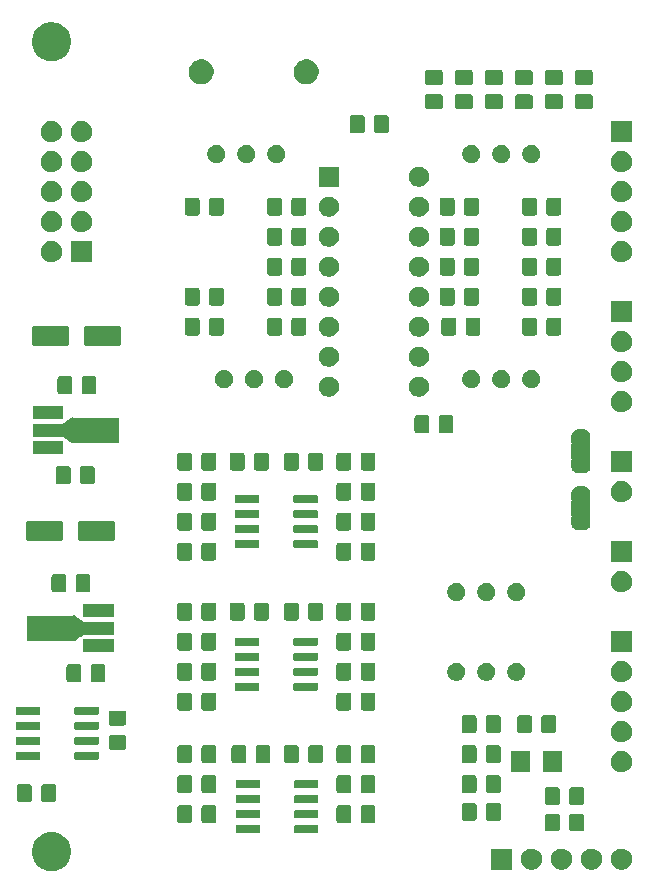
<source format=gbr>
G04 #@! TF.GenerationSoftware,KiCad,Pcbnew,5.1.5-52549c5~84~ubuntu18.04.1*
G04 #@! TF.CreationDate,2020-01-29T17:28:10-05:00*
G04 #@! TF.ProjectId,CEM3340_VCO,43454d33-3334-4305-9f56-434f2e6b6963,rev?*
G04 #@! TF.SameCoordinates,Original*
G04 #@! TF.FileFunction,Soldermask,Top*
G04 #@! TF.FilePolarity,Negative*
%FSLAX46Y46*%
G04 Gerber Fmt 4.6, Leading zero omitted, Abs format (unit mm)*
G04 Created by KiCad (PCBNEW 5.1.5-52549c5~84~ubuntu18.04.1) date 2020-01-29 17:28:10*
%MOMM*%
%LPD*%
G04 APERTURE LIST*
%ADD10C,0.100000*%
G04 APERTURE END LIST*
D10*
G36*
X81578393Y-122836009D02*
G01*
X81761579Y-122872447D01*
X82062042Y-122996903D01*
X82332451Y-123177585D01*
X82562415Y-123407549D01*
X82562416Y-123407551D01*
X82743098Y-123677960D01*
X82867553Y-123978422D01*
X82931000Y-124297389D01*
X82931000Y-124622611D01*
X82921928Y-124668218D01*
X82867553Y-124941579D01*
X82743097Y-125242042D01*
X82562415Y-125512451D01*
X82332451Y-125742415D01*
X82062042Y-125923097D01*
X81761579Y-126047553D01*
X81655256Y-126068702D01*
X81442611Y-126111000D01*
X81117389Y-126111000D01*
X80904744Y-126068702D01*
X80798421Y-126047553D01*
X80497958Y-125923097D01*
X80227549Y-125742415D01*
X79997585Y-125512451D01*
X79816903Y-125242042D01*
X79692447Y-124941579D01*
X79638072Y-124668218D01*
X79629000Y-124622611D01*
X79629000Y-124297389D01*
X79692447Y-123978422D01*
X79816902Y-123677960D01*
X79997584Y-123407551D01*
X79997585Y-123407549D01*
X80227549Y-123177585D01*
X80497958Y-122996903D01*
X80798421Y-122872447D01*
X80981607Y-122836009D01*
X81117389Y-122809000D01*
X81442611Y-122809000D01*
X81578393Y-122836009D01*
G37*
G36*
X127113512Y-124198927D02*
G01*
X127262812Y-124228624D01*
X127426784Y-124296544D01*
X127574354Y-124395147D01*
X127699853Y-124520646D01*
X127798456Y-124668216D01*
X127866376Y-124832188D01*
X127901000Y-125006259D01*
X127901000Y-125183741D01*
X127866376Y-125357812D01*
X127798456Y-125521784D01*
X127699853Y-125669354D01*
X127574354Y-125794853D01*
X127426784Y-125893456D01*
X127262812Y-125961376D01*
X127113512Y-125991073D01*
X127088742Y-125996000D01*
X126911258Y-125996000D01*
X126886488Y-125991073D01*
X126737188Y-125961376D01*
X126573216Y-125893456D01*
X126425646Y-125794853D01*
X126300147Y-125669354D01*
X126201544Y-125521784D01*
X126133624Y-125357812D01*
X126099000Y-125183741D01*
X126099000Y-125006259D01*
X126133624Y-124832188D01*
X126201544Y-124668216D01*
X126300147Y-124520646D01*
X126425646Y-124395147D01*
X126573216Y-124296544D01*
X126737188Y-124228624D01*
X126886488Y-124198927D01*
X126911258Y-124194000D01*
X127088742Y-124194000D01*
X127113512Y-124198927D01*
G37*
G36*
X129653512Y-124198927D02*
G01*
X129802812Y-124228624D01*
X129966784Y-124296544D01*
X130114354Y-124395147D01*
X130239853Y-124520646D01*
X130338456Y-124668216D01*
X130406376Y-124832188D01*
X130441000Y-125006259D01*
X130441000Y-125183741D01*
X130406376Y-125357812D01*
X130338456Y-125521784D01*
X130239853Y-125669354D01*
X130114354Y-125794853D01*
X129966784Y-125893456D01*
X129802812Y-125961376D01*
X129653512Y-125991073D01*
X129628742Y-125996000D01*
X129451258Y-125996000D01*
X129426488Y-125991073D01*
X129277188Y-125961376D01*
X129113216Y-125893456D01*
X128965646Y-125794853D01*
X128840147Y-125669354D01*
X128741544Y-125521784D01*
X128673624Y-125357812D01*
X128639000Y-125183741D01*
X128639000Y-125006259D01*
X128673624Y-124832188D01*
X128741544Y-124668216D01*
X128840147Y-124520646D01*
X128965646Y-124395147D01*
X129113216Y-124296544D01*
X129277188Y-124228624D01*
X129426488Y-124198927D01*
X129451258Y-124194000D01*
X129628742Y-124194000D01*
X129653512Y-124198927D01*
G37*
G36*
X124573512Y-124198927D02*
G01*
X124722812Y-124228624D01*
X124886784Y-124296544D01*
X125034354Y-124395147D01*
X125159853Y-124520646D01*
X125258456Y-124668216D01*
X125326376Y-124832188D01*
X125361000Y-125006259D01*
X125361000Y-125183741D01*
X125326376Y-125357812D01*
X125258456Y-125521784D01*
X125159853Y-125669354D01*
X125034354Y-125794853D01*
X124886784Y-125893456D01*
X124722812Y-125961376D01*
X124573512Y-125991073D01*
X124548742Y-125996000D01*
X124371258Y-125996000D01*
X124346488Y-125991073D01*
X124197188Y-125961376D01*
X124033216Y-125893456D01*
X123885646Y-125794853D01*
X123760147Y-125669354D01*
X123661544Y-125521784D01*
X123593624Y-125357812D01*
X123559000Y-125183741D01*
X123559000Y-125006259D01*
X123593624Y-124832188D01*
X123661544Y-124668216D01*
X123760147Y-124520646D01*
X123885646Y-124395147D01*
X124033216Y-124296544D01*
X124197188Y-124228624D01*
X124346488Y-124198927D01*
X124371258Y-124194000D01*
X124548742Y-124194000D01*
X124573512Y-124198927D01*
G37*
G36*
X120281000Y-125996000D02*
G01*
X118479000Y-125996000D01*
X118479000Y-124194000D01*
X120281000Y-124194000D01*
X120281000Y-125996000D01*
G37*
G36*
X122033512Y-124198927D02*
G01*
X122182812Y-124228624D01*
X122346784Y-124296544D01*
X122494354Y-124395147D01*
X122619853Y-124520646D01*
X122718456Y-124668216D01*
X122786376Y-124832188D01*
X122821000Y-125006259D01*
X122821000Y-125183741D01*
X122786376Y-125357812D01*
X122718456Y-125521784D01*
X122619853Y-125669354D01*
X122494354Y-125794853D01*
X122346784Y-125893456D01*
X122182812Y-125961376D01*
X122033512Y-125991073D01*
X122008742Y-125996000D01*
X121831258Y-125996000D01*
X121806488Y-125991073D01*
X121657188Y-125961376D01*
X121493216Y-125893456D01*
X121345646Y-125794853D01*
X121220147Y-125669354D01*
X121121544Y-125521784D01*
X121053624Y-125357812D01*
X121019000Y-125183741D01*
X121019000Y-125006259D01*
X121053624Y-124832188D01*
X121121544Y-124668216D01*
X121220147Y-124520646D01*
X121345646Y-124395147D01*
X121493216Y-124296544D01*
X121657188Y-124228624D01*
X121806488Y-124198927D01*
X121831258Y-124194000D01*
X122008742Y-124194000D01*
X122033512Y-124198927D01*
G37*
G36*
X98854928Y-122206764D02*
G01*
X98876009Y-122213160D01*
X98895445Y-122223548D01*
X98912476Y-122237524D01*
X98926452Y-122254555D01*
X98936840Y-122273991D01*
X98943236Y-122295072D01*
X98946000Y-122323140D01*
X98946000Y-122786860D01*
X98943236Y-122814928D01*
X98936840Y-122836009D01*
X98926452Y-122855445D01*
X98912476Y-122872476D01*
X98895445Y-122886452D01*
X98876009Y-122896840D01*
X98854928Y-122903236D01*
X98826860Y-122906000D01*
X97013140Y-122906000D01*
X96985072Y-122903236D01*
X96963991Y-122896840D01*
X96944555Y-122886452D01*
X96927524Y-122872476D01*
X96913548Y-122855445D01*
X96903160Y-122836009D01*
X96896764Y-122814928D01*
X96894000Y-122786860D01*
X96894000Y-122323140D01*
X96896764Y-122295072D01*
X96903160Y-122273991D01*
X96913548Y-122254555D01*
X96927524Y-122237524D01*
X96944555Y-122223548D01*
X96963991Y-122213160D01*
X96985072Y-122206764D01*
X97013140Y-122204000D01*
X98826860Y-122204000D01*
X98854928Y-122206764D01*
G37*
G36*
X103804928Y-122206764D02*
G01*
X103826009Y-122213160D01*
X103845445Y-122223548D01*
X103862476Y-122237524D01*
X103876452Y-122254555D01*
X103886840Y-122273991D01*
X103893236Y-122295072D01*
X103896000Y-122323140D01*
X103896000Y-122786860D01*
X103893236Y-122814928D01*
X103886840Y-122836009D01*
X103876452Y-122855445D01*
X103862476Y-122872476D01*
X103845445Y-122886452D01*
X103826009Y-122896840D01*
X103804928Y-122903236D01*
X103776860Y-122906000D01*
X101963140Y-122906000D01*
X101935072Y-122903236D01*
X101913991Y-122896840D01*
X101894555Y-122886452D01*
X101877524Y-122872476D01*
X101863548Y-122855445D01*
X101853160Y-122836009D01*
X101846764Y-122814928D01*
X101844000Y-122786860D01*
X101844000Y-122323140D01*
X101846764Y-122295072D01*
X101853160Y-122273991D01*
X101863548Y-122254555D01*
X101877524Y-122237524D01*
X101894555Y-122223548D01*
X101913991Y-122213160D01*
X101935072Y-122206764D01*
X101963140Y-122204000D01*
X103776860Y-122204000D01*
X103804928Y-122206764D01*
G37*
G36*
X126211674Y-121236965D02*
G01*
X126249367Y-121248399D01*
X126284103Y-121266966D01*
X126314548Y-121291952D01*
X126339534Y-121322397D01*
X126358101Y-121357133D01*
X126369535Y-121394826D01*
X126374000Y-121440161D01*
X126374000Y-122526839D01*
X126369535Y-122572174D01*
X126358101Y-122609867D01*
X126339534Y-122644603D01*
X126314548Y-122675048D01*
X126284103Y-122700034D01*
X126249367Y-122718601D01*
X126211674Y-122730035D01*
X126166339Y-122734500D01*
X125329661Y-122734500D01*
X125284326Y-122730035D01*
X125246633Y-122718601D01*
X125211897Y-122700034D01*
X125181452Y-122675048D01*
X125156466Y-122644603D01*
X125137899Y-122609867D01*
X125126465Y-122572174D01*
X125122000Y-122526839D01*
X125122000Y-121440161D01*
X125126465Y-121394826D01*
X125137899Y-121357133D01*
X125156466Y-121322397D01*
X125181452Y-121291952D01*
X125211897Y-121266966D01*
X125246633Y-121248399D01*
X125284326Y-121236965D01*
X125329661Y-121232500D01*
X126166339Y-121232500D01*
X126211674Y-121236965D01*
G37*
G36*
X124161674Y-121236965D02*
G01*
X124199367Y-121248399D01*
X124234103Y-121266966D01*
X124264548Y-121291952D01*
X124289534Y-121322397D01*
X124308101Y-121357133D01*
X124319535Y-121394826D01*
X124324000Y-121440161D01*
X124324000Y-122526839D01*
X124319535Y-122572174D01*
X124308101Y-122609867D01*
X124289534Y-122644603D01*
X124264548Y-122675048D01*
X124234103Y-122700034D01*
X124199367Y-122718601D01*
X124161674Y-122730035D01*
X124116339Y-122734500D01*
X123279661Y-122734500D01*
X123234326Y-122730035D01*
X123196633Y-122718601D01*
X123161897Y-122700034D01*
X123131452Y-122675048D01*
X123106466Y-122644603D01*
X123087899Y-122609867D01*
X123076465Y-122572174D01*
X123072000Y-122526839D01*
X123072000Y-121440161D01*
X123076465Y-121394826D01*
X123087899Y-121357133D01*
X123106466Y-121322397D01*
X123131452Y-121291952D01*
X123161897Y-121266966D01*
X123196633Y-121248399D01*
X123234326Y-121236965D01*
X123279661Y-121232500D01*
X124116339Y-121232500D01*
X124161674Y-121236965D01*
G37*
G36*
X93028674Y-120538465D02*
G01*
X93066367Y-120549899D01*
X93101103Y-120568466D01*
X93131548Y-120593452D01*
X93156534Y-120623897D01*
X93175101Y-120658633D01*
X93186535Y-120696326D01*
X93191000Y-120741661D01*
X93191000Y-121828339D01*
X93186535Y-121873674D01*
X93175101Y-121911367D01*
X93156534Y-121946103D01*
X93131548Y-121976548D01*
X93101103Y-122001534D01*
X93066367Y-122020101D01*
X93028674Y-122031535D01*
X92983339Y-122036000D01*
X92146661Y-122036000D01*
X92101326Y-122031535D01*
X92063633Y-122020101D01*
X92028897Y-122001534D01*
X91998452Y-121976548D01*
X91973466Y-121946103D01*
X91954899Y-121911367D01*
X91943465Y-121873674D01*
X91939000Y-121828339D01*
X91939000Y-120741661D01*
X91943465Y-120696326D01*
X91954899Y-120658633D01*
X91973466Y-120623897D01*
X91998452Y-120593452D01*
X92028897Y-120568466D01*
X92063633Y-120549899D01*
X92101326Y-120538465D01*
X92146661Y-120534000D01*
X92983339Y-120534000D01*
X93028674Y-120538465D01*
G37*
G36*
X106508674Y-120538465D02*
G01*
X106546367Y-120549899D01*
X106581103Y-120568466D01*
X106611548Y-120593452D01*
X106636534Y-120623897D01*
X106655101Y-120658633D01*
X106666535Y-120696326D01*
X106671000Y-120741661D01*
X106671000Y-121828339D01*
X106666535Y-121873674D01*
X106655101Y-121911367D01*
X106636534Y-121946103D01*
X106611548Y-121976548D01*
X106581103Y-122001534D01*
X106546367Y-122020101D01*
X106508674Y-122031535D01*
X106463339Y-122036000D01*
X105626661Y-122036000D01*
X105581326Y-122031535D01*
X105543633Y-122020101D01*
X105508897Y-122001534D01*
X105478452Y-121976548D01*
X105453466Y-121946103D01*
X105434899Y-121911367D01*
X105423465Y-121873674D01*
X105419000Y-121828339D01*
X105419000Y-120741661D01*
X105423465Y-120696326D01*
X105434899Y-120658633D01*
X105453466Y-120623897D01*
X105478452Y-120593452D01*
X105508897Y-120568466D01*
X105543633Y-120549899D01*
X105581326Y-120538465D01*
X105626661Y-120534000D01*
X106463339Y-120534000D01*
X106508674Y-120538465D01*
G37*
G36*
X108558674Y-120538465D02*
G01*
X108596367Y-120549899D01*
X108631103Y-120568466D01*
X108661548Y-120593452D01*
X108686534Y-120623897D01*
X108705101Y-120658633D01*
X108716535Y-120696326D01*
X108721000Y-120741661D01*
X108721000Y-121828339D01*
X108716535Y-121873674D01*
X108705101Y-121911367D01*
X108686534Y-121946103D01*
X108661548Y-121976548D01*
X108631103Y-122001534D01*
X108596367Y-122020101D01*
X108558674Y-122031535D01*
X108513339Y-122036000D01*
X107676661Y-122036000D01*
X107631326Y-122031535D01*
X107593633Y-122020101D01*
X107558897Y-122001534D01*
X107528452Y-121976548D01*
X107503466Y-121946103D01*
X107484899Y-121911367D01*
X107473465Y-121873674D01*
X107469000Y-121828339D01*
X107469000Y-120741661D01*
X107473465Y-120696326D01*
X107484899Y-120658633D01*
X107503466Y-120623897D01*
X107528452Y-120593452D01*
X107558897Y-120568466D01*
X107593633Y-120549899D01*
X107631326Y-120538465D01*
X107676661Y-120534000D01*
X108513339Y-120534000D01*
X108558674Y-120538465D01*
G37*
G36*
X95078674Y-120538465D02*
G01*
X95116367Y-120549899D01*
X95151103Y-120568466D01*
X95181548Y-120593452D01*
X95206534Y-120623897D01*
X95225101Y-120658633D01*
X95236535Y-120696326D01*
X95241000Y-120741661D01*
X95241000Y-121828339D01*
X95236535Y-121873674D01*
X95225101Y-121911367D01*
X95206534Y-121946103D01*
X95181548Y-121976548D01*
X95151103Y-122001534D01*
X95116367Y-122020101D01*
X95078674Y-122031535D01*
X95033339Y-122036000D01*
X94196661Y-122036000D01*
X94151326Y-122031535D01*
X94113633Y-122020101D01*
X94078897Y-122001534D01*
X94048452Y-121976548D01*
X94023466Y-121946103D01*
X94004899Y-121911367D01*
X93993465Y-121873674D01*
X93989000Y-121828339D01*
X93989000Y-120741661D01*
X93993465Y-120696326D01*
X94004899Y-120658633D01*
X94023466Y-120623897D01*
X94048452Y-120593452D01*
X94078897Y-120568466D01*
X94113633Y-120549899D01*
X94151326Y-120538465D01*
X94196661Y-120534000D01*
X95033339Y-120534000D01*
X95078674Y-120538465D01*
G37*
G36*
X117113174Y-120347965D02*
G01*
X117150867Y-120359399D01*
X117185603Y-120377966D01*
X117216048Y-120402952D01*
X117241034Y-120433397D01*
X117259601Y-120468133D01*
X117271035Y-120505826D01*
X117275500Y-120551161D01*
X117275500Y-121637839D01*
X117271035Y-121683174D01*
X117259601Y-121720867D01*
X117241034Y-121755603D01*
X117216048Y-121786048D01*
X117185603Y-121811034D01*
X117150867Y-121829601D01*
X117113174Y-121841035D01*
X117067839Y-121845500D01*
X116231161Y-121845500D01*
X116185826Y-121841035D01*
X116148133Y-121829601D01*
X116113397Y-121811034D01*
X116082952Y-121786048D01*
X116057966Y-121755603D01*
X116039399Y-121720867D01*
X116027965Y-121683174D01*
X116023500Y-121637839D01*
X116023500Y-120551161D01*
X116027965Y-120505826D01*
X116039399Y-120468133D01*
X116057966Y-120433397D01*
X116082952Y-120402952D01*
X116113397Y-120377966D01*
X116148133Y-120359399D01*
X116185826Y-120347965D01*
X116231161Y-120343500D01*
X117067839Y-120343500D01*
X117113174Y-120347965D01*
G37*
G36*
X119163174Y-120347965D02*
G01*
X119200867Y-120359399D01*
X119235603Y-120377966D01*
X119266048Y-120402952D01*
X119291034Y-120433397D01*
X119309601Y-120468133D01*
X119321035Y-120505826D01*
X119325500Y-120551161D01*
X119325500Y-121637839D01*
X119321035Y-121683174D01*
X119309601Y-121720867D01*
X119291034Y-121755603D01*
X119266048Y-121786048D01*
X119235603Y-121811034D01*
X119200867Y-121829601D01*
X119163174Y-121841035D01*
X119117839Y-121845500D01*
X118281161Y-121845500D01*
X118235826Y-121841035D01*
X118198133Y-121829601D01*
X118163397Y-121811034D01*
X118132952Y-121786048D01*
X118107966Y-121755603D01*
X118089399Y-121720867D01*
X118077965Y-121683174D01*
X118073500Y-121637839D01*
X118073500Y-120551161D01*
X118077965Y-120505826D01*
X118089399Y-120468133D01*
X118107966Y-120433397D01*
X118132952Y-120402952D01*
X118163397Y-120377966D01*
X118198133Y-120359399D01*
X118235826Y-120347965D01*
X118281161Y-120343500D01*
X119117839Y-120343500D01*
X119163174Y-120347965D01*
G37*
G36*
X103804928Y-120936764D02*
G01*
X103826009Y-120943160D01*
X103845445Y-120953548D01*
X103862476Y-120967524D01*
X103876452Y-120984555D01*
X103886840Y-121003991D01*
X103893236Y-121025072D01*
X103896000Y-121053140D01*
X103896000Y-121516860D01*
X103893236Y-121544928D01*
X103886840Y-121566009D01*
X103876452Y-121585445D01*
X103862476Y-121602476D01*
X103845445Y-121616452D01*
X103826009Y-121626840D01*
X103804928Y-121633236D01*
X103776860Y-121636000D01*
X101963140Y-121636000D01*
X101935072Y-121633236D01*
X101913991Y-121626840D01*
X101894555Y-121616452D01*
X101877524Y-121602476D01*
X101863548Y-121585445D01*
X101853160Y-121566009D01*
X101846764Y-121544928D01*
X101844000Y-121516860D01*
X101844000Y-121053140D01*
X101846764Y-121025072D01*
X101853160Y-121003991D01*
X101863548Y-120984555D01*
X101877524Y-120967524D01*
X101894555Y-120953548D01*
X101913991Y-120943160D01*
X101935072Y-120936764D01*
X101963140Y-120934000D01*
X103776860Y-120934000D01*
X103804928Y-120936764D01*
G37*
G36*
X98854928Y-120936764D02*
G01*
X98876009Y-120943160D01*
X98895445Y-120953548D01*
X98912476Y-120967524D01*
X98926452Y-120984555D01*
X98936840Y-121003991D01*
X98943236Y-121025072D01*
X98946000Y-121053140D01*
X98946000Y-121516860D01*
X98943236Y-121544928D01*
X98936840Y-121566009D01*
X98926452Y-121585445D01*
X98912476Y-121602476D01*
X98895445Y-121616452D01*
X98876009Y-121626840D01*
X98854928Y-121633236D01*
X98826860Y-121636000D01*
X97013140Y-121636000D01*
X96985072Y-121633236D01*
X96963991Y-121626840D01*
X96944555Y-121616452D01*
X96927524Y-121602476D01*
X96913548Y-121585445D01*
X96903160Y-121566009D01*
X96896764Y-121544928D01*
X96894000Y-121516860D01*
X96894000Y-121053140D01*
X96896764Y-121025072D01*
X96903160Y-121003991D01*
X96913548Y-120984555D01*
X96927524Y-120967524D01*
X96944555Y-120953548D01*
X96963991Y-120943160D01*
X96985072Y-120936764D01*
X97013140Y-120934000D01*
X98826860Y-120934000D01*
X98854928Y-120936764D01*
G37*
G36*
X126211674Y-119014465D02*
G01*
X126249367Y-119025899D01*
X126284103Y-119044466D01*
X126314548Y-119069452D01*
X126339534Y-119099897D01*
X126358101Y-119134633D01*
X126369535Y-119172326D01*
X126374000Y-119217661D01*
X126374000Y-120304339D01*
X126369535Y-120349674D01*
X126358101Y-120387367D01*
X126339534Y-120422103D01*
X126314548Y-120452548D01*
X126284103Y-120477534D01*
X126249367Y-120496101D01*
X126211674Y-120507535D01*
X126166339Y-120512000D01*
X125329661Y-120512000D01*
X125284326Y-120507535D01*
X125246633Y-120496101D01*
X125211897Y-120477534D01*
X125181452Y-120452548D01*
X125156466Y-120422103D01*
X125137899Y-120387367D01*
X125126465Y-120349674D01*
X125122000Y-120304339D01*
X125122000Y-119217661D01*
X125126465Y-119172326D01*
X125137899Y-119134633D01*
X125156466Y-119099897D01*
X125181452Y-119069452D01*
X125211897Y-119044466D01*
X125246633Y-119025899D01*
X125284326Y-119014465D01*
X125329661Y-119010000D01*
X126166339Y-119010000D01*
X126211674Y-119014465D01*
G37*
G36*
X124161674Y-119014465D02*
G01*
X124199367Y-119025899D01*
X124234103Y-119044466D01*
X124264548Y-119069452D01*
X124289534Y-119099897D01*
X124308101Y-119134633D01*
X124319535Y-119172326D01*
X124324000Y-119217661D01*
X124324000Y-120304339D01*
X124319535Y-120349674D01*
X124308101Y-120387367D01*
X124289534Y-120422103D01*
X124264548Y-120452548D01*
X124234103Y-120477534D01*
X124199367Y-120496101D01*
X124161674Y-120507535D01*
X124116339Y-120512000D01*
X123279661Y-120512000D01*
X123234326Y-120507535D01*
X123196633Y-120496101D01*
X123161897Y-120477534D01*
X123131452Y-120452548D01*
X123106466Y-120422103D01*
X123087899Y-120387367D01*
X123076465Y-120349674D01*
X123072000Y-120304339D01*
X123072000Y-119217661D01*
X123076465Y-119172326D01*
X123087899Y-119134633D01*
X123106466Y-119099897D01*
X123131452Y-119069452D01*
X123161897Y-119044466D01*
X123196633Y-119025899D01*
X123234326Y-119014465D01*
X123279661Y-119010000D01*
X124116339Y-119010000D01*
X124161674Y-119014465D01*
G37*
G36*
X103804928Y-119666764D02*
G01*
X103826009Y-119673160D01*
X103845445Y-119683548D01*
X103862476Y-119697524D01*
X103876452Y-119714555D01*
X103886840Y-119733991D01*
X103893236Y-119755072D01*
X103896000Y-119783140D01*
X103896000Y-120246860D01*
X103893236Y-120274928D01*
X103886840Y-120296009D01*
X103876452Y-120315445D01*
X103862476Y-120332476D01*
X103845445Y-120346452D01*
X103826009Y-120356840D01*
X103804928Y-120363236D01*
X103776860Y-120366000D01*
X101963140Y-120366000D01*
X101935072Y-120363236D01*
X101913991Y-120356840D01*
X101894555Y-120346452D01*
X101877524Y-120332476D01*
X101863548Y-120315445D01*
X101853160Y-120296009D01*
X101846764Y-120274928D01*
X101844000Y-120246860D01*
X101844000Y-119783140D01*
X101846764Y-119755072D01*
X101853160Y-119733991D01*
X101863548Y-119714555D01*
X101877524Y-119697524D01*
X101894555Y-119683548D01*
X101913991Y-119673160D01*
X101935072Y-119666764D01*
X101963140Y-119664000D01*
X103776860Y-119664000D01*
X103804928Y-119666764D01*
G37*
G36*
X98854928Y-119666764D02*
G01*
X98876009Y-119673160D01*
X98895445Y-119683548D01*
X98912476Y-119697524D01*
X98926452Y-119714555D01*
X98936840Y-119733991D01*
X98943236Y-119755072D01*
X98946000Y-119783140D01*
X98946000Y-120246860D01*
X98943236Y-120274928D01*
X98936840Y-120296009D01*
X98926452Y-120315445D01*
X98912476Y-120332476D01*
X98895445Y-120346452D01*
X98876009Y-120356840D01*
X98854928Y-120363236D01*
X98826860Y-120366000D01*
X97013140Y-120366000D01*
X96985072Y-120363236D01*
X96963991Y-120356840D01*
X96944555Y-120346452D01*
X96927524Y-120332476D01*
X96913548Y-120315445D01*
X96903160Y-120296009D01*
X96896764Y-120274928D01*
X96894000Y-120246860D01*
X96894000Y-119783140D01*
X96896764Y-119755072D01*
X96903160Y-119733991D01*
X96913548Y-119714555D01*
X96927524Y-119697524D01*
X96944555Y-119683548D01*
X96963991Y-119673160D01*
X96985072Y-119666764D01*
X97013140Y-119664000D01*
X98826860Y-119664000D01*
X98854928Y-119666764D01*
G37*
G36*
X81507674Y-118760465D02*
G01*
X81545367Y-118771899D01*
X81580103Y-118790466D01*
X81610548Y-118815452D01*
X81635534Y-118845897D01*
X81654101Y-118880633D01*
X81665535Y-118918326D01*
X81670000Y-118963661D01*
X81670000Y-120050339D01*
X81665535Y-120095674D01*
X81654101Y-120133367D01*
X81635534Y-120168103D01*
X81610548Y-120198548D01*
X81580103Y-120223534D01*
X81545367Y-120242101D01*
X81507674Y-120253535D01*
X81462339Y-120258000D01*
X80625661Y-120258000D01*
X80580326Y-120253535D01*
X80542633Y-120242101D01*
X80507897Y-120223534D01*
X80477452Y-120198548D01*
X80452466Y-120168103D01*
X80433899Y-120133367D01*
X80422465Y-120095674D01*
X80418000Y-120050339D01*
X80418000Y-118963661D01*
X80422465Y-118918326D01*
X80433899Y-118880633D01*
X80452466Y-118845897D01*
X80477452Y-118815452D01*
X80507897Y-118790466D01*
X80542633Y-118771899D01*
X80580326Y-118760465D01*
X80625661Y-118756000D01*
X81462339Y-118756000D01*
X81507674Y-118760465D01*
G37*
G36*
X79457674Y-118760465D02*
G01*
X79495367Y-118771899D01*
X79530103Y-118790466D01*
X79560548Y-118815452D01*
X79585534Y-118845897D01*
X79604101Y-118880633D01*
X79615535Y-118918326D01*
X79620000Y-118963661D01*
X79620000Y-120050339D01*
X79615535Y-120095674D01*
X79604101Y-120133367D01*
X79585534Y-120168103D01*
X79560548Y-120198548D01*
X79530103Y-120223534D01*
X79495367Y-120242101D01*
X79457674Y-120253535D01*
X79412339Y-120258000D01*
X78575661Y-120258000D01*
X78530326Y-120253535D01*
X78492633Y-120242101D01*
X78457897Y-120223534D01*
X78427452Y-120198548D01*
X78402466Y-120168103D01*
X78383899Y-120133367D01*
X78372465Y-120095674D01*
X78368000Y-120050339D01*
X78368000Y-118963661D01*
X78372465Y-118918326D01*
X78383899Y-118880633D01*
X78402466Y-118845897D01*
X78427452Y-118815452D01*
X78457897Y-118790466D01*
X78492633Y-118771899D01*
X78530326Y-118760465D01*
X78575661Y-118756000D01*
X79412339Y-118756000D01*
X79457674Y-118760465D01*
G37*
G36*
X93028674Y-117998465D02*
G01*
X93066367Y-118009899D01*
X93101103Y-118028466D01*
X93131548Y-118053452D01*
X93156534Y-118083897D01*
X93175101Y-118118633D01*
X93186535Y-118156326D01*
X93191000Y-118201661D01*
X93191000Y-119288339D01*
X93186535Y-119333674D01*
X93175101Y-119371367D01*
X93156534Y-119406103D01*
X93131548Y-119436548D01*
X93101103Y-119461534D01*
X93066367Y-119480101D01*
X93028674Y-119491535D01*
X92983339Y-119496000D01*
X92146661Y-119496000D01*
X92101326Y-119491535D01*
X92063633Y-119480101D01*
X92028897Y-119461534D01*
X91998452Y-119436548D01*
X91973466Y-119406103D01*
X91954899Y-119371367D01*
X91943465Y-119333674D01*
X91939000Y-119288339D01*
X91939000Y-118201661D01*
X91943465Y-118156326D01*
X91954899Y-118118633D01*
X91973466Y-118083897D01*
X91998452Y-118053452D01*
X92028897Y-118028466D01*
X92063633Y-118009899D01*
X92101326Y-117998465D01*
X92146661Y-117994000D01*
X92983339Y-117994000D01*
X93028674Y-117998465D01*
G37*
G36*
X95078674Y-117998465D02*
G01*
X95116367Y-118009899D01*
X95151103Y-118028466D01*
X95181548Y-118053452D01*
X95206534Y-118083897D01*
X95225101Y-118118633D01*
X95236535Y-118156326D01*
X95241000Y-118201661D01*
X95241000Y-119288339D01*
X95236535Y-119333674D01*
X95225101Y-119371367D01*
X95206534Y-119406103D01*
X95181548Y-119436548D01*
X95151103Y-119461534D01*
X95116367Y-119480101D01*
X95078674Y-119491535D01*
X95033339Y-119496000D01*
X94196661Y-119496000D01*
X94151326Y-119491535D01*
X94113633Y-119480101D01*
X94078897Y-119461534D01*
X94048452Y-119436548D01*
X94023466Y-119406103D01*
X94004899Y-119371367D01*
X93993465Y-119333674D01*
X93989000Y-119288339D01*
X93989000Y-118201661D01*
X93993465Y-118156326D01*
X94004899Y-118118633D01*
X94023466Y-118083897D01*
X94048452Y-118053452D01*
X94078897Y-118028466D01*
X94113633Y-118009899D01*
X94151326Y-117998465D01*
X94196661Y-117994000D01*
X95033339Y-117994000D01*
X95078674Y-117998465D01*
G37*
G36*
X106508674Y-117998465D02*
G01*
X106546367Y-118009899D01*
X106581103Y-118028466D01*
X106611548Y-118053452D01*
X106636534Y-118083897D01*
X106655101Y-118118633D01*
X106666535Y-118156326D01*
X106671000Y-118201661D01*
X106671000Y-119288339D01*
X106666535Y-119333674D01*
X106655101Y-119371367D01*
X106636534Y-119406103D01*
X106611548Y-119436548D01*
X106581103Y-119461534D01*
X106546367Y-119480101D01*
X106508674Y-119491535D01*
X106463339Y-119496000D01*
X105626661Y-119496000D01*
X105581326Y-119491535D01*
X105543633Y-119480101D01*
X105508897Y-119461534D01*
X105478452Y-119436548D01*
X105453466Y-119406103D01*
X105434899Y-119371367D01*
X105423465Y-119333674D01*
X105419000Y-119288339D01*
X105419000Y-118201661D01*
X105423465Y-118156326D01*
X105434899Y-118118633D01*
X105453466Y-118083897D01*
X105478452Y-118053452D01*
X105508897Y-118028466D01*
X105543633Y-118009899D01*
X105581326Y-117998465D01*
X105626661Y-117994000D01*
X106463339Y-117994000D01*
X106508674Y-117998465D01*
G37*
G36*
X117113174Y-117998465D02*
G01*
X117150867Y-118009899D01*
X117185603Y-118028466D01*
X117216048Y-118053452D01*
X117241034Y-118083897D01*
X117259601Y-118118633D01*
X117271035Y-118156326D01*
X117275500Y-118201661D01*
X117275500Y-119288339D01*
X117271035Y-119333674D01*
X117259601Y-119371367D01*
X117241034Y-119406103D01*
X117216048Y-119436548D01*
X117185603Y-119461534D01*
X117150867Y-119480101D01*
X117113174Y-119491535D01*
X117067839Y-119496000D01*
X116231161Y-119496000D01*
X116185826Y-119491535D01*
X116148133Y-119480101D01*
X116113397Y-119461534D01*
X116082952Y-119436548D01*
X116057966Y-119406103D01*
X116039399Y-119371367D01*
X116027965Y-119333674D01*
X116023500Y-119288339D01*
X116023500Y-118201661D01*
X116027965Y-118156326D01*
X116039399Y-118118633D01*
X116057966Y-118083897D01*
X116082952Y-118053452D01*
X116113397Y-118028466D01*
X116148133Y-118009899D01*
X116185826Y-117998465D01*
X116231161Y-117994000D01*
X117067839Y-117994000D01*
X117113174Y-117998465D01*
G37*
G36*
X108558674Y-117998465D02*
G01*
X108596367Y-118009899D01*
X108631103Y-118028466D01*
X108661548Y-118053452D01*
X108686534Y-118083897D01*
X108705101Y-118118633D01*
X108716535Y-118156326D01*
X108721000Y-118201661D01*
X108721000Y-119288339D01*
X108716535Y-119333674D01*
X108705101Y-119371367D01*
X108686534Y-119406103D01*
X108661548Y-119436548D01*
X108631103Y-119461534D01*
X108596367Y-119480101D01*
X108558674Y-119491535D01*
X108513339Y-119496000D01*
X107676661Y-119496000D01*
X107631326Y-119491535D01*
X107593633Y-119480101D01*
X107558897Y-119461534D01*
X107528452Y-119436548D01*
X107503466Y-119406103D01*
X107484899Y-119371367D01*
X107473465Y-119333674D01*
X107469000Y-119288339D01*
X107469000Y-118201661D01*
X107473465Y-118156326D01*
X107484899Y-118118633D01*
X107503466Y-118083897D01*
X107528452Y-118053452D01*
X107558897Y-118028466D01*
X107593633Y-118009899D01*
X107631326Y-117998465D01*
X107676661Y-117994000D01*
X108513339Y-117994000D01*
X108558674Y-117998465D01*
G37*
G36*
X119163174Y-117998465D02*
G01*
X119200867Y-118009899D01*
X119235603Y-118028466D01*
X119266048Y-118053452D01*
X119291034Y-118083897D01*
X119309601Y-118118633D01*
X119321035Y-118156326D01*
X119325500Y-118201661D01*
X119325500Y-119288339D01*
X119321035Y-119333674D01*
X119309601Y-119371367D01*
X119291034Y-119406103D01*
X119266048Y-119436548D01*
X119235603Y-119461534D01*
X119200867Y-119480101D01*
X119163174Y-119491535D01*
X119117839Y-119496000D01*
X118281161Y-119496000D01*
X118235826Y-119491535D01*
X118198133Y-119480101D01*
X118163397Y-119461534D01*
X118132952Y-119436548D01*
X118107966Y-119406103D01*
X118089399Y-119371367D01*
X118077965Y-119333674D01*
X118073500Y-119288339D01*
X118073500Y-118201661D01*
X118077965Y-118156326D01*
X118089399Y-118118633D01*
X118107966Y-118083897D01*
X118132952Y-118053452D01*
X118163397Y-118028466D01*
X118198133Y-118009899D01*
X118235826Y-117998465D01*
X118281161Y-117994000D01*
X119117839Y-117994000D01*
X119163174Y-117998465D01*
G37*
G36*
X103804928Y-118396764D02*
G01*
X103826009Y-118403160D01*
X103845445Y-118413548D01*
X103862476Y-118427524D01*
X103876452Y-118444555D01*
X103886840Y-118463991D01*
X103893236Y-118485072D01*
X103896000Y-118513140D01*
X103896000Y-118976860D01*
X103893236Y-119004928D01*
X103886840Y-119026009D01*
X103876452Y-119045445D01*
X103862476Y-119062476D01*
X103845445Y-119076452D01*
X103826009Y-119086840D01*
X103804928Y-119093236D01*
X103776860Y-119096000D01*
X101963140Y-119096000D01*
X101935072Y-119093236D01*
X101913991Y-119086840D01*
X101894555Y-119076452D01*
X101877524Y-119062476D01*
X101863548Y-119045445D01*
X101853160Y-119026009D01*
X101846764Y-119004928D01*
X101844000Y-118976860D01*
X101844000Y-118513140D01*
X101846764Y-118485072D01*
X101853160Y-118463991D01*
X101863548Y-118444555D01*
X101877524Y-118427524D01*
X101894555Y-118413548D01*
X101913991Y-118403160D01*
X101935072Y-118396764D01*
X101963140Y-118394000D01*
X103776860Y-118394000D01*
X103804928Y-118396764D01*
G37*
G36*
X98854928Y-118396764D02*
G01*
X98876009Y-118403160D01*
X98895445Y-118413548D01*
X98912476Y-118427524D01*
X98926452Y-118444555D01*
X98936840Y-118463991D01*
X98943236Y-118485072D01*
X98946000Y-118513140D01*
X98946000Y-118976860D01*
X98943236Y-119004928D01*
X98936840Y-119026009D01*
X98926452Y-119045445D01*
X98912476Y-119062476D01*
X98895445Y-119076452D01*
X98876009Y-119086840D01*
X98854928Y-119093236D01*
X98826860Y-119096000D01*
X97013140Y-119096000D01*
X96985072Y-119093236D01*
X96963991Y-119086840D01*
X96944555Y-119076452D01*
X96927524Y-119062476D01*
X96913548Y-119045445D01*
X96903160Y-119026009D01*
X96896764Y-119004928D01*
X96894000Y-118976860D01*
X96894000Y-118513140D01*
X96896764Y-118485072D01*
X96903160Y-118463991D01*
X96913548Y-118444555D01*
X96927524Y-118427524D01*
X96944555Y-118413548D01*
X96963991Y-118403160D01*
X96985072Y-118396764D01*
X97013140Y-118394000D01*
X98826860Y-118394000D01*
X98854928Y-118396764D01*
G37*
G36*
X124495500Y-117741000D02*
G01*
X122893500Y-117741000D01*
X122893500Y-115939000D01*
X124495500Y-115939000D01*
X124495500Y-117741000D01*
G37*
G36*
X121835500Y-117741000D02*
G01*
X120233500Y-117741000D01*
X120233500Y-115939000D01*
X121835500Y-115939000D01*
X121835500Y-117741000D01*
G37*
G36*
X129653512Y-115943927D02*
G01*
X129802812Y-115973624D01*
X129966784Y-116041544D01*
X130114354Y-116140147D01*
X130239853Y-116265646D01*
X130338456Y-116413216D01*
X130406376Y-116577188D01*
X130427587Y-116683827D01*
X130441000Y-116751258D01*
X130441000Y-116928742D01*
X130436618Y-116950770D01*
X130406376Y-117102812D01*
X130338456Y-117266784D01*
X130239853Y-117414354D01*
X130114354Y-117539853D01*
X129966784Y-117638456D01*
X129802812Y-117706376D01*
X129653512Y-117736073D01*
X129628742Y-117741000D01*
X129451258Y-117741000D01*
X129426488Y-117736073D01*
X129277188Y-117706376D01*
X129113216Y-117638456D01*
X128965646Y-117539853D01*
X128840147Y-117414354D01*
X128741544Y-117266784D01*
X128673624Y-117102812D01*
X128643382Y-116950770D01*
X128639000Y-116928742D01*
X128639000Y-116751258D01*
X128652413Y-116683827D01*
X128673624Y-116577188D01*
X128741544Y-116413216D01*
X128840147Y-116265646D01*
X128965646Y-116140147D01*
X129113216Y-116041544D01*
X129277188Y-115973624D01*
X129426488Y-115943927D01*
X129451258Y-115939000D01*
X129628742Y-115939000D01*
X129653512Y-115943927D01*
G37*
G36*
X95078674Y-115458465D02*
G01*
X95116367Y-115469899D01*
X95151103Y-115488466D01*
X95181548Y-115513452D01*
X95206534Y-115543897D01*
X95225101Y-115578633D01*
X95236535Y-115616326D01*
X95241000Y-115661661D01*
X95241000Y-116748339D01*
X95236535Y-116793674D01*
X95225101Y-116831367D01*
X95206534Y-116866103D01*
X95181548Y-116896548D01*
X95151103Y-116921534D01*
X95116367Y-116940101D01*
X95078674Y-116951535D01*
X95033339Y-116956000D01*
X94196661Y-116956000D01*
X94151326Y-116951535D01*
X94113633Y-116940101D01*
X94078897Y-116921534D01*
X94048452Y-116896548D01*
X94023466Y-116866103D01*
X94004899Y-116831367D01*
X93993465Y-116793674D01*
X93989000Y-116748339D01*
X93989000Y-115661661D01*
X93993465Y-115616326D01*
X94004899Y-115578633D01*
X94023466Y-115543897D01*
X94048452Y-115513452D01*
X94078897Y-115488466D01*
X94113633Y-115469899D01*
X94151326Y-115458465D01*
X94196661Y-115454000D01*
X95033339Y-115454000D01*
X95078674Y-115458465D01*
G37*
G36*
X108558674Y-115458465D02*
G01*
X108596367Y-115469899D01*
X108631103Y-115488466D01*
X108661548Y-115513452D01*
X108686534Y-115543897D01*
X108705101Y-115578633D01*
X108716535Y-115616326D01*
X108721000Y-115661661D01*
X108721000Y-116748339D01*
X108716535Y-116793674D01*
X108705101Y-116831367D01*
X108686534Y-116866103D01*
X108661548Y-116896548D01*
X108631103Y-116921534D01*
X108596367Y-116940101D01*
X108558674Y-116951535D01*
X108513339Y-116956000D01*
X107676661Y-116956000D01*
X107631326Y-116951535D01*
X107593633Y-116940101D01*
X107558897Y-116921534D01*
X107528452Y-116896548D01*
X107503466Y-116866103D01*
X107484899Y-116831367D01*
X107473465Y-116793674D01*
X107469000Y-116748339D01*
X107469000Y-115661661D01*
X107473465Y-115616326D01*
X107484899Y-115578633D01*
X107503466Y-115543897D01*
X107528452Y-115513452D01*
X107558897Y-115488466D01*
X107593633Y-115469899D01*
X107631326Y-115458465D01*
X107676661Y-115454000D01*
X108513339Y-115454000D01*
X108558674Y-115458465D01*
G37*
G36*
X119163174Y-115458465D02*
G01*
X119200867Y-115469899D01*
X119235603Y-115488466D01*
X119266048Y-115513452D01*
X119291034Y-115543897D01*
X119309601Y-115578633D01*
X119321035Y-115616326D01*
X119325500Y-115661661D01*
X119325500Y-116748339D01*
X119321035Y-116793674D01*
X119309601Y-116831367D01*
X119291034Y-116866103D01*
X119266048Y-116896548D01*
X119235603Y-116921534D01*
X119200867Y-116940101D01*
X119163174Y-116951535D01*
X119117839Y-116956000D01*
X118281161Y-116956000D01*
X118235826Y-116951535D01*
X118198133Y-116940101D01*
X118163397Y-116921534D01*
X118132952Y-116896548D01*
X118107966Y-116866103D01*
X118089399Y-116831367D01*
X118077965Y-116793674D01*
X118073500Y-116748339D01*
X118073500Y-115661661D01*
X118077965Y-115616326D01*
X118089399Y-115578633D01*
X118107966Y-115543897D01*
X118132952Y-115513452D01*
X118163397Y-115488466D01*
X118198133Y-115469899D01*
X118235826Y-115458465D01*
X118281161Y-115454000D01*
X119117839Y-115454000D01*
X119163174Y-115458465D01*
G37*
G36*
X117113174Y-115458465D02*
G01*
X117150867Y-115469899D01*
X117185603Y-115488466D01*
X117216048Y-115513452D01*
X117241034Y-115543897D01*
X117259601Y-115578633D01*
X117271035Y-115616326D01*
X117275500Y-115661661D01*
X117275500Y-116748339D01*
X117271035Y-116793674D01*
X117259601Y-116831367D01*
X117241034Y-116866103D01*
X117216048Y-116896548D01*
X117185603Y-116921534D01*
X117150867Y-116940101D01*
X117113174Y-116951535D01*
X117067839Y-116956000D01*
X116231161Y-116956000D01*
X116185826Y-116951535D01*
X116148133Y-116940101D01*
X116113397Y-116921534D01*
X116082952Y-116896548D01*
X116057966Y-116866103D01*
X116039399Y-116831367D01*
X116027965Y-116793674D01*
X116023500Y-116748339D01*
X116023500Y-115661661D01*
X116027965Y-115616326D01*
X116039399Y-115578633D01*
X116057966Y-115543897D01*
X116082952Y-115513452D01*
X116113397Y-115488466D01*
X116148133Y-115469899D01*
X116185826Y-115458465D01*
X116231161Y-115454000D01*
X117067839Y-115454000D01*
X117113174Y-115458465D01*
G37*
G36*
X99668674Y-115458465D02*
G01*
X99706367Y-115469899D01*
X99741103Y-115488466D01*
X99771548Y-115513452D01*
X99796534Y-115543897D01*
X99815101Y-115578633D01*
X99826535Y-115616326D01*
X99831000Y-115661661D01*
X99831000Y-116748339D01*
X99826535Y-116793674D01*
X99815101Y-116831367D01*
X99796534Y-116866103D01*
X99771548Y-116896548D01*
X99741103Y-116921534D01*
X99706367Y-116940101D01*
X99668674Y-116951535D01*
X99623339Y-116956000D01*
X98786661Y-116956000D01*
X98741326Y-116951535D01*
X98703633Y-116940101D01*
X98668897Y-116921534D01*
X98638452Y-116896548D01*
X98613466Y-116866103D01*
X98594899Y-116831367D01*
X98583465Y-116793674D01*
X98579000Y-116748339D01*
X98579000Y-115661661D01*
X98583465Y-115616326D01*
X98594899Y-115578633D01*
X98613466Y-115543897D01*
X98638452Y-115513452D01*
X98668897Y-115488466D01*
X98703633Y-115469899D01*
X98741326Y-115458465D01*
X98786661Y-115454000D01*
X99623339Y-115454000D01*
X99668674Y-115458465D01*
G37*
G36*
X104113674Y-115458465D02*
G01*
X104151367Y-115469899D01*
X104186103Y-115488466D01*
X104216548Y-115513452D01*
X104241534Y-115543897D01*
X104260101Y-115578633D01*
X104271535Y-115616326D01*
X104276000Y-115661661D01*
X104276000Y-116748339D01*
X104271535Y-116793674D01*
X104260101Y-116831367D01*
X104241534Y-116866103D01*
X104216548Y-116896548D01*
X104186103Y-116921534D01*
X104151367Y-116940101D01*
X104113674Y-116951535D01*
X104068339Y-116956000D01*
X103231661Y-116956000D01*
X103186326Y-116951535D01*
X103148633Y-116940101D01*
X103113897Y-116921534D01*
X103083452Y-116896548D01*
X103058466Y-116866103D01*
X103039899Y-116831367D01*
X103028465Y-116793674D01*
X103024000Y-116748339D01*
X103024000Y-115661661D01*
X103028465Y-115616326D01*
X103039899Y-115578633D01*
X103058466Y-115543897D01*
X103083452Y-115513452D01*
X103113897Y-115488466D01*
X103148633Y-115469899D01*
X103186326Y-115458465D01*
X103231661Y-115454000D01*
X104068339Y-115454000D01*
X104113674Y-115458465D01*
G37*
G36*
X102063674Y-115458465D02*
G01*
X102101367Y-115469899D01*
X102136103Y-115488466D01*
X102166548Y-115513452D01*
X102191534Y-115543897D01*
X102210101Y-115578633D01*
X102221535Y-115616326D01*
X102226000Y-115661661D01*
X102226000Y-116748339D01*
X102221535Y-116793674D01*
X102210101Y-116831367D01*
X102191534Y-116866103D01*
X102166548Y-116896548D01*
X102136103Y-116921534D01*
X102101367Y-116940101D01*
X102063674Y-116951535D01*
X102018339Y-116956000D01*
X101181661Y-116956000D01*
X101136326Y-116951535D01*
X101098633Y-116940101D01*
X101063897Y-116921534D01*
X101033452Y-116896548D01*
X101008466Y-116866103D01*
X100989899Y-116831367D01*
X100978465Y-116793674D01*
X100974000Y-116748339D01*
X100974000Y-115661661D01*
X100978465Y-115616326D01*
X100989899Y-115578633D01*
X101008466Y-115543897D01*
X101033452Y-115513452D01*
X101063897Y-115488466D01*
X101098633Y-115469899D01*
X101136326Y-115458465D01*
X101181661Y-115454000D01*
X102018339Y-115454000D01*
X102063674Y-115458465D01*
G37*
G36*
X93028674Y-115458465D02*
G01*
X93066367Y-115469899D01*
X93101103Y-115488466D01*
X93131548Y-115513452D01*
X93156534Y-115543897D01*
X93175101Y-115578633D01*
X93186535Y-115616326D01*
X93191000Y-115661661D01*
X93191000Y-116748339D01*
X93186535Y-116793674D01*
X93175101Y-116831367D01*
X93156534Y-116866103D01*
X93131548Y-116896548D01*
X93101103Y-116921534D01*
X93066367Y-116940101D01*
X93028674Y-116951535D01*
X92983339Y-116956000D01*
X92146661Y-116956000D01*
X92101326Y-116951535D01*
X92063633Y-116940101D01*
X92028897Y-116921534D01*
X91998452Y-116896548D01*
X91973466Y-116866103D01*
X91954899Y-116831367D01*
X91943465Y-116793674D01*
X91939000Y-116748339D01*
X91939000Y-115661661D01*
X91943465Y-115616326D01*
X91954899Y-115578633D01*
X91973466Y-115543897D01*
X91998452Y-115513452D01*
X92028897Y-115488466D01*
X92063633Y-115469899D01*
X92101326Y-115458465D01*
X92146661Y-115454000D01*
X92983339Y-115454000D01*
X93028674Y-115458465D01*
G37*
G36*
X97618674Y-115458465D02*
G01*
X97656367Y-115469899D01*
X97691103Y-115488466D01*
X97721548Y-115513452D01*
X97746534Y-115543897D01*
X97765101Y-115578633D01*
X97776535Y-115616326D01*
X97781000Y-115661661D01*
X97781000Y-116748339D01*
X97776535Y-116793674D01*
X97765101Y-116831367D01*
X97746534Y-116866103D01*
X97721548Y-116896548D01*
X97691103Y-116921534D01*
X97656367Y-116940101D01*
X97618674Y-116951535D01*
X97573339Y-116956000D01*
X96736661Y-116956000D01*
X96691326Y-116951535D01*
X96653633Y-116940101D01*
X96618897Y-116921534D01*
X96588452Y-116896548D01*
X96563466Y-116866103D01*
X96544899Y-116831367D01*
X96533465Y-116793674D01*
X96529000Y-116748339D01*
X96529000Y-115661661D01*
X96533465Y-115616326D01*
X96544899Y-115578633D01*
X96563466Y-115543897D01*
X96588452Y-115513452D01*
X96618897Y-115488466D01*
X96653633Y-115469899D01*
X96691326Y-115458465D01*
X96736661Y-115454000D01*
X97573339Y-115454000D01*
X97618674Y-115458465D01*
G37*
G36*
X106508674Y-115458465D02*
G01*
X106546367Y-115469899D01*
X106581103Y-115488466D01*
X106611548Y-115513452D01*
X106636534Y-115543897D01*
X106655101Y-115578633D01*
X106666535Y-115616326D01*
X106671000Y-115661661D01*
X106671000Y-116748339D01*
X106666535Y-116793674D01*
X106655101Y-116831367D01*
X106636534Y-116866103D01*
X106611548Y-116896548D01*
X106581103Y-116921534D01*
X106546367Y-116940101D01*
X106508674Y-116951535D01*
X106463339Y-116956000D01*
X105626661Y-116956000D01*
X105581326Y-116951535D01*
X105543633Y-116940101D01*
X105508897Y-116921534D01*
X105478452Y-116896548D01*
X105453466Y-116866103D01*
X105434899Y-116831367D01*
X105423465Y-116793674D01*
X105419000Y-116748339D01*
X105419000Y-115661661D01*
X105423465Y-115616326D01*
X105434899Y-115578633D01*
X105453466Y-115543897D01*
X105478452Y-115513452D01*
X105508897Y-115488466D01*
X105543633Y-115469899D01*
X105581326Y-115458465D01*
X105626661Y-115454000D01*
X106463339Y-115454000D01*
X106508674Y-115458465D01*
G37*
G36*
X85197928Y-115983764D02*
G01*
X85219009Y-115990160D01*
X85238445Y-116000548D01*
X85255476Y-116014524D01*
X85269452Y-116031555D01*
X85279840Y-116050991D01*
X85286236Y-116072072D01*
X85289000Y-116100140D01*
X85289000Y-116563860D01*
X85286236Y-116591928D01*
X85279840Y-116613009D01*
X85269452Y-116632445D01*
X85255476Y-116649476D01*
X85238445Y-116663452D01*
X85219009Y-116673840D01*
X85197928Y-116680236D01*
X85169860Y-116683000D01*
X83356140Y-116683000D01*
X83328072Y-116680236D01*
X83306991Y-116673840D01*
X83287555Y-116663452D01*
X83270524Y-116649476D01*
X83256548Y-116632445D01*
X83246160Y-116613009D01*
X83239764Y-116591928D01*
X83237000Y-116563860D01*
X83237000Y-116100140D01*
X83239764Y-116072072D01*
X83246160Y-116050991D01*
X83256548Y-116031555D01*
X83270524Y-116014524D01*
X83287555Y-116000548D01*
X83306991Y-115990160D01*
X83328072Y-115983764D01*
X83356140Y-115981000D01*
X85169860Y-115981000D01*
X85197928Y-115983764D01*
G37*
G36*
X80247928Y-115983764D02*
G01*
X80269009Y-115990160D01*
X80288445Y-116000548D01*
X80305476Y-116014524D01*
X80319452Y-116031555D01*
X80329840Y-116050991D01*
X80336236Y-116072072D01*
X80339000Y-116100140D01*
X80339000Y-116563860D01*
X80336236Y-116591928D01*
X80329840Y-116613009D01*
X80319452Y-116632445D01*
X80305476Y-116649476D01*
X80288445Y-116663452D01*
X80269009Y-116673840D01*
X80247928Y-116680236D01*
X80219860Y-116683000D01*
X78406140Y-116683000D01*
X78378072Y-116680236D01*
X78356991Y-116673840D01*
X78337555Y-116663452D01*
X78320524Y-116649476D01*
X78306548Y-116632445D01*
X78296160Y-116613009D01*
X78289764Y-116591928D01*
X78287000Y-116563860D01*
X78287000Y-116100140D01*
X78289764Y-116072072D01*
X78296160Y-116050991D01*
X78306548Y-116031555D01*
X78320524Y-116014524D01*
X78337555Y-116000548D01*
X78356991Y-115990160D01*
X78378072Y-115983764D01*
X78406140Y-115981000D01*
X80219860Y-115981000D01*
X80247928Y-115983764D01*
G37*
G36*
X87456674Y-114585465D02*
G01*
X87494367Y-114596899D01*
X87529103Y-114615466D01*
X87559548Y-114640452D01*
X87584534Y-114670897D01*
X87603101Y-114705633D01*
X87614535Y-114743326D01*
X87619000Y-114788661D01*
X87619000Y-115625339D01*
X87614535Y-115670674D01*
X87603101Y-115708367D01*
X87584534Y-115743103D01*
X87559548Y-115773548D01*
X87529103Y-115798534D01*
X87494367Y-115817101D01*
X87456674Y-115828535D01*
X87411339Y-115833000D01*
X86324661Y-115833000D01*
X86279326Y-115828535D01*
X86241633Y-115817101D01*
X86206897Y-115798534D01*
X86176452Y-115773548D01*
X86151466Y-115743103D01*
X86132899Y-115708367D01*
X86121465Y-115670674D01*
X86117000Y-115625339D01*
X86117000Y-114788661D01*
X86121465Y-114743326D01*
X86132899Y-114705633D01*
X86151466Y-114670897D01*
X86176452Y-114640452D01*
X86206897Y-114615466D01*
X86241633Y-114596899D01*
X86279326Y-114585465D01*
X86324661Y-114581000D01*
X87411339Y-114581000D01*
X87456674Y-114585465D01*
G37*
G36*
X80247928Y-114713764D02*
G01*
X80269009Y-114720160D01*
X80288445Y-114730548D01*
X80305476Y-114744524D01*
X80319452Y-114761555D01*
X80329840Y-114780991D01*
X80336236Y-114802072D01*
X80339000Y-114830140D01*
X80339000Y-115293860D01*
X80336236Y-115321928D01*
X80329840Y-115343009D01*
X80319452Y-115362445D01*
X80305476Y-115379476D01*
X80288445Y-115393452D01*
X80269009Y-115403840D01*
X80247928Y-115410236D01*
X80219860Y-115413000D01*
X78406140Y-115413000D01*
X78378072Y-115410236D01*
X78356991Y-115403840D01*
X78337555Y-115393452D01*
X78320524Y-115379476D01*
X78306548Y-115362445D01*
X78296160Y-115343009D01*
X78289764Y-115321928D01*
X78287000Y-115293860D01*
X78287000Y-114830140D01*
X78289764Y-114802072D01*
X78296160Y-114780991D01*
X78306548Y-114761555D01*
X78320524Y-114744524D01*
X78337555Y-114730548D01*
X78356991Y-114720160D01*
X78378072Y-114713764D01*
X78406140Y-114711000D01*
X80219860Y-114711000D01*
X80247928Y-114713764D01*
G37*
G36*
X85197928Y-114713764D02*
G01*
X85219009Y-114720160D01*
X85238445Y-114730548D01*
X85255476Y-114744524D01*
X85269452Y-114761555D01*
X85279840Y-114780991D01*
X85286236Y-114802072D01*
X85289000Y-114830140D01*
X85289000Y-115293860D01*
X85286236Y-115321928D01*
X85279840Y-115343009D01*
X85269452Y-115362445D01*
X85255476Y-115379476D01*
X85238445Y-115393452D01*
X85219009Y-115403840D01*
X85197928Y-115410236D01*
X85169860Y-115413000D01*
X83356140Y-115413000D01*
X83328072Y-115410236D01*
X83306991Y-115403840D01*
X83287555Y-115393452D01*
X83270524Y-115379476D01*
X83256548Y-115362445D01*
X83246160Y-115343009D01*
X83239764Y-115321928D01*
X83237000Y-115293860D01*
X83237000Y-114830140D01*
X83239764Y-114802072D01*
X83246160Y-114780991D01*
X83256548Y-114761555D01*
X83270524Y-114744524D01*
X83287555Y-114730548D01*
X83306991Y-114720160D01*
X83328072Y-114713764D01*
X83356140Y-114711000D01*
X85169860Y-114711000D01*
X85197928Y-114713764D01*
G37*
G36*
X129653512Y-113403927D02*
G01*
X129802812Y-113433624D01*
X129966784Y-113501544D01*
X130114354Y-113600147D01*
X130239853Y-113725646D01*
X130338456Y-113873216D01*
X130406376Y-114037188D01*
X130427587Y-114143827D01*
X130441000Y-114211258D01*
X130441000Y-114388742D01*
X130436618Y-114410770D01*
X130406376Y-114562812D01*
X130338456Y-114726784D01*
X130239853Y-114874354D01*
X130114354Y-114999853D01*
X129966784Y-115098456D01*
X129802812Y-115166376D01*
X129653512Y-115196073D01*
X129628742Y-115201000D01*
X129451258Y-115201000D01*
X129426488Y-115196073D01*
X129277188Y-115166376D01*
X129113216Y-115098456D01*
X128965646Y-114999853D01*
X128840147Y-114874354D01*
X128741544Y-114726784D01*
X128673624Y-114562812D01*
X128643382Y-114410770D01*
X128639000Y-114388742D01*
X128639000Y-114211258D01*
X128652413Y-114143827D01*
X128673624Y-114037188D01*
X128741544Y-113873216D01*
X128840147Y-113725646D01*
X128965646Y-113600147D01*
X129113216Y-113501544D01*
X129277188Y-113433624D01*
X129426488Y-113403927D01*
X129451258Y-113399000D01*
X129628742Y-113399000D01*
X129653512Y-113403927D01*
G37*
G36*
X119163174Y-112918465D02*
G01*
X119200867Y-112929899D01*
X119235603Y-112948466D01*
X119266048Y-112973452D01*
X119291034Y-113003897D01*
X119309601Y-113038633D01*
X119321035Y-113076326D01*
X119325500Y-113121661D01*
X119325500Y-114208339D01*
X119321035Y-114253674D01*
X119309601Y-114291367D01*
X119291034Y-114326103D01*
X119266048Y-114356548D01*
X119235603Y-114381534D01*
X119200867Y-114400101D01*
X119163174Y-114411535D01*
X119117839Y-114416000D01*
X118281161Y-114416000D01*
X118235826Y-114411535D01*
X118198133Y-114400101D01*
X118163397Y-114381534D01*
X118132952Y-114356548D01*
X118107966Y-114326103D01*
X118089399Y-114291367D01*
X118077965Y-114253674D01*
X118073500Y-114208339D01*
X118073500Y-113121661D01*
X118077965Y-113076326D01*
X118089399Y-113038633D01*
X118107966Y-113003897D01*
X118132952Y-112973452D01*
X118163397Y-112948466D01*
X118198133Y-112929899D01*
X118235826Y-112918465D01*
X118281161Y-112914000D01*
X119117839Y-112914000D01*
X119163174Y-112918465D01*
G37*
G36*
X117113174Y-112918465D02*
G01*
X117150867Y-112929899D01*
X117185603Y-112948466D01*
X117216048Y-112973452D01*
X117241034Y-113003897D01*
X117259601Y-113038633D01*
X117271035Y-113076326D01*
X117275500Y-113121661D01*
X117275500Y-114208339D01*
X117271035Y-114253674D01*
X117259601Y-114291367D01*
X117241034Y-114326103D01*
X117216048Y-114356548D01*
X117185603Y-114381534D01*
X117150867Y-114400101D01*
X117113174Y-114411535D01*
X117067839Y-114416000D01*
X116231161Y-114416000D01*
X116185826Y-114411535D01*
X116148133Y-114400101D01*
X116113397Y-114381534D01*
X116082952Y-114356548D01*
X116057966Y-114326103D01*
X116039399Y-114291367D01*
X116027965Y-114253674D01*
X116023500Y-114208339D01*
X116023500Y-113121661D01*
X116027965Y-113076326D01*
X116039399Y-113038633D01*
X116057966Y-113003897D01*
X116082952Y-112973452D01*
X116113397Y-112948466D01*
X116148133Y-112929899D01*
X116185826Y-112918465D01*
X116231161Y-112914000D01*
X117067839Y-112914000D01*
X117113174Y-112918465D01*
G37*
G36*
X121803174Y-112918465D02*
G01*
X121840867Y-112929899D01*
X121875603Y-112948466D01*
X121906048Y-112973452D01*
X121931034Y-113003897D01*
X121949601Y-113038633D01*
X121961035Y-113076326D01*
X121965500Y-113121661D01*
X121965500Y-114208339D01*
X121961035Y-114253674D01*
X121949601Y-114291367D01*
X121931034Y-114326103D01*
X121906048Y-114356548D01*
X121875603Y-114381534D01*
X121840867Y-114400101D01*
X121803174Y-114411535D01*
X121757839Y-114416000D01*
X120921161Y-114416000D01*
X120875826Y-114411535D01*
X120838133Y-114400101D01*
X120803397Y-114381534D01*
X120772952Y-114356548D01*
X120747966Y-114326103D01*
X120729399Y-114291367D01*
X120717965Y-114253674D01*
X120713500Y-114208339D01*
X120713500Y-113121661D01*
X120717965Y-113076326D01*
X120729399Y-113038633D01*
X120747966Y-113003897D01*
X120772952Y-112973452D01*
X120803397Y-112948466D01*
X120838133Y-112929899D01*
X120875826Y-112918465D01*
X120921161Y-112914000D01*
X121757839Y-112914000D01*
X121803174Y-112918465D01*
G37*
G36*
X123853174Y-112918465D02*
G01*
X123890867Y-112929899D01*
X123925603Y-112948466D01*
X123956048Y-112973452D01*
X123981034Y-113003897D01*
X123999601Y-113038633D01*
X124011035Y-113076326D01*
X124015500Y-113121661D01*
X124015500Y-114208339D01*
X124011035Y-114253674D01*
X123999601Y-114291367D01*
X123981034Y-114326103D01*
X123956048Y-114356548D01*
X123925603Y-114381534D01*
X123890867Y-114400101D01*
X123853174Y-114411535D01*
X123807839Y-114416000D01*
X122971161Y-114416000D01*
X122925826Y-114411535D01*
X122888133Y-114400101D01*
X122853397Y-114381534D01*
X122822952Y-114356548D01*
X122797966Y-114326103D01*
X122779399Y-114291367D01*
X122767965Y-114253674D01*
X122763500Y-114208339D01*
X122763500Y-113121661D01*
X122767965Y-113076326D01*
X122779399Y-113038633D01*
X122797966Y-113003897D01*
X122822952Y-112973452D01*
X122853397Y-112948466D01*
X122888133Y-112929899D01*
X122925826Y-112918465D01*
X122971161Y-112914000D01*
X123807839Y-112914000D01*
X123853174Y-112918465D01*
G37*
G36*
X85197928Y-113443764D02*
G01*
X85219009Y-113450160D01*
X85238445Y-113460548D01*
X85255476Y-113474524D01*
X85269452Y-113491555D01*
X85279840Y-113510991D01*
X85286236Y-113532072D01*
X85289000Y-113560140D01*
X85289000Y-114023860D01*
X85286236Y-114051928D01*
X85279840Y-114073009D01*
X85269452Y-114092445D01*
X85255476Y-114109476D01*
X85238445Y-114123452D01*
X85219009Y-114133840D01*
X85197928Y-114140236D01*
X85169860Y-114143000D01*
X83356140Y-114143000D01*
X83328072Y-114140236D01*
X83306991Y-114133840D01*
X83287555Y-114123452D01*
X83270524Y-114109476D01*
X83256548Y-114092445D01*
X83246160Y-114073009D01*
X83239764Y-114051928D01*
X83237000Y-114023860D01*
X83237000Y-113560140D01*
X83239764Y-113532072D01*
X83246160Y-113510991D01*
X83256548Y-113491555D01*
X83270524Y-113474524D01*
X83287555Y-113460548D01*
X83306991Y-113450160D01*
X83328072Y-113443764D01*
X83356140Y-113441000D01*
X85169860Y-113441000D01*
X85197928Y-113443764D01*
G37*
G36*
X80247928Y-113443764D02*
G01*
X80269009Y-113450160D01*
X80288445Y-113460548D01*
X80305476Y-113474524D01*
X80319452Y-113491555D01*
X80329840Y-113510991D01*
X80336236Y-113532072D01*
X80339000Y-113560140D01*
X80339000Y-114023860D01*
X80336236Y-114051928D01*
X80329840Y-114073009D01*
X80319452Y-114092445D01*
X80305476Y-114109476D01*
X80288445Y-114123452D01*
X80269009Y-114133840D01*
X80247928Y-114140236D01*
X80219860Y-114143000D01*
X78406140Y-114143000D01*
X78378072Y-114140236D01*
X78356991Y-114133840D01*
X78337555Y-114123452D01*
X78320524Y-114109476D01*
X78306548Y-114092445D01*
X78296160Y-114073009D01*
X78289764Y-114051928D01*
X78287000Y-114023860D01*
X78287000Y-113560140D01*
X78289764Y-113532072D01*
X78296160Y-113510991D01*
X78306548Y-113491555D01*
X78320524Y-113474524D01*
X78337555Y-113460548D01*
X78356991Y-113450160D01*
X78378072Y-113443764D01*
X78406140Y-113441000D01*
X80219860Y-113441000D01*
X80247928Y-113443764D01*
G37*
G36*
X87456674Y-112535465D02*
G01*
X87494367Y-112546899D01*
X87529103Y-112565466D01*
X87559548Y-112590452D01*
X87584534Y-112620897D01*
X87603101Y-112655633D01*
X87614535Y-112693326D01*
X87619000Y-112738661D01*
X87619000Y-113575339D01*
X87614535Y-113620674D01*
X87603101Y-113658367D01*
X87584534Y-113693103D01*
X87559548Y-113723548D01*
X87529103Y-113748534D01*
X87494367Y-113767101D01*
X87456674Y-113778535D01*
X87411339Y-113783000D01*
X86324661Y-113783000D01*
X86279326Y-113778535D01*
X86241633Y-113767101D01*
X86206897Y-113748534D01*
X86176452Y-113723548D01*
X86151466Y-113693103D01*
X86132899Y-113658367D01*
X86121465Y-113620674D01*
X86117000Y-113575339D01*
X86117000Y-112738661D01*
X86121465Y-112693326D01*
X86132899Y-112655633D01*
X86151466Y-112620897D01*
X86176452Y-112590452D01*
X86206897Y-112565466D01*
X86241633Y-112546899D01*
X86279326Y-112535465D01*
X86324661Y-112531000D01*
X87411339Y-112531000D01*
X87456674Y-112535465D01*
G37*
G36*
X80247928Y-112173764D02*
G01*
X80269009Y-112180160D01*
X80288445Y-112190548D01*
X80305476Y-112204524D01*
X80319452Y-112221555D01*
X80329840Y-112240991D01*
X80336236Y-112262072D01*
X80339000Y-112290140D01*
X80339000Y-112753860D01*
X80336236Y-112781928D01*
X80329840Y-112803009D01*
X80319452Y-112822445D01*
X80305476Y-112839476D01*
X80288445Y-112853452D01*
X80269009Y-112863840D01*
X80247928Y-112870236D01*
X80219860Y-112873000D01*
X78406140Y-112873000D01*
X78378072Y-112870236D01*
X78356991Y-112863840D01*
X78337555Y-112853452D01*
X78320524Y-112839476D01*
X78306548Y-112822445D01*
X78296160Y-112803009D01*
X78289764Y-112781928D01*
X78287000Y-112753860D01*
X78287000Y-112290140D01*
X78289764Y-112262072D01*
X78296160Y-112240991D01*
X78306548Y-112221555D01*
X78320524Y-112204524D01*
X78337555Y-112190548D01*
X78356991Y-112180160D01*
X78378072Y-112173764D01*
X78406140Y-112171000D01*
X80219860Y-112171000D01*
X80247928Y-112173764D01*
G37*
G36*
X85197928Y-112173764D02*
G01*
X85219009Y-112180160D01*
X85238445Y-112190548D01*
X85255476Y-112204524D01*
X85269452Y-112221555D01*
X85279840Y-112240991D01*
X85286236Y-112262072D01*
X85289000Y-112290140D01*
X85289000Y-112753860D01*
X85286236Y-112781928D01*
X85279840Y-112803009D01*
X85269452Y-112822445D01*
X85255476Y-112839476D01*
X85238445Y-112853452D01*
X85219009Y-112863840D01*
X85197928Y-112870236D01*
X85169860Y-112873000D01*
X83356140Y-112873000D01*
X83328072Y-112870236D01*
X83306991Y-112863840D01*
X83287555Y-112853452D01*
X83270524Y-112839476D01*
X83256548Y-112822445D01*
X83246160Y-112803009D01*
X83239764Y-112781928D01*
X83237000Y-112753860D01*
X83237000Y-112290140D01*
X83239764Y-112262072D01*
X83246160Y-112240991D01*
X83256548Y-112221555D01*
X83270524Y-112204524D01*
X83287555Y-112190548D01*
X83306991Y-112180160D01*
X83328072Y-112173764D01*
X83356140Y-112171000D01*
X85169860Y-112171000D01*
X85197928Y-112173764D01*
G37*
G36*
X129653512Y-110863927D02*
G01*
X129802812Y-110893624D01*
X129966784Y-110961544D01*
X130114354Y-111060147D01*
X130239853Y-111185646D01*
X130338456Y-111333216D01*
X130406376Y-111497188D01*
X130441000Y-111671259D01*
X130441000Y-111848741D01*
X130406376Y-112022812D01*
X130338456Y-112186784D01*
X130239853Y-112334354D01*
X130114354Y-112459853D01*
X129966784Y-112558456D01*
X129802812Y-112626376D01*
X129655723Y-112655633D01*
X129628742Y-112661000D01*
X129451258Y-112661000D01*
X129424277Y-112655633D01*
X129277188Y-112626376D01*
X129113216Y-112558456D01*
X128965646Y-112459853D01*
X128840147Y-112334354D01*
X128741544Y-112186784D01*
X128673624Y-112022812D01*
X128639000Y-111848741D01*
X128639000Y-111671259D01*
X128673624Y-111497188D01*
X128741544Y-111333216D01*
X128840147Y-111185646D01*
X128965646Y-111060147D01*
X129113216Y-110961544D01*
X129277188Y-110893624D01*
X129426488Y-110863927D01*
X129451258Y-110859000D01*
X129628742Y-110859000D01*
X129653512Y-110863927D01*
G37*
G36*
X95078674Y-111013465D02*
G01*
X95116367Y-111024899D01*
X95151103Y-111043466D01*
X95181548Y-111068452D01*
X95206534Y-111098897D01*
X95225101Y-111133633D01*
X95236535Y-111171326D01*
X95241000Y-111216661D01*
X95241000Y-112303339D01*
X95236535Y-112348674D01*
X95225101Y-112386367D01*
X95206534Y-112421103D01*
X95181548Y-112451548D01*
X95151103Y-112476534D01*
X95116367Y-112495101D01*
X95078674Y-112506535D01*
X95033339Y-112511000D01*
X94196661Y-112511000D01*
X94151326Y-112506535D01*
X94113633Y-112495101D01*
X94078897Y-112476534D01*
X94048452Y-112451548D01*
X94023466Y-112421103D01*
X94004899Y-112386367D01*
X93993465Y-112348674D01*
X93989000Y-112303339D01*
X93989000Y-111216661D01*
X93993465Y-111171326D01*
X94004899Y-111133633D01*
X94023466Y-111098897D01*
X94048452Y-111068452D01*
X94078897Y-111043466D01*
X94113633Y-111024899D01*
X94151326Y-111013465D01*
X94196661Y-111009000D01*
X95033339Y-111009000D01*
X95078674Y-111013465D01*
G37*
G36*
X93028674Y-111013465D02*
G01*
X93066367Y-111024899D01*
X93101103Y-111043466D01*
X93131548Y-111068452D01*
X93156534Y-111098897D01*
X93175101Y-111133633D01*
X93186535Y-111171326D01*
X93191000Y-111216661D01*
X93191000Y-112303339D01*
X93186535Y-112348674D01*
X93175101Y-112386367D01*
X93156534Y-112421103D01*
X93131548Y-112451548D01*
X93101103Y-112476534D01*
X93066367Y-112495101D01*
X93028674Y-112506535D01*
X92983339Y-112511000D01*
X92146661Y-112511000D01*
X92101326Y-112506535D01*
X92063633Y-112495101D01*
X92028897Y-112476534D01*
X91998452Y-112451548D01*
X91973466Y-112421103D01*
X91954899Y-112386367D01*
X91943465Y-112348674D01*
X91939000Y-112303339D01*
X91939000Y-111216661D01*
X91943465Y-111171326D01*
X91954899Y-111133633D01*
X91973466Y-111098897D01*
X91998452Y-111068452D01*
X92028897Y-111043466D01*
X92063633Y-111024899D01*
X92101326Y-111013465D01*
X92146661Y-111009000D01*
X92983339Y-111009000D01*
X93028674Y-111013465D01*
G37*
G36*
X108558674Y-111013465D02*
G01*
X108596367Y-111024899D01*
X108631103Y-111043466D01*
X108661548Y-111068452D01*
X108686534Y-111098897D01*
X108705101Y-111133633D01*
X108716535Y-111171326D01*
X108721000Y-111216661D01*
X108721000Y-112303339D01*
X108716535Y-112348674D01*
X108705101Y-112386367D01*
X108686534Y-112421103D01*
X108661548Y-112451548D01*
X108631103Y-112476534D01*
X108596367Y-112495101D01*
X108558674Y-112506535D01*
X108513339Y-112511000D01*
X107676661Y-112511000D01*
X107631326Y-112506535D01*
X107593633Y-112495101D01*
X107558897Y-112476534D01*
X107528452Y-112451548D01*
X107503466Y-112421103D01*
X107484899Y-112386367D01*
X107473465Y-112348674D01*
X107469000Y-112303339D01*
X107469000Y-111216661D01*
X107473465Y-111171326D01*
X107484899Y-111133633D01*
X107503466Y-111098897D01*
X107528452Y-111068452D01*
X107558897Y-111043466D01*
X107593633Y-111024899D01*
X107631326Y-111013465D01*
X107676661Y-111009000D01*
X108513339Y-111009000D01*
X108558674Y-111013465D01*
G37*
G36*
X106508674Y-111013465D02*
G01*
X106546367Y-111024899D01*
X106581103Y-111043466D01*
X106611548Y-111068452D01*
X106636534Y-111098897D01*
X106655101Y-111133633D01*
X106666535Y-111171326D01*
X106671000Y-111216661D01*
X106671000Y-112303339D01*
X106666535Y-112348674D01*
X106655101Y-112386367D01*
X106636534Y-112421103D01*
X106611548Y-112451548D01*
X106581103Y-112476534D01*
X106546367Y-112495101D01*
X106508674Y-112506535D01*
X106463339Y-112511000D01*
X105626661Y-112511000D01*
X105581326Y-112506535D01*
X105543633Y-112495101D01*
X105508897Y-112476534D01*
X105478452Y-112451548D01*
X105453466Y-112421103D01*
X105434899Y-112386367D01*
X105423465Y-112348674D01*
X105419000Y-112303339D01*
X105419000Y-111216661D01*
X105423465Y-111171326D01*
X105434899Y-111133633D01*
X105453466Y-111098897D01*
X105478452Y-111068452D01*
X105508897Y-111043466D01*
X105543633Y-111024899D01*
X105581326Y-111013465D01*
X105626661Y-111009000D01*
X106463339Y-111009000D01*
X106508674Y-111013465D01*
G37*
G36*
X103739928Y-110141764D02*
G01*
X103761009Y-110148160D01*
X103780445Y-110158548D01*
X103797476Y-110172524D01*
X103811452Y-110189555D01*
X103821840Y-110208991D01*
X103828236Y-110230072D01*
X103831000Y-110258140D01*
X103831000Y-110721860D01*
X103828236Y-110749928D01*
X103821840Y-110771009D01*
X103811452Y-110790445D01*
X103797476Y-110807476D01*
X103780445Y-110821452D01*
X103761009Y-110831840D01*
X103739928Y-110838236D01*
X103711860Y-110841000D01*
X101898140Y-110841000D01*
X101870072Y-110838236D01*
X101848991Y-110831840D01*
X101829555Y-110821452D01*
X101812524Y-110807476D01*
X101798548Y-110790445D01*
X101788160Y-110771009D01*
X101781764Y-110749928D01*
X101779000Y-110721860D01*
X101779000Y-110258140D01*
X101781764Y-110230072D01*
X101788160Y-110208991D01*
X101798548Y-110189555D01*
X101812524Y-110172524D01*
X101829555Y-110158548D01*
X101848991Y-110148160D01*
X101870072Y-110141764D01*
X101898140Y-110139000D01*
X103711860Y-110139000D01*
X103739928Y-110141764D01*
G37*
G36*
X98789928Y-110141764D02*
G01*
X98811009Y-110148160D01*
X98830445Y-110158548D01*
X98847476Y-110172524D01*
X98861452Y-110189555D01*
X98871840Y-110208991D01*
X98878236Y-110230072D01*
X98881000Y-110258140D01*
X98881000Y-110721860D01*
X98878236Y-110749928D01*
X98871840Y-110771009D01*
X98861452Y-110790445D01*
X98847476Y-110807476D01*
X98830445Y-110821452D01*
X98811009Y-110831840D01*
X98789928Y-110838236D01*
X98761860Y-110841000D01*
X96948140Y-110841000D01*
X96920072Y-110838236D01*
X96898991Y-110831840D01*
X96879555Y-110821452D01*
X96862524Y-110807476D01*
X96848548Y-110790445D01*
X96838160Y-110771009D01*
X96831764Y-110749928D01*
X96829000Y-110721860D01*
X96829000Y-110258140D01*
X96831764Y-110230072D01*
X96838160Y-110208991D01*
X96848548Y-110189555D01*
X96862524Y-110172524D01*
X96879555Y-110158548D01*
X96898991Y-110148160D01*
X96920072Y-110141764D01*
X96948140Y-110139000D01*
X98761860Y-110139000D01*
X98789928Y-110141764D01*
G37*
G36*
X129653512Y-108323927D02*
G01*
X129802812Y-108353624D01*
X129966784Y-108421544D01*
X130114354Y-108520147D01*
X130239853Y-108645646D01*
X130338456Y-108793216D01*
X130406376Y-108957188D01*
X130441000Y-109131259D01*
X130441000Y-109308741D01*
X130406376Y-109482812D01*
X130338456Y-109646784D01*
X130239853Y-109794354D01*
X130114354Y-109919853D01*
X129966784Y-110018456D01*
X129802812Y-110086376D01*
X129653512Y-110116073D01*
X129628742Y-110121000D01*
X129451258Y-110121000D01*
X129426488Y-110116073D01*
X129277188Y-110086376D01*
X129113216Y-110018456D01*
X128965646Y-109919853D01*
X128840147Y-109794354D01*
X128741544Y-109646784D01*
X128673624Y-109482812D01*
X128639000Y-109308741D01*
X128639000Y-109131259D01*
X128673624Y-108957188D01*
X128741544Y-108793216D01*
X128840147Y-108645646D01*
X128965646Y-108520147D01*
X129113216Y-108421544D01*
X129277188Y-108353624D01*
X129426488Y-108323927D01*
X129451258Y-108319000D01*
X129628742Y-108319000D01*
X129653512Y-108323927D01*
G37*
G36*
X83648674Y-108600465D02*
G01*
X83686367Y-108611899D01*
X83721103Y-108630466D01*
X83751548Y-108655452D01*
X83776534Y-108685897D01*
X83795101Y-108720633D01*
X83806535Y-108758326D01*
X83811000Y-108803661D01*
X83811000Y-109890339D01*
X83806535Y-109935674D01*
X83795101Y-109973367D01*
X83776534Y-110008103D01*
X83751548Y-110038548D01*
X83721103Y-110063534D01*
X83686367Y-110082101D01*
X83648674Y-110093535D01*
X83603339Y-110098000D01*
X82766661Y-110098000D01*
X82721326Y-110093535D01*
X82683633Y-110082101D01*
X82648897Y-110063534D01*
X82618452Y-110038548D01*
X82593466Y-110008103D01*
X82574899Y-109973367D01*
X82563465Y-109935674D01*
X82559000Y-109890339D01*
X82559000Y-108803661D01*
X82563465Y-108758326D01*
X82574899Y-108720633D01*
X82593466Y-108685897D01*
X82618452Y-108655452D01*
X82648897Y-108630466D01*
X82683633Y-108611899D01*
X82721326Y-108600465D01*
X82766661Y-108596000D01*
X83603339Y-108596000D01*
X83648674Y-108600465D01*
G37*
G36*
X85698674Y-108600465D02*
G01*
X85736367Y-108611899D01*
X85771103Y-108630466D01*
X85801548Y-108655452D01*
X85826534Y-108685897D01*
X85845101Y-108720633D01*
X85856535Y-108758326D01*
X85861000Y-108803661D01*
X85861000Y-109890339D01*
X85856535Y-109935674D01*
X85845101Y-109973367D01*
X85826534Y-110008103D01*
X85801548Y-110038548D01*
X85771103Y-110063534D01*
X85736367Y-110082101D01*
X85698674Y-110093535D01*
X85653339Y-110098000D01*
X84816661Y-110098000D01*
X84771326Y-110093535D01*
X84733633Y-110082101D01*
X84698897Y-110063534D01*
X84668452Y-110038548D01*
X84643466Y-110008103D01*
X84624899Y-109973367D01*
X84613465Y-109935674D01*
X84609000Y-109890339D01*
X84609000Y-108803661D01*
X84613465Y-108758326D01*
X84624899Y-108720633D01*
X84643466Y-108685897D01*
X84668452Y-108655452D01*
X84698897Y-108630466D01*
X84733633Y-108611899D01*
X84771326Y-108600465D01*
X84816661Y-108596000D01*
X85653339Y-108596000D01*
X85698674Y-108600465D01*
G37*
G36*
X115695589Y-108458876D02*
G01*
X115794893Y-108478629D01*
X115935206Y-108536748D01*
X116061484Y-108621125D01*
X116168875Y-108728516D01*
X116253252Y-108854794D01*
X116311371Y-108995107D01*
X116341000Y-109144063D01*
X116341000Y-109295937D01*
X116311371Y-109444893D01*
X116253252Y-109585206D01*
X116168875Y-109711484D01*
X116061484Y-109818875D01*
X115935206Y-109903252D01*
X115794893Y-109961371D01*
X115716129Y-109977038D01*
X115645938Y-109991000D01*
X115494062Y-109991000D01*
X115423871Y-109977038D01*
X115345107Y-109961371D01*
X115204794Y-109903252D01*
X115078516Y-109818875D01*
X114971125Y-109711484D01*
X114886748Y-109585206D01*
X114828629Y-109444893D01*
X114799000Y-109295937D01*
X114799000Y-109144063D01*
X114828629Y-108995107D01*
X114886748Y-108854794D01*
X114971125Y-108728516D01*
X115078516Y-108621125D01*
X115204794Y-108536748D01*
X115345107Y-108478629D01*
X115444411Y-108458876D01*
X115494062Y-108449000D01*
X115645938Y-108449000D01*
X115695589Y-108458876D01*
G37*
G36*
X118235589Y-108458876D02*
G01*
X118334893Y-108478629D01*
X118475206Y-108536748D01*
X118601484Y-108621125D01*
X118708875Y-108728516D01*
X118793252Y-108854794D01*
X118851371Y-108995107D01*
X118881000Y-109144063D01*
X118881000Y-109295937D01*
X118851371Y-109444893D01*
X118793252Y-109585206D01*
X118708875Y-109711484D01*
X118601484Y-109818875D01*
X118475206Y-109903252D01*
X118334893Y-109961371D01*
X118256129Y-109977038D01*
X118185938Y-109991000D01*
X118034062Y-109991000D01*
X117963871Y-109977038D01*
X117885107Y-109961371D01*
X117744794Y-109903252D01*
X117618516Y-109818875D01*
X117511125Y-109711484D01*
X117426748Y-109585206D01*
X117368629Y-109444893D01*
X117339000Y-109295937D01*
X117339000Y-109144063D01*
X117368629Y-108995107D01*
X117426748Y-108854794D01*
X117511125Y-108728516D01*
X117618516Y-108621125D01*
X117744794Y-108536748D01*
X117885107Y-108478629D01*
X117984411Y-108458876D01*
X118034062Y-108449000D01*
X118185938Y-108449000D01*
X118235589Y-108458876D01*
G37*
G36*
X120775589Y-108458876D02*
G01*
X120874893Y-108478629D01*
X121015206Y-108536748D01*
X121141484Y-108621125D01*
X121248875Y-108728516D01*
X121333252Y-108854794D01*
X121391371Y-108995107D01*
X121421000Y-109144063D01*
X121421000Y-109295937D01*
X121391371Y-109444893D01*
X121333252Y-109585206D01*
X121248875Y-109711484D01*
X121141484Y-109818875D01*
X121015206Y-109903252D01*
X120874893Y-109961371D01*
X120796129Y-109977038D01*
X120725938Y-109991000D01*
X120574062Y-109991000D01*
X120503871Y-109977038D01*
X120425107Y-109961371D01*
X120284794Y-109903252D01*
X120158516Y-109818875D01*
X120051125Y-109711484D01*
X119966748Y-109585206D01*
X119908629Y-109444893D01*
X119879000Y-109295937D01*
X119879000Y-109144063D01*
X119908629Y-108995107D01*
X119966748Y-108854794D01*
X120051125Y-108728516D01*
X120158516Y-108621125D01*
X120284794Y-108536748D01*
X120425107Y-108478629D01*
X120524411Y-108458876D01*
X120574062Y-108449000D01*
X120725938Y-108449000D01*
X120775589Y-108458876D01*
G37*
G36*
X106508674Y-108473465D02*
G01*
X106546367Y-108484899D01*
X106581103Y-108503466D01*
X106611548Y-108528452D01*
X106636534Y-108558897D01*
X106655101Y-108593633D01*
X106666535Y-108631326D01*
X106671000Y-108676661D01*
X106671000Y-109763339D01*
X106666535Y-109808674D01*
X106655101Y-109846367D01*
X106636534Y-109881103D01*
X106611548Y-109911548D01*
X106581103Y-109936534D01*
X106546367Y-109955101D01*
X106508674Y-109966535D01*
X106463339Y-109971000D01*
X105626661Y-109971000D01*
X105581326Y-109966535D01*
X105543633Y-109955101D01*
X105508897Y-109936534D01*
X105478452Y-109911548D01*
X105453466Y-109881103D01*
X105434899Y-109846367D01*
X105423465Y-109808674D01*
X105419000Y-109763339D01*
X105419000Y-108676661D01*
X105423465Y-108631326D01*
X105434899Y-108593633D01*
X105453466Y-108558897D01*
X105478452Y-108528452D01*
X105508897Y-108503466D01*
X105543633Y-108484899D01*
X105581326Y-108473465D01*
X105626661Y-108469000D01*
X106463339Y-108469000D01*
X106508674Y-108473465D01*
G37*
G36*
X108558674Y-108473465D02*
G01*
X108596367Y-108484899D01*
X108631103Y-108503466D01*
X108661548Y-108528452D01*
X108686534Y-108558897D01*
X108705101Y-108593633D01*
X108716535Y-108631326D01*
X108721000Y-108676661D01*
X108721000Y-109763339D01*
X108716535Y-109808674D01*
X108705101Y-109846367D01*
X108686534Y-109881103D01*
X108661548Y-109911548D01*
X108631103Y-109936534D01*
X108596367Y-109955101D01*
X108558674Y-109966535D01*
X108513339Y-109971000D01*
X107676661Y-109971000D01*
X107631326Y-109966535D01*
X107593633Y-109955101D01*
X107558897Y-109936534D01*
X107528452Y-109911548D01*
X107503466Y-109881103D01*
X107484899Y-109846367D01*
X107473465Y-109808674D01*
X107469000Y-109763339D01*
X107469000Y-108676661D01*
X107473465Y-108631326D01*
X107484899Y-108593633D01*
X107503466Y-108558897D01*
X107528452Y-108528452D01*
X107558897Y-108503466D01*
X107593633Y-108484899D01*
X107631326Y-108473465D01*
X107676661Y-108469000D01*
X108513339Y-108469000D01*
X108558674Y-108473465D01*
G37*
G36*
X95078674Y-108473465D02*
G01*
X95116367Y-108484899D01*
X95151103Y-108503466D01*
X95181548Y-108528452D01*
X95206534Y-108558897D01*
X95225101Y-108593633D01*
X95236535Y-108631326D01*
X95241000Y-108676661D01*
X95241000Y-109763339D01*
X95236535Y-109808674D01*
X95225101Y-109846367D01*
X95206534Y-109881103D01*
X95181548Y-109911548D01*
X95151103Y-109936534D01*
X95116367Y-109955101D01*
X95078674Y-109966535D01*
X95033339Y-109971000D01*
X94196661Y-109971000D01*
X94151326Y-109966535D01*
X94113633Y-109955101D01*
X94078897Y-109936534D01*
X94048452Y-109911548D01*
X94023466Y-109881103D01*
X94004899Y-109846367D01*
X93993465Y-109808674D01*
X93989000Y-109763339D01*
X93989000Y-108676661D01*
X93993465Y-108631326D01*
X94004899Y-108593633D01*
X94023466Y-108558897D01*
X94048452Y-108528452D01*
X94078897Y-108503466D01*
X94113633Y-108484899D01*
X94151326Y-108473465D01*
X94196661Y-108469000D01*
X95033339Y-108469000D01*
X95078674Y-108473465D01*
G37*
G36*
X93028674Y-108473465D02*
G01*
X93066367Y-108484899D01*
X93101103Y-108503466D01*
X93131548Y-108528452D01*
X93156534Y-108558897D01*
X93175101Y-108593633D01*
X93186535Y-108631326D01*
X93191000Y-108676661D01*
X93191000Y-109763339D01*
X93186535Y-109808674D01*
X93175101Y-109846367D01*
X93156534Y-109881103D01*
X93131548Y-109911548D01*
X93101103Y-109936534D01*
X93066367Y-109955101D01*
X93028674Y-109966535D01*
X92983339Y-109971000D01*
X92146661Y-109971000D01*
X92101326Y-109966535D01*
X92063633Y-109955101D01*
X92028897Y-109936534D01*
X91998452Y-109911548D01*
X91973466Y-109881103D01*
X91954899Y-109846367D01*
X91943465Y-109808674D01*
X91939000Y-109763339D01*
X91939000Y-108676661D01*
X91943465Y-108631326D01*
X91954899Y-108593633D01*
X91973466Y-108558897D01*
X91998452Y-108528452D01*
X92028897Y-108503466D01*
X92063633Y-108484899D01*
X92101326Y-108473465D01*
X92146661Y-108469000D01*
X92983339Y-108469000D01*
X93028674Y-108473465D01*
G37*
G36*
X103739928Y-108871764D02*
G01*
X103761009Y-108878160D01*
X103780445Y-108888548D01*
X103797476Y-108902524D01*
X103811452Y-108919555D01*
X103821840Y-108938991D01*
X103828236Y-108960072D01*
X103831000Y-108988140D01*
X103831000Y-109451860D01*
X103828236Y-109479928D01*
X103821840Y-109501009D01*
X103811452Y-109520445D01*
X103797476Y-109537476D01*
X103780445Y-109551452D01*
X103761009Y-109561840D01*
X103739928Y-109568236D01*
X103711860Y-109571000D01*
X101898140Y-109571000D01*
X101870072Y-109568236D01*
X101848991Y-109561840D01*
X101829555Y-109551452D01*
X101812524Y-109537476D01*
X101798548Y-109520445D01*
X101788160Y-109501009D01*
X101781764Y-109479928D01*
X101779000Y-109451860D01*
X101779000Y-108988140D01*
X101781764Y-108960072D01*
X101788160Y-108938991D01*
X101798548Y-108919555D01*
X101812524Y-108902524D01*
X101829555Y-108888548D01*
X101848991Y-108878160D01*
X101870072Y-108871764D01*
X101898140Y-108869000D01*
X103711860Y-108869000D01*
X103739928Y-108871764D01*
G37*
G36*
X98789928Y-108871764D02*
G01*
X98811009Y-108878160D01*
X98830445Y-108888548D01*
X98847476Y-108902524D01*
X98861452Y-108919555D01*
X98871840Y-108938991D01*
X98878236Y-108960072D01*
X98881000Y-108988140D01*
X98881000Y-109451860D01*
X98878236Y-109479928D01*
X98871840Y-109501009D01*
X98861452Y-109520445D01*
X98847476Y-109537476D01*
X98830445Y-109551452D01*
X98811009Y-109561840D01*
X98789928Y-109568236D01*
X98761860Y-109571000D01*
X96948140Y-109571000D01*
X96920072Y-109568236D01*
X96898991Y-109561840D01*
X96879555Y-109551452D01*
X96862524Y-109537476D01*
X96848548Y-109520445D01*
X96838160Y-109501009D01*
X96831764Y-109479928D01*
X96829000Y-109451860D01*
X96829000Y-108988140D01*
X96831764Y-108960072D01*
X96838160Y-108938991D01*
X96848548Y-108919555D01*
X96862524Y-108902524D01*
X96879555Y-108888548D01*
X96898991Y-108878160D01*
X96920072Y-108871764D01*
X96948140Y-108869000D01*
X98761860Y-108869000D01*
X98789928Y-108871764D01*
G37*
G36*
X103739928Y-107601764D02*
G01*
X103761009Y-107608160D01*
X103780445Y-107618548D01*
X103797476Y-107632524D01*
X103811452Y-107649555D01*
X103821840Y-107668991D01*
X103828236Y-107690072D01*
X103831000Y-107718140D01*
X103831000Y-108181860D01*
X103828236Y-108209928D01*
X103821840Y-108231009D01*
X103811452Y-108250445D01*
X103797476Y-108267476D01*
X103780445Y-108281452D01*
X103761009Y-108291840D01*
X103739928Y-108298236D01*
X103711860Y-108301000D01*
X101898140Y-108301000D01*
X101870072Y-108298236D01*
X101848991Y-108291840D01*
X101829555Y-108281452D01*
X101812524Y-108267476D01*
X101798548Y-108250445D01*
X101788160Y-108231009D01*
X101781764Y-108209928D01*
X101779000Y-108181860D01*
X101779000Y-107718140D01*
X101781764Y-107690072D01*
X101788160Y-107668991D01*
X101798548Y-107649555D01*
X101812524Y-107632524D01*
X101829555Y-107618548D01*
X101848991Y-107608160D01*
X101870072Y-107601764D01*
X101898140Y-107599000D01*
X103711860Y-107599000D01*
X103739928Y-107601764D01*
G37*
G36*
X98789928Y-107601764D02*
G01*
X98811009Y-107608160D01*
X98830445Y-107618548D01*
X98847476Y-107632524D01*
X98861452Y-107649555D01*
X98871840Y-107668991D01*
X98878236Y-107690072D01*
X98881000Y-107718140D01*
X98881000Y-108181860D01*
X98878236Y-108209928D01*
X98871840Y-108231009D01*
X98861452Y-108250445D01*
X98847476Y-108267476D01*
X98830445Y-108281452D01*
X98811009Y-108291840D01*
X98789928Y-108298236D01*
X98761860Y-108301000D01*
X96948140Y-108301000D01*
X96920072Y-108298236D01*
X96898991Y-108291840D01*
X96879555Y-108281452D01*
X96862524Y-108267476D01*
X96848548Y-108250445D01*
X96838160Y-108231009D01*
X96831764Y-108209928D01*
X96829000Y-108181860D01*
X96829000Y-107718140D01*
X96831764Y-107690072D01*
X96838160Y-107668991D01*
X96848548Y-107649555D01*
X96862524Y-107632524D01*
X96879555Y-107618548D01*
X96898991Y-107608160D01*
X96920072Y-107601764D01*
X96948140Y-107599000D01*
X98761860Y-107599000D01*
X98789928Y-107601764D01*
G37*
G36*
X86541000Y-107588000D02*
G01*
X83939000Y-107588000D01*
X83939000Y-106486000D01*
X86541000Y-106486000D01*
X86541000Y-107588000D01*
G37*
G36*
X130441000Y-107581000D02*
G01*
X128639000Y-107581000D01*
X128639000Y-105779000D01*
X130441000Y-105779000D01*
X130441000Y-107581000D01*
G37*
G36*
X95078674Y-105933465D02*
G01*
X95116367Y-105944899D01*
X95151103Y-105963466D01*
X95181548Y-105988452D01*
X95206534Y-106018897D01*
X95225101Y-106053633D01*
X95236535Y-106091326D01*
X95241000Y-106136661D01*
X95241000Y-107223339D01*
X95236535Y-107268674D01*
X95225101Y-107306367D01*
X95206534Y-107341103D01*
X95181548Y-107371548D01*
X95151103Y-107396534D01*
X95116367Y-107415101D01*
X95078674Y-107426535D01*
X95033339Y-107431000D01*
X94196661Y-107431000D01*
X94151326Y-107426535D01*
X94113633Y-107415101D01*
X94078897Y-107396534D01*
X94048452Y-107371548D01*
X94023466Y-107341103D01*
X94004899Y-107306367D01*
X93993465Y-107268674D01*
X93989000Y-107223339D01*
X93989000Y-106136661D01*
X93993465Y-106091326D01*
X94004899Y-106053633D01*
X94023466Y-106018897D01*
X94048452Y-105988452D01*
X94078897Y-105963466D01*
X94113633Y-105944899D01*
X94151326Y-105933465D01*
X94196661Y-105929000D01*
X95033339Y-105929000D01*
X95078674Y-105933465D01*
G37*
G36*
X108558674Y-105933465D02*
G01*
X108596367Y-105944899D01*
X108631103Y-105963466D01*
X108661548Y-105988452D01*
X108686534Y-106018897D01*
X108705101Y-106053633D01*
X108716535Y-106091326D01*
X108721000Y-106136661D01*
X108721000Y-107223339D01*
X108716535Y-107268674D01*
X108705101Y-107306367D01*
X108686534Y-107341103D01*
X108661548Y-107371548D01*
X108631103Y-107396534D01*
X108596367Y-107415101D01*
X108558674Y-107426535D01*
X108513339Y-107431000D01*
X107676661Y-107431000D01*
X107631326Y-107426535D01*
X107593633Y-107415101D01*
X107558897Y-107396534D01*
X107528452Y-107371548D01*
X107503466Y-107341103D01*
X107484899Y-107306367D01*
X107473465Y-107268674D01*
X107469000Y-107223339D01*
X107469000Y-106136661D01*
X107473465Y-106091326D01*
X107484899Y-106053633D01*
X107503466Y-106018897D01*
X107528452Y-105988452D01*
X107558897Y-105963466D01*
X107593633Y-105944899D01*
X107631326Y-105933465D01*
X107676661Y-105929000D01*
X108513339Y-105929000D01*
X108558674Y-105933465D01*
G37*
G36*
X93028674Y-105933465D02*
G01*
X93066367Y-105944899D01*
X93101103Y-105963466D01*
X93131548Y-105988452D01*
X93156534Y-106018897D01*
X93175101Y-106053633D01*
X93186535Y-106091326D01*
X93191000Y-106136661D01*
X93191000Y-107223339D01*
X93186535Y-107268674D01*
X93175101Y-107306367D01*
X93156534Y-107341103D01*
X93131548Y-107371548D01*
X93101103Y-107396534D01*
X93066367Y-107415101D01*
X93028674Y-107426535D01*
X92983339Y-107431000D01*
X92146661Y-107431000D01*
X92101326Y-107426535D01*
X92063633Y-107415101D01*
X92028897Y-107396534D01*
X91998452Y-107371548D01*
X91973466Y-107341103D01*
X91954899Y-107306367D01*
X91943465Y-107268674D01*
X91939000Y-107223339D01*
X91939000Y-106136661D01*
X91943465Y-106091326D01*
X91954899Y-106053633D01*
X91973466Y-106018897D01*
X91998452Y-105988452D01*
X92028897Y-105963466D01*
X92063633Y-105944899D01*
X92101326Y-105933465D01*
X92146661Y-105929000D01*
X92983339Y-105929000D01*
X93028674Y-105933465D01*
G37*
G36*
X106508674Y-105933465D02*
G01*
X106546367Y-105944899D01*
X106581103Y-105963466D01*
X106611548Y-105988452D01*
X106636534Y-106018897D01*
X106655101Y-106053633D01*
X106666535Y-106091326D01*
X106671000Y-106136661D01*
X106671000Y-107223339D01*
X106666535Y-107268674D01*
X106655101Y-107306367D01*
X106636534Y-107341103D01*
X106611548Y-107371548D01*
X106581103Y-107396534D01*
X106546367Y-107415101D01*
X106508674Y-107426535D01*
X106463339Y-107431000D01*
X105626661Y-107431000D01*
X105581326Y-107426535D01*
X105543633Y-107415101D01*
X105508897Y-107396534D01*
X105478452Y-107371548D01*
X105453466Y-107341103D01*
X105434899Y-107306367D01*
X105423465Y-107268674D01*
X105419000Y-107223339D01*
X105419000Y-106136661D01*
X105423465Y-106091326D01*
X105434899Y-106053633D01*
X105453466Y-106018897D01*
X105478452Y-105988452D01*
X105508897Y-105963466D01*
X105543633Y-105944899D01*
X105581326Y-105933465D01*
X105626661Y-105929000D01*
X106463339Y-105929000D01*
X106508674Y-105933465D01*
G37*
G36*
X103739928Y-106331764D02*
G01*
X103761009Y-106338160D01*
X103780445Y-106348548D01*
X103797476Y-106362524D01*
X103811452Y-106379555D01*
X103821840Y-106398991D01*
X103828236Y-106420072D01*
X103831000Y-106448140D01*
X103831000Y-106911860D01*
X103828236Y-106939928D01*
X103821840Y-106961009D01*
X103811452Y-106980445D01*
X103797476Y-106997476D01*
X103780445Y-107011452D01*
X103761009Y-107021840D01*
X103739928Y-107028236D01*
X103711860Y-107031000D01*
X101898140Y-107031000D01*
X101870072Y-107028236D01*
X101848991Y-107021840D01*
X101829555Y-107011452D01*
X101812524Y-106997476D01*
X101798548Y-106980445D01*
X101788160Y-106961009D01*
X101781764Y-106939928D01*
X101779000Y-106911860D01*
X101779000Y-106448140D01*
X101781764Y-106420072D01*
X101788160Y-106398991D01*
X101798548Y-106379555D01*
X101812524Y-106362524D01*
X101829555Y-106348548D01*
X101848991Y-106338160D01*
X101870072Y-106331764D01*
X101898140Y-106329000D01*
X103711860Y-106329000D01*
X103739928Y-106331764D01*
G37*
G36*
X98789928Y-106331764D02*
G01*
X98811009Y-106338160D01*
X98830445Y-106348548D01*
X98847476Y-106362524D01*
X98861452Y-106379555D01*
X98871840Y-106398991D01*
X98878236Y-106420072D01*
X98881000Y-106448140D01*
X98881000Y-106911860D01*
X98878236Y-106939928D01*
X98871840Y-106961009D01*
X98861452Y-106980445D01*
X98847476Y-106997476D01*
X98830445Y-107011452D01*
X98811009Y-107021840D01*
X98789928Y-107028236D01*
X98761860Y-107031000D01*
X96948140Y-107031000D01*
X96920072Y-107028236D01*
X96898991Y-107021840D01*
X96879555Y-107011452D01*
X96862524Y-106997476D01*
X96848548Y-106980445D01*
X96838160Y-106961009D01*
X96831764Y-106939928D01*
X96829000Y-106911860D01*
X96829000Y-106448140D01*
X96831764Y-106420072D01*
X96838160Y-106398991D01*
X96848548Y-106379555D01*
X96862524Y-106362524D01*
X96879555Y-106348548D01*
X96898991Y-106338160D01*
X96920072Y-106331764D01*
X96948140Y-106329000D01*
X98761860Y-106329000D01*
X98789928Y-106331764D01*
G37*
G36*
X83238951Y-104465006D02*
G01*
X83260574Y-104476535D01*
X83284030Y-104483624D01*
X83308288Y-104486000D01*
X83334051Y-104486000D01*
X83340515Y-104507310D01*
X83352066Y-104528921D01*
X83367611Y-104547863D01*
X83386662Y-104563480D01*
X83744664Y-104802148D01*
X83756565Y-104808493D01*
X83766947Y-104817004D01*
X83988950Y-104965006D01*
X84010573Y-104976535D01*
X84034029Y-104983624D01*
X84058287Y-104986000D01*
X86541000Y-104986000D01*
X86541000Y-106088000D01*
X84058287Y-106088000D01*
X84033901Y-106090402D01*
X84010452Y-106097515D01*
X83988950Y-106108994D01*
X83766947Y-106256996D01*
X83756563Y-106265500D01*
X83744664Y-106271852D01*
X83386662Y-106510520D01*
X83367704Y-106526045D01*
X83352139Y-106544971D01*
X83340565Y-106566569D01*
X83334039Y-106588000D01*
X83308288Y-106588000D01*
X83283902Y-106590402D01*
X83260453Y-106597515D01*
X83238951Y-106608994D01*
X83184032Y-106645607D01*
X83182934Y-106643553D01*
X83167389Y-106624611D01*
X83148447Y-106609066D01*
X83126836Y-106597515D01*
X83103387Y-106590402D01*
X83079001Y-106588000D01*
X79229000Y-106588000D01*
X79229000Y-104486000D01*
X83079001Y-104486000D01*
X83103387Y-104483598D01*
X83126836Y-104476485D01*
X83148447Y-104464934D01*
X83167389Y-104449389D01*
X83182934Y-104430447D01*
X83184032Y-104428393D01*
X83238951Y-104465006D01*
G37*
G36*
X102063674Y-103393465D02*
G01*
X102101367Y-103404899D01*
X102136103Y-103423466D01*
X102166548Y-103448452D01*
X102191534Y-103478897D01*
X102210101Y-103513633D01*
X102221535Y-103551326D01*
X102226000Y-103596661D01*
X102226000Y-104683339D01*
X102221535Y-104728674D01*
X102210101Y-104766367D01*
X102191534Y-104801103D01*
X102166548Y-104831548D01*
X102136103Y-104856534D01*
X102101367Y-104875101D01*
X102063674Y-104886535D01*
X102018339Y-104891000D01*
X101181661Y-104891000D01*
X101136326Y-104886535D01*
X101098633Y-104875101D01*
X101063897Y-104856534D01*
X101033452Y-104831548D01*
X101008466Y-104801103D01*
X100989899Y-104766367D01*
X100978465Y-104728674D01*
X100974000Y-104683339D01*
X100974000Y-103596661D01*
X100978465Y-103551326D01*
X100989899Y-103513633D01*
X101008466Y-103478897D01*
X101033452Y-103448452D01*
X101063897Y-103423466D01*
X101098633Y-103404899D01*
X101136326Y-103393465D01*
X101181661Y-103389000D01*
X102018339Y-103389000D01*
X102063674Y-103393465D01*
G37*
G36*
X108558674Y-103393465D02*
G01*
X108596367Y-103404899D01*
X108631103Y-103423466D01*
X108661548Y-103448452D01*
X108686534Y-103478897D01*
X108705101Y-103513633D01*
X108716535Y-103551326D01*
X108721000Y-103596661D01*
X108721000Y-104683339D01*
X108716535Y-104728674D01*
X108705101Y-104766367D01*
X108686534Y-104801103D01*
X108661548Y-104831548D01*
X108631103Y-104856534D01*
X108596367Y-104875101D01*
X108558674Y-104886535D01*
X108513339Y-104891000D01*
X107676661Y-104891000D01*
X107631326Y-104886535D01*
X107593633Y-104875101D01*
X107558897Y-104856534D01*
X107528452Y-104831548D01*
X107503466Y-104801103D01*
X107484899Y-104766367D01*
X107473465Y-104728674D01*
X107469000Y-104683339D01*
X107469000Y-103596661D01*
X107473465Y-103551326D01*
X107484899Y-103513633D01*
X107503466Y-103478897D01*
X107528452Y-103448452D01*
X107558897Y-103423466D01*
X107593633Y-103404899D01*
X107631326Y-103393465D01*
X107676661Y-103389000D01*
X108513339Y-103389000D01*
X108558674Y-103393465D01*
G37*
G36*
X104113674Y-103393465D02*
G01*
X104151367Y-103404899D01*
X104186103Y-103423466D01*
X104216548Y-103448452D01*
X104241534Y-103478897D01*
X104260101Y-103513633D01*
X104271535Y-103551326D01*
X104276000Y-103596661D01*
X104276000Y-104683339D01*
X104271535Y-104728674D01*
X104260101Y-104766367D01*
X104241534Y-104801103D01*
X104216548Y-104831548D01*
X104186103Y-104856534D01*
X104151367Y-104875101D01*
X104113674Y-104886535D01*
X104068339Y-104891000D01*
X103231661Y-104891000D01*
X103186326Y-104886535D01*
X103148633Y-104875101D01*
X103113897Y-104856534D01*
X103083452Y-104831548D01*
X103058466Y-104801103D01*
X103039899Y-104766367D01*
X103028465Y-104728674D01*
X103024000Y-104683339D01*
X103024000Y-103596661D01*
X103028465Y-103551326D01*
X103039899Y-103513633D01*
X103058466Y-103478897D01*
X103083452Y-103448452D01*
X103113897Y-103423466D01*
X103148633Y-103404899D01*
X103186326Y-103393465D01*
X103231661Y-103389000D01*
X104068339Y-103389000D01*
X104113674Y-103393465D01*
G37*
G36*
X99523674Y-103393465D02*
G01*
X99561367Y-103404899D01*
X99596103Y-103423466D01*
X99626548Y-103448452D01*
X99651534Y-103478897D01*
X99670101Y-103513633D01*
X99681535Y-103551326D01*
X99686000Y-103596661D01*
X99686000Y-104683339D01*
X99681535Y-104728674D01*
X99670101Y-104766367D01*
X99651534Y-104801103D01*
X99626548Y-104831548D01*
X99596103Y-104856534D01*
X99561367Y-104875101D01*
X99523674Y-104886535D01*
X99478339Y-104891000D01*
X98641661Y-104891000D01*
X98596326Y-104886535D01*
X98558633Y-104875101D01*
X98523897Y-104856534D01*
X98493452Y-104831548D01*
X98468466Y-104801103D01*
X98449899Y-104766367D01*
X98438465Y-104728674D01*
X98434000Y-104683339D01*
X98434000Y-103596661D01*
X98438465Y-103551326D01*
X98449899Y-103513633D01*
X98468466Y-103478897D01*
X98493452Y-103448452D01*
X98523897Y-103423466D01*
X98558633Y-103404899D01*
X98596326Y-103393465D01*
X98641661Y-103389000D01*
X99478339Y-103389000D01*
X99523674Y-103393465D01*
G37*
G36*
X93028674Y-103393465D02*
G01*
X93066367Y-103404899D01*
X93101103Y-103423466D01*
X93131548Y-103448452D01*
X93156534Y-103478897D01*
X93175101Y-103513633D01*
X93186535Y-103551326D01*
X93191000Y-103596661D01*
X93191000Y-104683339D01*
X93186535Y-104728674D01*
X93175101Y-104766367D01*
X93156534Y-104801103D01*
X93131548Y-104831548D01*
X93101103Y-104856534D01*
X93066367Y-104875101D01*
X93028674Y-104886535D01*
X92983339Y-104891000D01*
X92146661Y-104891000D01*
X92101326Y-104886535D01*
X92063633Y-104875101D01*
X92028897Y-104856534D01*
X91998452Y-104831548D01*
X91973466Y-104801103D01*
X91954899Y-104766367D01*
X91943465Y-104728674D01*
X91939000Y-104683339D01*
X91939000Y-103596661D01*
X91943465Y-103551326D01*
X91954899Y-103513633D01*
X91973466Y-103478897D01*
X91998452Y-103448452D01*
X92028897Y-103423466D01*
X92063633Y-103404899D01*
X92101326Y-103393465D01*
X92146661Y-103389000D01*
X92983339Y-103389000D01*
X93028674Y-103393465D01*
G37*
G36*
X97473674Y-103393465D02*
G01*
X97511367Y-103404899D01*
X97546103Y-103423466D01*
X97576548Y-103448452D01*
X97601534Y-103478897D01*
X97620101Y-103513633D01*
X97631535Y-103551326D01*
X97636000Y-103596661D01*
X97636000Y-104683339D01*
X97631535Y-104728674D01*
X97620101Y-104766367D01*
X97601534Y-104801103D01*
X97576548Y-104831548D01*
X97546103Y-104856534D01*
X97511367Y-104875101D01*
X97473674Y-104886535D01*
X97428339Y-104891000D01*
X96591661Y-104891000D01*
X96546326Y-104886535D01*
X96508633Y-104875101D01*
X96473897Y-104856534D01*
X96443452Y-104831548D01*
X96418466Y-104801103D01*
X96399899Y-104766367D01*
X96388465Y-104728674D01*
X96384000Y-104683339D01*
X96384000Y-103596661D01*
X96388465Y-103551326D01*
X96399899Y-103513633D01*
X96418466Y-103478897D01*
X96443452Y-103448452D01*
X96473897Y-103423466D01*
X96508633Y-103404899D01*
X96546326Y-103393465D01*
X96591661Y-103389000D01*
X97428339Y-103389000D01*
X97473674Y-103393465D01*
G37*
G36*
X106508674Y-103393465D02*
G01*
X106546367Y-103404899D01*
X106581103Y-103423466D01*
X106611548Y-103448452D01*
X106636534Y-103478897D01*
X106655101Y-103513633D01*
X106666535Y-103551326D01*
X106671000Y-103596661D01*
X106671000Y-104683339D01*
X106666535Y-104728674D01*
X106655101Y-104766367D01*
X106636534Y-104801103D01*
X106611548Y-104831548D01*
X106581103Y-104856534D01*
X106546367Y-104875101D01*
X106508674Y-104886535D01*
X106463339Y-104891000D01*
X105626661Y-104891000D01*
X105581326Y-104886535D01*
X105543633Y-104875101D01*
X105508897Y-104856534D01*
X105478452Y-104831548D01*
X105453466Y-104801103D01*
X105434899Y-104766367D01*
X105423465Y-104728674D01*
X105419000Y-104683339D01*
X105419000Y-103596661D01*
X105423465Y-103551326D01*
X105434899Y-103513633D01*
X105453466Y-103478897D01*
X105478452Y-103448452D01*
X105508897Y-103423466D01*
X105543633Y-103404899D01*
X105581326Y-103393465D01*
X105626661Y-103389000D01*
X106463339Y-103389000D01*
X106508674Y-103393465D01*
G37*
G36*
X95078674Y-103393465D02*
G01*
X95116367Y-103404899D01*
X95151103Y-103423466D01*
X95181548Y-103448452D01*
X95206534Y-103478897D01*
X95225101Y-103513633D01*
X95236535Y-103551326D01*
X95241000Y-103596661D01*
X95241000Y-104683339D01*
X95236535Y-104728674D01*
X95225101Y-104766367D01*
X95206534Y-104801103D01*
X95181548Y-104831548D01*
X95151103Y-104856534D01*
X95116367Y-104875101D01*
X95078674Y-104886535D01*
X95033339Y-104891000D01*
X94196661Y-104891000D01*
X94151326Y-104886535D01*
X94113633Y-104875101D01*
X94078897Y-104856534D01*
X94048452Y-104831548D01*
X94023466Y-104801103D01*
X94004899Y-104766367D01*
X93993465Y-104728674D01*
X93989000Y-104683339D01*
X93989000Y-103596661D01*
X93993465Y-103551326D01*
X94004899Y-103513633D01*
X94023466Y-103478897D01*
X94048452Y-103448452D01*
X94078897Y-103423466D01*
X94113633Y-103404899D01*
X94151326Y-103393465D01*
X94196661Y-103389000D01*
X95033339Y-103389000D01*
X95078674Y-103393465D01*
G37*
G36*
X86541000Y-104588000D02*
G01*
X83939000Y-104588000D01*
X83939000Y-103486000D01*
X86541000Y-103486000D01*
X86541000Y-104588000D01*
G37*
G36*
X115695589Y-101727876D02*
G01*
X115794893Y-101747629D01*
X115935206Y-101805748D01*
X116061484Y-101890125D01*
X116168875Y-101997516D01*
X116253252Y-102123794D01*
X116311371Y-102264107D01*
X116341000Y-102413063D01*
X116341000Y-102564937D01*
X116311371Y-102713893D01*
X116253252Y-102854206D01*
X116168875Y-102980484D01*
X116061484Y-103087875D01*
X115935206Y-103172252D01*
X115794893Y-103230371D01*
X115695589Y-103250124D01*
X115645938Y-103260000D01*
X115494062Y-103260000D01*
X115444411Y-103250124D01*
X115345107Y-103230371D01*
X115204794Y-103172252D01*
X115078516Y-103087875D01*
X114971125Y-102980484D01*
X114886748Y-102854206D01*
X114828629Y-102713893D01*
X114799000Y-102564937D01*
X114799000Y-102413063D01*
X114828629Y-102264107D01*
X114886748Y-102123794D01*
X114971125Y-101997516D01*
X115078516Y-101890125D01*
X115204794Y-101805748D01*
X115345107Y-101747629D01*
X115444411Y-101727876D01*
X115494062Y-101718000D01*
X115645938Y-101718000D01*
X115695589Y-101727876D01*
G37*
G36*
X118235589Y-101727876D02*
G01*
X118334893Y-101747629D01*
X118475206Y-101805748D01*
X118601484Y-101890125D01*
X118708875Y-101997516D01*
X118793252Y-102123794D01*
X118851371Y-102264107D01*
X118881000Y-102413063D01*
X118881000Y-102564937D01*
X118851371Y-102713893D01*
X118793252Y-102854206D01*
X118708875Y-102980484D01*
X118601484Y-103087875D01*
X118475206Y-103172252D01*
X118334893Y-103230371D01*
X118235589Y-103250124D01*
X118185938Y-103260000D01*
X118034062Y-103260000D01*
X117984411Y-103250124D01*
X117885107Y-103230371D01*
X117744794Y-103172252D01*
X117618516Y-103087875D01*
X117511125Y-102980484D01*
X117426748Y-102854206D01*
X117368629Y-102713893D01*
X117339000Y-102564937D01*
X117339000Y-102413063D01*
X117368629Y-102264107D01*
X117426748Y-102123794D01*
X117511125Y-101997516D01*
X117618516Y-101890125D01*
X117744794Y-101805748D01*
X117885107Y-101747629D01*
X117984411Y-101727876D01*
X118034062Y-101718000D01*
X118185938Y-101718000D01*
X118235589Y-101727876D01*
G37*
G36*
X120775589Y-101727876D02*
G01*
X120874893Y-101747629D01*
X121015206Y-101805748D01*
X121141484Y-101890125D01*
X121248875Y-101997516D01*
X121333252Y-102123794D01*
X121391371Y-102264107D01*
X121421000Y-102413063D01*
X121421000Y-102564937D01*
X121391371Y-102713893D01*
X121333252Y-102854206D01*
X121248875Y-102980484D01*
X121141484Y-103087875D01*
X121015206Y-103172252D01*
X120874893Y-103230371D01*
X120775589Y-103250124D01*
X120725938Y-103260000D01*
X120574062Y-103260000D01*
X120524411Y-103250124D01*
X120425107Y-103230371D01*
X120284794Y-103172252D01*
X120158516Y-103087875D01*
X120051125Y-102980484D01*
X119966748Y-102854206D01*
X119908629Y-102713893D01*
X119879000Y-102564937D01*
X119879000Y-102413063D01*
X119908629Y-102264107D01*
X119966748Y-102123794D01*
X120051125Y-101997516D01*
X120158516Y-101890125D01*
X120284794Y-101805748D01*
X120425107Y-101747629D01*
X120524411Y-101727876D01*
X120574062Y-101718000D01*
X120725938Y-101718000D01*
X120775589Y-101727876D01*
G37*
G36*
X129653512Y-100703927D02*
G01*
X129802812Y-100733624D01*
X129966784Y-100801544D01*
X130114354Y-100900147D01*
X130239853Y-101025646D01*
X130338456Y-101173216D01*
X130406376Y-101337188D01*
X130441000Y-101511259D01*
X130441000Y-101688741D01*
X130406376Y-101862812D01*
X130338456Y-102026784D01*
X130239853Y-102174354D01*
X130114354Y-102299853D01*
X129966784Y-102398456D01*
X129802812Y-102466376D01*
X129653512Y-102496073D01*
X129628742Y-102501000D01*
X129451258Y-102501000D01*
X129426488Y-102496073D01*
X129277188Y-102466376D01*
X129113216Y-102398456D01*
X128965646Y-102299853D01*
X128840147Y-102174354D01*
X128741544Y-102026784D01*
X128673624Y-101862812D01*
X128639000Y-101688741D01*
X128639000Y-101511259D01*
X128673624Y-101337188D01*
X128741544Y-101173216D01*
X128840147Y-101025646D01*
X128965646Y-100900147D01*
X129113216Y-100801544D01*
X129277188Y-100733624D01*
X129426488Y-100703927D01*
X129451258Y-100699000D01*
X129628742Y-100699000D01*
X129653512Y-100703927D01*
G37*
G36*
X84428674Y-100980465D02*
G01*
X84466367Y-100991899D01*
X84501103Y-101010466D01*
X84531548Y-101035452D01*
X84556534Y-101065897D01*
X84575101Y-101100633D01*
X84586535Y-101138326D01*
X84591000Y-101183661D01*
X84591000Y-102270339D01*
X84586535Y-102315674D01*
X84575101Y-102353367D01*
X84556534Y-102388103D01*
X84531548Y-102418548D01*
X84501103Y-102443534D01*
X84466367Y-102462101D01*
X84428674Y-102473535D01*
X84383339Y-102478000D01*
X83546661Y-102478000D01*
X83501326Y-102473535D01*
X83463633Y-102462101D01*
X83428897Y-102443534D01*
X83398452Y-102418548D01*
X83373466Y-102388103D01*
X83354899Y-102353367D01*
X83343465Y-102315674D01*
X83339000Y-102270339D01*
X83339000Y-101183661D01*
X83343465Y-101138326D01*
X83354899Y-101100633D01*
X83373466Y-101065897D01*
X83398452Y-101035452D01*
X83428897Y-101010466D01*
X83463633Y-100991899D01*
X83501326Y-100980465D01*
X83546661Y-100976000D01*
X84383339Y-100976000D01*
X84428674Y-100980465D01*
G37*
G36*
X82378674Y-100980465D02*
G01*
X82416367Y-100991899D01*
X82451103Y-101010466D01*
X82481548Y-101035452D01*
X82506534Y-101065897D01*
X82525101Y-101100633D01*
X82536535Y-101138326D01*
X82541000Y-101183661D01*
X82541000Y-102270339D01*
X82536535Y-102315674D01*
X82525101Y-102353367D01*
X82506534Y-102388103D01*
X82481548Y-102418548D01*
X82451103Y-102443534D01*
X82416367Y-102462101D01*
X82378674Y-102473535D01*
X82333339Y-102478000D01*
X81496661Y-102478000D01*
X81451326Y-102473535D01*
X81413633Y-102462101D01*
X81378897Y-102443534D01*
X81348452Y-102418548D01*
X81323466Y-102388103D01*
X81304899Y-102353367D01*
X81293465Y-102315674D01*
X81289000Y-102270339D01*
X81289000Y-101183661D01*
X81293465Y-101138326D01*
X81304899Y-101100633D01*
X81323466Y-101065897D01*
X81348452Y-101035452D01*
X81378897Y-101010466D01*
X81413633Y-100991899D01*
X81451326Y-100980465D01*
X81496661Y-100976000D01*
X82333339Y-100976000D01*
X82378674Y-100980465D01*
G37*
G36*
X130441000Y-99961000D02*
G01*
X128639000Y-99961000D01*
X128639000Y-98159000D01*
X130441000Y-98159000D01*
X130441000Y-99961000D01*
G37*
G36*
X106508674Y-98313465D02*
G01*
X106546367Y-98324899D01*
X106581103Y-98343466D01*
X106611548Y-98368452D01*
X106636534Y-98398897D01*
X106655101Y-98433633D01*
X106666535Y-98471326D01*
X106671000Y-98516661D01*
X106671000Y-99603339D01*
X106666535Y-99648674D01*
X106655101Y-99686367D01*
X106636534Y-99721103D01*
X106611548Y-99751548D01*
X106581103Y-99776534D01*
X106546367Y-99795101D01*
X106508674Y-99806535D01*
X106463339Y-99811000D01*
X105626661Y-99811000D01*
X105581326Y-99806535D01*
X105543633Y-99795101D01*
X105508897Y-99776534D01*
X105478452Y-99751548D01*
X105453466Y-99721103D01*
X105434899Y-99686367D01*
X105423465Y-99648674D01*
X105419000Y-99603339D01*
X105419000Y-98516661D01*
X105423465Y-98471326D01*
X105434899Y-98433633D01*
X105453466Y-98398897D01*
X105478452Y-98368452D01*
X105508897Y-98343466D01*
X105543633Y-98324899D01*
X105581326Y-98313465D01*
X105626661Y-98309000D01*
X106463339Y-98309000D01*
X106508674Y-98313465D01*
G37*
G36*
X108558674Y-98313465D02*
G01*
X108596367Y-98324899D01*
X108631103Y-98343466D01*
X108661548Y-98368452D01*
X108686534Y-98398897D01*
X108705101Y-98433633D01*
X108716535Y-98471326D01*
X108721000Y-98516661D01*
X108721000Y-99603339D01*
X108716535Y-99648674D01*
X108705101Y-99686367D01*
X108686534Y-99721103D01*
X108661548Y-99751548D01*
X108631103Y-99776534D01*
X108596367Y-99795101D01*
X108558674Y-99806535D01*
X108513339Y-99811000D01*
X107676661Y-99811000D01*
X107631326Y-99806535D01*
X107593633Y-99795101D01*
X107558897Y-99776534D01*
X107528452Y-99751548D01*
X107503466Y-99721103D01*
X107484899Y-99686367D01*
X107473465Y-99648674D01*
X107469000Y-99603339D01*
X107469000Y-98516661D01*
X107473465Y-98471326D01*
X107484899Y-98433633D01*
X107503466Y-98398897D01*
X107528452Y-98368452D01*
X107558897Y-98343466D01*
X107593633Y-98324899D01*
X107631326Y-98313465D01*
X107676661Y-98309000D01*
X108513339Y-98309000D01*
X108558674Y-98313465D01*
G37*
G36*
X95078674Y-98313465D02*
G01*
X95116367Y-98324899D01*
X95151103Y-98343466D01*
X95181548Y-98368452D01*
X95206534Y-98398897D01*
X95225101Y-98433633D01*
X95236535Y-98471326D01*
X95241000Y-98516661D01*
X95241000Y-99603339D01*
X95236535Y-99648674D01*
X95225101Y-99686367D01*
X95206534Y-99721103D01*
X95181548Y-99751548D01*
X95151103Y-99776534D01*
X95116367Y-99795101D01*
X95078674Y-99806535D01*
X95033339Y-99811000D01*
X94196661Y-99811000D01*
X94151326Y-99806535D01*
X94113633Y-99795101D01*
X94078897Y-99776534D01*
X94048452Y-99751548D01*
X94023466Y-99721103D01*
X94004899Y-99686367D01*
X93993465Y-99648674D01*
X93989000Y-99603339D01*
X93989000Y-98516661D01*
X93993465Y-98471326D01*
X94004899Y-98433633D01*
X94023466Y-98398897D01*
X94048452Y-98368452D01*
X94078897Y-98343466D01*
X94113633Y-98324899D01*
X94151326Y-98313465D01*
X94196661Y-98309000D01*
X95033339Y-98309000D01*
X95078674Y-98313465D01*
G37*
G36*
X93028674Y-98313465D02*
G01*
X93066367Y-98324899D01*
X93101103Y-98343466D01*
X93131548Y-98368452D01*
X93156534Y-98398897D01*
X93175101Y-98433633D01*
X93186535Y-98471326D01*
X93191000Y-98516661D01*
X93191000Y-99603339D01*
X93186535Y-99648674D01*
X93175101Y-99686367D01*
X93156534Y-99721103D01*
X93131548Y-99751548D01*
X93101103Y-99776534D01*
X93066367Y-99795101D01*
X93028674Y-99806535D01*
X92983339Y-99811000D01*
X92146661Y-99811000D01*
X92101326Y-99806535D01*
X92063633Y-99795101D01*
X92028897Y-99776534D01*
X91998452Y-99751548D01*
X91973466Y-99721103D01*
X91954899Y-99686367D01*
X91943465Y-99648674D01*
X91939000Y-99603339D01*
X91939000Y-98516661D01*
X91943465Y-98471326D01*
X91954899Y-98433633D01*
X91973466Y-98398897D01*
X91998452Y-98368452D01*
X92028897Y-98343466D01*
X92063633Y-98324899D01*
X92101326Y-98313465D01*
X92146661Y-98309000D01*
X92983339Y-98309000D01*
X93028674Y-98313465D01*
G37*
G36*
X103739928Y-98076764D02*
G01*
X103761009Y-98083160D01*
X103780445Y-98093548D01*
X103797476Y-98107524D01*
X103811452Y-98124555D01*
X103821840Y-98143991D01*
X103828236Y-98165072D01*
X103831000Y-98193140D01*
X103831000Y-98656860D01*
X103828236Y-98684928D01*
X103821840Y-98706009D01*
X103811452Y-98725445D01*
X103797476Y-98742476D01*
X103780445Y-98756452D01*
X103761009Y-98766840D01*
X103739928Y-98773236D01*
X103711860Y-98776000D01*
X101898140Y-98776000D01*
X101870072Y-98773236D01*
X101848991Y-98766840D01*
X101829555Y-98756452D01*
X101812524Y-98742476D01*
X101798548Y-98725445D01*
X101788160Y-98706009D01*
X101781764Y-98684928D01*
X101779000Y-98656860D01*
X101779000Y-98193140D01*
X101781764Y-98165072D01*
X101788160Y-98143991D01*
X101798548Y-98124555D01*
X101812524Y-98107524D01*
X101829555Y-98093548D01*
X101848991Y-98083160D01*
X101870072Y-98076764D01*
X101898140Y-98074000D01*
X103711860Y-98074000D01*
X103739928Y-98076764D01*
G37*
G36*
X98789928Y-98076764D02*
G01*
X98811009Y-98083160D01*
X98830445Y-98093548D01*
X98847476Y-98107524D01*
X98861452Y-98124555D01*
X98871840Y-98143991D01*
X98878236Y-98165072D01*
X98881000Y-98193140D01*
X98881000Y-98656860D01*
X98878236Y-98684928D01*
X98871840Y-98706009D01*
X98861452Y-98725445D01*
X98847476Y-98742476D01*
X98830445Y-98756452D01*
X98811009Y-98766840D01*
X98789928Y-98773236D01*
X98761860Y-98776000D01*
X96948140Y-98776000D01*
X96920072Y-98773236D01*
X96898991Y-98766840D01*
X96879555Y-98756452D01*
X96862524Y-98742476D01*
X96848548Y-98725445D01*
X96838160Y-98706009D01*
X96831764Y-98684928D01*
X96829000Y-98656860D01*
X96829000Y-98193140D01*
X96831764Y-98165072D01*
X96838160Y-98143991D01*
X96848548Y-98124555D01*
X96862524Y-98107524D01*
X96879555Y-98093548D01*
X96898991Y-98083160D01*
X96920072Y-98076764D01*
X96948140Y-98074000D01*
X98761860Y-98074000D01*
X98789928Y-98076764D01*
G37*
G36*
X86495997Y-96435051D02*
G01*
X86529652Y-96445261D01*
X86560665Y-96461838D01*
X86587851Y-96484149D01*
X86610162Y-96511335D01*
X86626739Y-96542348D01*
X86636949Y-96576003D01*
X86641000Y-96617138D01*
X86641000Y-97946862D01*
X86636949Y-97987997D01*
X86626739Y-98021652D01*
X86610162Y-98052665D01*
X86587851Y-98079851D01*
X86560665Y-98102162D01*
X86529652Y-98118739D01*
X86495997Y-98128949D01*
X86454862Y-98133000D01*
X83725138Y-98133000D01*
X83684003Y-98128949D01*
X83650348Y-98118739D01*
X83619335Y-98102162D01*
X83592149Y-98079851D01*
X83569838Y-98052665D01*
X83553261Y-98021652D01*
X83543051Y-97987997D01*
X83539000Y-97946862D01*
X83539000Y-96617138D01*
X83543051Y-96576003D01*
X83553261Y-96542348D01*
X83569838Y-96511335D01*
X83592149Y-96484149D01*
X83619335Y-96461838D01*
X83650348Y-96445261D01*
X83684003Y-96435051D01*
X83725138Y-96431000D01*
X86454862Y-96431000D01*
X86495997Y-96435051D01*
G37*
G36*
X82095997Y-96435051D02*
G01*
X82129652Y-96445261D01*
X82160665Y-96461838D01*
X82187851Y-96484149D01*
X82210162Y-96511335D01*
X82226739Y-96542348D01*
X82236949Y-96576003D01*
X82241000Y-96617138D01*
X82241000Y-97946862D01*
X82236949Y-97987997D01*
X82226739Y-98021652D01*
X82210162Y-98052665D01*
X82187851Y-98079851D01*
X82160665Y-98102162D01*
X82129652Y-98118739D01*
X82095997Y-98128949D01*
X82054862Y-98133000D01*
X79325138Y-98133000D01*
X79284003Y-98128949D01*
X79250348Y-98118739D01*
X79219335Y-98102162D01*
X79192149Y-98079851D01*
X79169838Y-98052665D01*
X79153261Y-98021652D01*
X79143051Y-97987997D01*
X79139000Y-97946862D01*
X79139000Y-96617138D01*
X79143051Y-96576003D01*
X79153261Y-96542348D01*
X79169838Y-96511335D01*
X79192149Y-96484149D01*
X79219335Y-96461838D01*
X79250348Y-96445261D01*
X79284003Y-96435051D01*
X79325138Y-96431000D01*
X82054862Y-96431000D01*
X82095997Y-96435051D01*
G37*
G36*
X98789928Y-96806764D02*
G01*
X98811009Y-96813160D01*
X98830445Y-96823548D01*
X98847476Y-96837524D01*
X98861452Y-96854555D01*
X98871840Y-96873991D01*
X98878236Y-96895072D01*
X98881000Y-96923140D01*
X98881000Y-97386860D01*
X98878236Y-97414928D01*
X98871840Y-97436009D01*
X98861452Y-97455445D01*
X98847476Y-97472476D01*
X98830445Y-97486452D01*
X98811009Y-97496840D01*
X98789928Y-97503236D01*
X98761860Y-97506000D01*
X96948140Y-97506000D01*
X96920072Y-97503236D01*
X96898991Y-97496840D01*
X96879555Y-97486452D01*
X96862524Y-97472476D01*
X96848548Y-97455445D01*
X96838160Y-97436009D01*
X96831764Y-97414928D01*
X96829000Y-97386860D01*
X96829000Y-96923140D01*
X96831764Y-96895072D01*
X96838160Y-96873991D01*
X96848548Y-96854555D01*
X96862524Y-96837524D01*
X96879555Y-96823548D01*
X96898991Y-96813160D01*
X96920072Y-96806764D01*
X96948140Y-96804000D01*
X98761860Y-96804000D01*
X98789928Y-96806764D01*
G37*
G36*
X103739928Y-96806764D02*
G01*
X103761009Y-96813160D01*
X103780445Y-96823548D01*
X103797476Y-96837524D01*
X103811452Y-96854555D01*
X103821840Y-96873991D01*
X103828236Y-96895072D01*
X103831000Y-96923140D01*
X103831000Y-97386860D01*
X103828236Y-97414928D01*
X103821840Y-97436009D01*
X103811452Y-97455445D01*
X103797476Y-97472476D01*
X103780445Y-97486452D01*
X103761009Y-97496840D01*
X103739928Y-97503236D01*
X103711860Y-97506000D01*
X101898140Y-97506000D01*
X101870072Y-97503236D01*
X101848991Y-97496840D01*
X101829555Y-97486452D01*
X101812524Y-97472476D01*
X101798548Y-97455445D01*
X101788160Y-97436009D01*
X101781764Y-97414928D01*
X101779000Y-97386860D01*
X101779000Y-96923140D01*
X101781764Y-96895072D01*
X101788160Y-96873991D01*
X101798548Y-96854555D01*
X101812524Y-96837524D01*
X101829555Y-96823548D01*
X101848991Y-96813160D01*
X101870072Y-96806764D01*
X101898140Y-96804000D01*
X103711860Y-96804000D01*
X103739928Y-96806764D01*
G37*
G36*
X93028674Y-95773465D02*
G01*
X93066367Y-95784899D01*
X93101103Y-95803466D01*
X93131548Y-95828452D01*
X93156534Y-95858897D01*
X93175101Y-95893633D01*
X93186535Y-95931326D01*
X93191000Y-95976661D01*
X93191000Y-97063339D01*
X93186535Y-97108674D01*
X93175101Y-97146367D01*
X93156534Y-97181103D01*
X93131548Y-97211548D01*
X93101103Y-97236534D01*
X93066367Y-97255101D01*
X93028674Y-97266535D01*
X92983339Y-97271000D01*
X92146661Y-97271000D01*
X92101326Y-97266535D01*
X92063633Y-97255101D01*
X92028897Y-97236534D01*
X91998452Y-97211548D01*
X91973466Y-97181103D01*
X91954899Y-97146367D01*
X91943465Y-97108674D01*
X91939000Y-97063339D01*
X91939000Y-95976661D01*
X91943465Y-95931326D01*
X91954899Y-95893633D01*
X91973466Y-95858897D01*
X91998452Y-95828452D01*
X92028897Y-95803466D01*
X92063633Y-95784899D01*
X92101326Y-95773465D01*
X92146661Y-95769000D01*
X92983339Y-95769000D01*
X93028674Y-95773465D01*
G37*
G36*
X95078674Y-95773465D02*
G01*
X95116367Y-95784899D01*
X95151103Y-95803466D01*
X95181548Y-95828452D01*
X95206534Y-95858897D01*
X95225101Y-95893633D01*
X95236535Y-95931326D01*
X95241000Y-95976661D01*
X95241000Y-97063339D01*
X95236535Y-97108674D01*
X95225101Y-97146367D01*
X95206534Y-97181103D01*
X95181548Y-97211548D01*
X95151103Y-97236534D01*
X95116367Y-97255101D01*
X95078674Y-97266535D01*
X95033339Y-97271000D01*
X94196661Y-97271000D01*
X94151326Y-97266535D01*
X94113633Y-97255101D01*
X94078897Y-97236534D01*
X94048452Y-97211548D01*
X94023466Y-97181103D01*
X94004899Y-97146367D01*
X93993465Y-97108674D01*
X93989000Y-97063339D01*
X93989000Y-95976661D01*
X93993465Y-95931326D01*
X94004899Y-95893633D01*
X94023466Y-95858897D01*
X94048452Y-95828452D01*
X94078897Y-95803466D01*
X94113633Y-95784899D01*
X94151326Y-95773465D01*
X94196661Y-95769000D01*
X95033339Y-95769000D01*
X95078674Y-95773465D01*
G37*
G36*
X106508674Y-95773465D02*
G01*
X106546367Y-95784899D01*
X106581103Y-95803466D01*
X106611548Y-95828452D01*
X106636534Y-95858897D01*
X106655101Y-95893633D01*
X106666535Y-95931326D01*
X106671000Y-95976661D01*
X106671000Y-97063339D01*
X106666535Y-97108674D01*
X106655101Y-97146367D01*
X106636534Y-97181103D01*
X106611548Y-97211548D01*
X106581103Y-97236534D01*
X106546367Y-97255101D01*
X106508674Y-97266535D01*
X106463339Y-97271000D01*
X105626661Y-97271000D01*
X105581326Y-97266535D01*
X105543633Y-97255101D01*
X105508897Y-97236534D01*
X105478452Y-97211548D01*
X105453466Y-97181103D01*
X105434899Y-97146367D01*
X105423465Y-97108674D01*
X105419000Y-97063339D01*
X105419000Y-95976661D01*
X105423465Y-95931326D01*
X105434899Y-95893633D01*
X105453466Y-95858897D01*
X105478452Y-95828452D01*
X105508897Y-95803466D01*
X105543633Y-95784899D01*
X105581326Y-95773465D01*
X105626661Y-95769000D01*
X106463339Y-95769000D01*
X106508674Y-95773465D01*
G37*
G36*
X108558674Y-95773465D02*
G01*
X108596367Y-95784899D01*
X108631103Y-95803466D01*
X108661548Y-95828452D01*
X108686534Y-95858897D01*
X108705101Y-95893633D01*
X108716535Y-95931326D01*
X108721000Y-95976661D01*
X108721000Y-97063339D01*
X108716535Y-97108674D01*
X108705101Y-97146367D01*
X108686534Y-97181103D01*
X108661548Y-97211548D01*
X108631103Y-97236534D01*
X108596367Y-97255101D01*
X108558674Y-97266535D01*
X108513339Y-97271000D01*
X107676661Y-97271000D01*
X107631326Y-97266535D01*
X107593633Y-97255101D01*
X107558897Y-97236534D01*
X107528452Y-97211548D01*
X107503466Y-97181103D01*
X107484899Y-97146367D01*
X107473465Y-97108674D01*
X107469000Y-97063339D01*
X107469000Y-95976661D01*
X107473465Y-95931326D01*
X107484899Y-95893633D01*
X107503466Y-95858897D01*
X107528452Y-95828452D01*
X107558897Y-95803466D01*
X107593633Y-95784899D01*
X107631326Y-95773465D01*
X107676661Y-95769000D01*
X108513339Y-95769000D01*
X108558674Y-95773465D01*
G37*
G36*
X126373199Y-93526954D02*
G01*
X126385450Y-93527556D01*
X126403869Y-93527556D01*
X126426149Y-93529750D01*
X126510233Y-93546476D01*
X126531660Y-93552976D01*
X126610858Y-93585780D01*
X126616303Y-93588691D01*
X126616309Y-93588693D01*
X126625169Y-93593429D01*
X126625173Y-93593432D01*
X126630614Y-93596340D01*
X126701899Y-93643971D01*
X126719204Y-93658172D01*
X126779828Y-93718796D01*
X126794029Y-93736101D01*
X126841660Y-93807386D01*
X126844568Y-93812827D01*
X126844571Y-93812831D01*
X126849307Y-93821691D01*
X126849309Y-93821697D01*
X126852220Y-93827142D01*
X126885024Y-93906340D01*
X126891524Y-93927767D01*
X126908250Y-94011851D01*
X126910444Y-94034131D01*
X126910444Y-94052550D01*
X126911046Y-94064801D01*
X126912852Y-94083139D01*
X126912852Y-94620860D01*
X126911263Y-94636999D01*
X126906855Y-94651528D01*
X126901394Y-94664711D01*
X126896612Y-94688745D01*
X126896611Y-94713249D01*
X126901391Y-94737282D01*
X126910768Y-94759921D01*
X126912000Y-94761765D01*
X126912000Y-95993050D01*
X126905525Y-96005164D01*
X126898412Y-96028613D01*
X126896010Y-96052999D01*
X126898412Y-96077385D01*
X126905525Y-96100834D01*
X126907848Y-96105746D01*
X126911263Y-96117001D01*
X126912852Y-96133140D01*
X126912852Y-96670862D01*
X126911046Y-96689199D01*
X126910444Y-96701450D01*
X126910444Y-96719869D01*
X126908250Y-96742149D01*
X126891524Y-96826233D01*
X126885024Y-96847660D01*
X126852220Y-96926858D01*
X126849309Y-96932303D01*
X126849307Y-96932309D01*
X126844571Y-96941169D01*
X126844568Y-96941173D01*
X126841660Y-96946614D01*
X126794029Y-97017899D01*
X126779828Y-97035204D01*
X126719204Y-97095828D01*
X126701899Y-97110029D01*
X126630614Y-97157660D01*
X126625173Y-97160568D01*
X126625169Y-97160571D01*
X126616309Y-97165307D01*
X126616303Y-97165309D01*
X126610858Y-97168220D01*
X126531660Y-97201024D01*
X126510233Y-97207524D01*
X126426149Y-97224250D01*
X126403869Y-97226444D01*
X126385450Y-97226444D01*
X126373199Y-97227046D01*
X126354862Y-97228852D01*
X125867138Y-97228852D01*
X125848801Y-97227046D01*
X125836550Y-97226444D01*
X125818131Y-97226444D01*
X125795851Y-97224250D01*
X125711767Y-97207524D01*
X125690340Y-97201024D01*
X125611142Y-97168220D01*
X125605697Y-97165309D01*
X125605691Y-97165307D01*
X125596831Y-97160571D01*
X125596827Y-97160568D01*
X125591386Y-97157660D01*
X125520101Y-97110029D01*
X125502796Y-97095828D01*
X125442172Y-97035204D01*
X125427971Y-97017899D01*
X125380340Y-96946614D01*
X125377432Y-96941173D01*
X125377429Y-96941169D01*
X125372693Y-96932309D01*
X125372691Y-96932303D01*
X125369780Y-96926858D01*
X125336976Y-96847660D01*
X125330476Y-96826233D01*
X125313750Y-96742149D01*
X125311556Y-96719869D01*
X125311556Y-96701450D01*
X125310954Y-96689199D01*
X125309148Y-96670862D01*
X125309148Y-96133140D01*
X125310737Y-96117001D01*
X125315145Y-96102472D01*
X125320606Y-96089289D01*
X125325388Y-96065255D01*
X125325389Y-96040751D01*
X125320609Y-96016718D01*
X125311232Y-95994079D01*
X125310000Y-95992235D01*
X125310000Y-94760950D01*
X125316475Y-94748836D01*
X125323588Y-94725387D01*
X125325990Y-94701001D01*
X125323588Y-94676615D01*
X125316475Y-94653166D01*
X125314152Y-94648254D01*
X125310737Y-94636999D01*
X125309148Y-94620860D01*
X125309148Y-94083139D01*
X125310954Y-94064801D01*
X125311556Y-94052550D01*
X125311556Y-94034131D01*
X125313750Y-94011851D01*
X125330476Y-93927767D01*
X125336976Y-93906340D01*
X125369780Y-93827142D01*
X125372691Y-93821697D01*
X125372693Y-93821691D01*
X125377429Y-93812831D01*
X125377432Y-93812827D01*
X125380340Y-93807386D01*
X125427971Y-93736101D01*
X125442172Y-93718796D01*
X125502796Y-93658172D01*
X125520101Y-93643971D01*
X125591386Y-93596340D01*
X125596827Y-93593432D01*
X125596831Y-93593429D01*
X125605691Y-93588693D01*
X125605697Y-93588691D01*
X125611142Y-93585780D01*
X125690340Y-93552976D01*
X125711767Y-93546476D01*
X125795851Y-93529750D01*
X125818131Y-93527556D01*
X125836550Y-93527556D01*
X125848801Y-93526954D01*
X125867139Y-93525148D01*
X126354861Y-93525148D01*
X126373199Y-93526954D01*
G37*
G36*
X103739928Y-95536764D02*
G01*
X103761009Y-95543160D01*
X103780445Y-95553548D01*
X103797476Y-95567524D01*
X103811452Y-95584555D01*
X103821840Y-95603991D01*
X103828236Y-95625072D01*
X103831000Y-95653140D01*
X103831000Y-96116860D01*
X103828236Y-96144928D01*
X103821840Y-96166009D01*
X103811452Y-96185445D01*
X103797476Y-96202476D01*
X103780445Y-96216452D01*
X103761009Y-96226840D01*
X103739928Y-96233236D01*
X103711860Y-96236000D01*
X101898140Y-96236000D01*
X101870072Y-96233236D01*
X101848991Y-96226840D01*
X101829555Y-96216452D01*
X101812524Y-96202476D01*
X101798548Y-96185445D01*
X101788160Y-96166009D01*
X101781764Y-96144928D01*
X101779000Y-96116860D01*
X101779000Y-95653140D01*
X101781764Y-95625072D01*
X101788160Y-95603991D01*
X101798548Y-95584555D01*
X101812524Y-95567524D01*
X101829555Y-95553548D01*
X101848991Y-95543160D01*
X101870072Y-95536764D01*
X101898140Y-95534000D01*
X103711860Y-95534000D01*
X103739928Y-95536764D01*
G37*
G36*
X98789928Y-95536764D02*
G01*
X98811009Y-95543160D01*
X98830445Y-95553548D01*
X98847476Y-95567524D01*
X98861452Y-95584555D01*
X98871840Y-95603991D01*
X98878236Y-95625072D01*
X98881000Y-95653140D01*
X98881000Y-96116860D01*
X98878236Y-96144928D01*
X98871840Y-96166009D01*
X98861452Y-96185445D01*
X98847476Y-96202476D01*
X98830445Y-96216452D01*
X98811009Y-96226840D01*
X98789928Y-96233236D01*
X98761860Y-96236000D01*
X96948140Y-96236000D01*
X96920072Y-96233236D01*
X96898991Y-96226840D01*
X96879555Y-96216452D01*
X96862524Y-96202476D01*
X96848548Y-96185445D01*
X96838160Y-96166009D01*
X96831764Y-96144928D01*
X96829000Y-96116860D01*
X96829000Y-95653140D01*
X96831764Y-95625072D01*
X96838160Y-95603991D01*
X96848548Y-95584555D01*
X96862524Y-95567524D01*
X96879555Y-95553548D01*
X96898991Y-95543160D01*
X96920072Y-95536764D01*
X96948140Y-95534000D01*
X98761860Y-95534000D01*
X98789928Y-95536764D01*
G37*
G36*
X98789928Y-94266764D02*
G01*
X98811009Y-94273160D01*
X98830445Y-94283548D01*
X98847476Y-94297524D01*
X98861452Y-94314555D01*
X98871840Y-94333991D01*
X98878236Y-94355072D01*
X98881000Y-94383140D01*
X98881000Y-94846860D01*
X98878236Y-94874928D01*
X98871840Y-94896009D01*
X98861452Y-94915445D01*
X98847476Y-94932476D01*
X98830445Y-94946452D01*
X98811009Y-94956840D01*
X98789928Y-94963236D01*
X98761860Y-94966000D01*
X96948140Y-94966000D01*
X96920072Y-94963236D01*
X96898991Y-94956840D01*
X96879555Y-94946452D01*
X96862524Y-94932476D01*
X96848548Y-94915445D01*
X96838160Y-94896009D01*
X96831764Y-94874928D01*
X96829000Y-94846860D01*
X96829000Y-94383140D01*
X96831764Y-94355072D01*
X96838160Y-94333991D01*
X96848548Y-94314555D01*
X96862524Y-94297524D01*
X96879555Y-94283548D01*
X96898991Y-94273160D01*
X96920072Y-94266764D01*
X96948140Y-94264000D01*
X98761860Y-94264000D01*
X98789928Y-94266764D01*
G37*
G36*
X103739928Y-94266764D02*
G01*
X103761009Y-94273160D01*
X103780445Y-94283548D01*
X103797476Y-94297524D01*
X103811452Y-94314555D01*
X103821840Y-94333991D01*
X103828236Y-94355072D01*
X103831000Y-94383140D01*
X103831000Y-94846860D01*
X103828236Y-94874928D01*
X103821840Y-94896009D01*
X103811452Y-94915445D01*
X103797476Y-94932476D01*
X103780445Y-94946452D01*
X103761009Y-94956840D01*
X103739928Y-94963236D01*
X103711860Y-94966000D01*
X101898140Y-94966000D01*
X101870072Y-94963236D01*
X101848991Y-94956840D01*
X101829555Y-94946452D01*
X101812524Y-94932476D01*
X101798548Y-94915445D01*
X101788160Y-94896009D01*
X101781764Y-94874928D01*
X101779000Y-94846860D01*
X101779000Y-94383140D01*
X101781764Y-94355072D01*
X101788160Y-94333991D01*
X101798548Y-94314555D01*
X101812524Y-94297524D01*
X101829555Y-94283548D01*
X101848991Y-94273160D01*
X101870072Y-94266764D01*
X101898140Y-94264000D01*
X103711860Y-94264000D01*
X103739928Y-94266764D01*
G37*
G36*
X129653512Y-93083927D02*
G01*
X129802812Y-93113624D01*
X129966784Y-93181544D01*
X130114354Y-93280147D01*
X130239853Y-93405646D01*
X130338456Y-93553216D01*
X130406376Y-93717188D01*
X130441000Y-93891259D01*
X130441000Y-94068741D01*
X130406376Y-94242812D01*
X130338456Y-94406784D01*
X130239853Y-94554354D01*
X130114354Y-94679853D01*
X129966784Y-94778456D01*
X129802812Y-94846376D01*
X129659268Y-94874928D01*
X129628742Y-94881000D01*
X129451258Y-94881000D01*
X129420732Y-94874928D01*
X129277188Y-94846376D01*
X129113216Y-94778456D01*
X128965646Y-94679853D01*
X128840147Y-94554354D01*
X128741544Y-94406784D01*
X128673624Y-94242812D01*
X128639000Y-94068741D01*
X128639000Y-93891259D01*
X128673624Y-93717188D01*
X128741544Y-93553216D01*
X128840147Y-93405646D01*
X128965646Y-93280147D01*
X129113216Y-93181544D01*
X129277188Y-93113624D01*
X129426488Y-93083927D01*
X129451258Y-93079000D01*
X129628742Y-93079000D01*
X129653512Y-93083927D01*
G37*
G36*
X106508674Y-93233465D02*
G01*
X106546367Y-93244899D01*
X106581103Y-93263466D01*
X106611548Y-93288452D01*
X106636534Y-93318897D01*
X106655101Y-93353633D01*
X106666535Y-93391326D01*
X106671000Y-93436661D01*
X106671000Y-94523339D01*
X106666535Y-94568674D01*
X106655101Y-94606367D01*
X106636534Y-94641103D01*
X106611548Y-94671548D01*
X106581103Y-94696534D01*
X106546367Y-94715101D01*
X106508674Y-94726535D01*
X106463339Y-94731000D01*
X105626661Y-94731000D01*
X105581326Y-94726535D01*
X105543633Y-94715101D01*
X105508897Y-94696534D01*
X105478452Y-94671548D01*
X105453466Y-94641103D01*
X105434899Y-94606367D01*
X105423465Y-94568674D01*
X105419000Y-94523339D01*
X105419000Y-93436661D01*
X105423465Y-93391326D01*
X105434899Y-93353633D01*
X105453466Y-93318897D01*
X105478452Y-93288452D01*
X105508897Y-93263466D01*
X105543633Y-93244899D01*
X105581326Y-93233465D01*
X105626661Y-93229000D01*
X106463339Y-93229000D01*
X106508674Y-93233465D01*
G37*
G36*
X95078674Y-93233465D02*
G01*
X95116367Y-93244899D01*
X95151103Y-93263466D01*
X95181548Y-93288452D01*
X95206534Y-93318897D01*
X95225101Y-93353633D01*
X95236535Y-93391326D01*
X95241000Y-93436661D01*
X95241000Y-94523339D01*
X95236535Y-94568674D01*
X95225101Y-94606367D01*
X95206534Y-94641103D01*
X95181548Y-94671548D01*
X95151103Y-94696534D01*
X95116367Y-94715101D01*
X95078674Y-94726535D01*
X95033339Y-94731000D01*
X94196661Y-94731000D01*
X94151326Y-94726535D01*
X94113633Y-94715101D01*
X94078897Y-94696534D01*
X94048452Y-94671548D01*
X94023466Y-94641103D01*
X94004899Y-94606367D01*
X93993465Y-94568674D01*
X93989000Y-94523339D01*
X93989000Y-93436661D01*
X93993465Y-93391326D01*
X94004899Y-93353633D01*
X94023466Y-93318897D01*
X94048452Y-93288452D01*
X94078897Y-93263466D01*
X94113633Y-93244899D01*
X94151326Y-93233465D01*
X94196661Y-93229000D01*
X95033339Y-93229000D01*
X95078674Y-93233465D01*
G37*
G36*
X93028674Y-93233465D02*
G01*
X93066367Y-93244899D01*
X93101103Y-93263466D01*
X93131548Y-93288452D01*
X93156534Y-93318897D01*
X93175101Y-93353633D01*
X93186535Y-93391326D01*
X93191000Y-93436661D01*
X93191000Y-94523339D01*
X93186535Y-94568674D01*
X93175101Y-94606367D01*
X93156534Y-94641103D01*
X93131548Y-94671548D01*
X93101103Y-94696534D01*
X93066367Y-94715101D01*
X93028674Y-94726535D01*
X92983339Y-94731000D01*
X92146661Y-94731000D01*
X92101326Y-94726535D01*
X92063633Y-94715101D01*
X92028897Y-94696534D01*
X91998452Y-94671548D01*
X91973466Y-94641103D01*
X91954899Y-94606367D01*
X91943465Y-94568674D01*
X91939000Y-94523339D01*
X91939000Y-93436661D01*
X91943465Y-93391326D01*
X91954899Y-93353633D01*
X91973466Y-93318897D01*
X91998452Y-93288452D01*
X92028897Y-93263466D01*
X92063633Y-93244899D01*
X92101326Y-93233465D01*
X92146661Y-93229000D01*
X92983339Y-93229000D01*
X93028674Y-93233465D01*
G37*
G36*
X108558674Y-93233465D02*
G01*
X108596367Y-93244899D01*
X108631103Y-93263466D01*
X108661548Y-93288452D01*
X108686534Y-93318897D01*
X108705101Y-93353633D01*
X108716535Y-93391326D01*
X108721000Y-93436661D01*
X108721000Y-94523339D01*
X108716535Y-94568674D01*
X108705101Y-94606367D01*
X108686534Y-94641103D01*
X108661548Y-94671548D01*
X108631103Y-94696534D01*
X108596367Y-94715101D01*
X108558674Y-94726535D01*
X108513339Y-94731000D01*
X107676661Y-94731000D01*
X107631326Y-94726535D01*
X107593633Y-94715101D01*
X107558897Y-94696534D01*
X107528452Y-94671548D01*
X107503466Y-94641103D01*
X107484899Y-94606367D01*
X107473465Y-94568674D01*
X107469000Y-94523339D01*
X107469000Y-93436661D01*
X107473465Y-93391326D01*
X107484899Y-93353633D01*
X107503466Y-93318897D01*
X107528452Y-93288452D01*
X107558897Y-93263466D01*
X107593633Y-93244899D01*
X107631326Y-93233465D01*
X107676661Y-93229000D01*
X108513339Y-93229000D01*
X108558674Y-93233465D01*
G37*
G36*
X84791674Y-91836465D02*
G01*
X84829367Y-91847899D01*
X84864103Y-91866466D01*
X84894548Y-91891452D01*
X84919534Y-91921897D01*
X84938101Y-91956633D01*
X84949535Y-91994326D01*
X84954000Y-92039661D01*
X84954000Y-93126339D01*
X84949535Y-93171674D01*
X84938101Y-93209367D01*
X84919534Y-93244103D01*
X84894548Y-93274548D01*
X84864103Y-93299534D01*
X84829367Y-93318101D01*
X84791674Y-93329535D01*
X84746339Y-93334000D01*
X83909661Y-93334000D01*
X83864326Y-93329535D01*
X83826633Y-93318101D01*
X83791897Y-93299534D01*
X83761452Y-93274548D01*
X83736466Y-93244103D01*
X83717899Y-93209367D01*
X83706465Y-93171674D01*
X83702000Y-93126339D01*
X83702000Y-92039661D01*
X83706465Y-91994326D01*
X83717899Y-91956633D01*
X83736466Y-91921897D01*
X83761452Y-91891452D01*
X83791897Y-91866466D01*
X83826633Y-91847899D01*
X83864326Y-91836465D01*
X83909661Y-91832000D01*
X84746339Y-91832000D01*
X84791674Y-91836465D01*
G37*
G36*
X82741674Y-91836465D02*
G01*
X82779367Y-91847899D01*
X82814103Y-91866466D01*
X82844548Y-91891452D01*
X82869534Y-91921897D01*
X82888101Y-91956633D01*
X82899535Y-91994326D01*
X82904000Y-92039661D01*
X82904000Y-93126339D01*
X82899535Y-93171674D01*
X82888101Y-93209367D01*
X82869534Y-93244103D01*
X82844548Y-93274548D01*
X82814103Y-93299534D01*
X82779367Y-93318101D01*
X82741674Y-93329535D01*
X82696339Y-93334000D01*
X81859661Y-93334000D01*
X81814326Y-93329535D01*
X81776633Y-93318101D01*
X81741897Y-93299534D01*
X81711452Y-93274548D01*
X81686466Y-93244103D01*
X81667899Y-93209367D01*
X81656465Y-93171674D01*
X81652000Y-93126339D01*
X81652000Y-92039661D01*
X81656465Y-91994326D01*
X81667899Y-91956633D01*
X81686466Y-91921897D01*
X81711452Y-91891452D01*
X81741897Y-91866466D01*
X81776633Y-91847899D01*
X81814326Y-91836465D01*
X81859661Y-91832000D01*
X82696339Y-91832000D01*
X82741674Y-91836465D01*
G37*
G36*
X126373199Y-88700954D02*
G01*
X126385450Y-88701556D01*
X126403869Y-88701556D01*
X126426149Y-88703750D01*
X126510233Y-88720476D01*
X126531660Y-88726976D01*
X126610858Y-88759780D01*
X126616303Y-88762691D01*
X126616309Y-88762693D01*
X126625169Y-88767429D01*
X126625173Y-88767432D01*
X126630614Y-88770340D01*
X126701899Y-88817971D01*
X126719204Y-88832172D01*
X126779828Y-88892796D01*
X126794029Y-88910101D01*
X126841660Y-88981386D01*
X126844568Y-88986827D01*
X126844571Y-88986831D01*
X126849307Y-88995691D01*
X126849309Y-88995697D01*
X126852220Y-89001142D01*
X126885024Y-89080340D01*
X126891524Y-89101767D01*
X126908250Y-89185851D01*
X126910444Y-89208131D01*
X126910444Y-89226550D01*
X126911046Y-89238801D01*
X126912852Y-89257139D01*
X126912852Y-89794860D01*
X126911263Y-89810999D01*
X126906855Y-89825528D01*
X126901394Y-89838711D01*
X126896612Y-89862745D01*
X126896611Y-89887249D01*
X126901391Y-89911282D01*
X126910768Y-89933921D01*
X126912000Y-89935765D01*
X126912000Y-91167050D01*
X126905525Y-91179164D01*
X126898412Y-91202613D01*
X126896010Y-91226999D01*
X126898412Y-91251385D01*
X126905525Y-91274834D01*
X126907848Y-91279746D01*
X126911263Y-91291001D01*
X126912852Y-91307140D01*
X126912852Y-91844862D01*
X126911046Y-91863199D01*
X126910444Y-91875450D01*
X126910444Y-91893869D01*
X126908250Y-91916149D01*
X126891524Y-92000233D01*
X126885024Y-92021660D01*
X126852220Y-92100858D01*
X126849309Y-92106303D01*
X126849307Y-92106309D01*
X126844571Y-92115169D01*
X126844568Y-92115173D01*
X126841660Y-92120614D01*
X126794029Y-92191899D01*
X126779828Y-92209204D01*
X126719204Y-92269828D01*
X126701899Y-92284029D01*
X126630614Y-92331660D01*
X126625173Y-92334568D01*
X126625169Y-92334571D01*
X126616309Y-92339307D01*
X126616303Y-92339309D01*
X126610858Y-92342220D01*
X126531660Y-92375024D01*
X126510233Y-92381524D01*
X126426149Y-92398250D01*
X126403869Y-92400444D01*
X126385450Y-92400444D01*
X126373199Y-92401046D01*
X126354862Y-92402852D01*
X125867138Y-92402852D01*
X125848801Y-92401046D01*
X125836550Y-92400444D01*
X125818131Y-92400444D01*
X125795851Y-92398250D01*
X125711767Y-92381524D01*
X125690340Y-92375024D01*
X125611142Y-92342220D01*
X125605697Y-92339309D01*
X125605691Y-92339307D01*
X125596831Y-92334571D01*
X125596827Y-92334568D01*
X125591386Y-92331660D01*
X125520101Y-92284029D01*
X125502796Y-92269828D01*
X125442172Y-92209204D01*
X125427971Y-92191899D01*
X125380340Y-92120614D01*
X125377432Y-92115173D01*
X125377429Y-92115169D01*
X125372693Y-92106309D01*
X125372691Y-92106303D01*
X125369780Y-92100858D01*
X125336976Y-92021660D01*
X125330476Y-92000233D01*
X125313750Y-91916149D01*
X125311556Y-91893869D01*
X125311556Y-91875450D01*
X125310954Y-91863199D01*
X125309148Y-91844862D01*
X125309148Y-91307140D01*
X125310737Y-91291001D01*
X125315145Y-91276472D01*
X125320606Y-91263289D01*
X125325388Y-91239255D01*
X125325389Y-91214751D01*
X125320609Y-91190718D01*
X125311232Y-91168079D01*
X125310000Y-91166235D01*
X125310000Y-89934950D01*
X125316475Y-89922836D01*
X125323588Y-89899387D01*
X125325990Y-89875001D01*
X125323588Y-89850615D01*
X125316475Y-89827166D01*
X125314152Y-89822254D01*
X125310737Y-89810999D01*
X125309148Y-89794860D01*
X125309148Y-89257139D01*
X125310954Y-89238801D01*
X125311556Y-89226550D01*
X125311556Y-89208131D01*
X125313750Y-89185851D01*
X125330476Y-89101767D01*
X125336976Y-89080340D01*
X125369780Y-89001142D01*
X125372691Y-88995697D01*
X125372693Y-88995691D01*
X125377429Y-88986831D01*
X125377432Y-88986827D01*
X125380340Y-88981386D01*
X125427971Y-88910101D01*
X125442172Y-88892796D01*
X125502796Y-88832172D01*
X125520101Y-88817971D01*
X125591386Y-88770340D01*
X125596827Y-88767432D01*
X125596831Y-88767429D01*
X125605691Y-88762693D01*
X125605697Y-88762691D01*
X125611142Y-88759780D01*
X125690340Y-88726976D01*
X125711767Y-88720476D01*
X125795851Y-88703750D01*
X125818131Y-88701556D01*
X125836550Y-88701556D01*
X125848801Y-88700954D01*
X125867139Y-88699148D01*
X126354861Y-88699148D01*
X126373199Y-88700954D01*
G37*
G36*
X130441000Y-92341000D02*
G01*
X128639000Y-92341000D01*
X128639000Y-90539000D01*
X130441000Y-90539000D01*
X130441000Y-92341000D01*
G37*
G36*
X95078674Y-90693465D02*
G01*
X95116367Y-90704899D01*
X95151103Y-90723466D01*
X95181548Y-90748452D01*
X95206534Y-90778897D01*
X95225101Y-90813633D01*
X95236535Y-90851326D01*
X95241000Y-90896661D01*
X95241000Y-91983339D01*
X95236535Y-92028674D01*
X95225101Y-92066367D01*
X95206534Y-92101103D01*
X95181548Y-92131548D01*
X95151103Y-92156534D01*
X95116367Y-92175101D01*
X95078674Y-92186535D01*
X95033339Y-92191000D01*
X94196661Y-92191000D01*
X94151326Y-92186535D01*
X94113633Y-92175101D01*
X94078897Y-92156534D01*
X94048452Y-92131548D01*
X94023466Y-92101103D01*
X94004899Y-92066367D01*
X93993465Y-92028674D01*
X93989000Y-91983339D01*
X93989000Y-90896661D01*
X93993465Y-90851326D01*
X94004899Y-90813633D01*
X94023466Y-90778897D01*
X94048452Y-90748452D01*
X94078897Y-90723466D01*
X94113633Y-90704899D01*
X94151326Y-90693465D01*
X94196661Y-90689000D01*
X95033339Y-90689000D01*
X95078674Y-90693465D01*
G37*
G36*
X108558674Y-90693465D02*
G01*
X108596367Y-90704899D01*
X108631103Y-90723466D01*
X108661548Y-90748452D01*
X108686534Y-90778897D01*
X108705101Y-90813633D01*
X108716535Y-90851326D01*
X108721000Y-90896661D01*
X108721000Y-91983339D01*
X108716535Y-92028674D01*
X108705101Y-92066367D01*
X108686534Y-92101103D01*
X108661548Y-92131548D01*
X108631103Y-92156534D01*
X108596367Y-92175101D01*
X108558674Y-92186535D01*
X108513339Y-92191000D01*
X107676661Y-92191000D01*
X107631326Y-92186535D01*
X107593633Y-92175101D01*
X107558897Y-92156534D01*
X107528452Y-92131548D01*
X107503466Y-92101103D01*
X107484899Y-92066367D01*
X107473465Y-92028674D01*
X107469000Y-91983339D01*
X107469000Y-90896661D01*
X107473465Y-90851326D01*
X107484899Y-90813633D01*
X107503466Y-90778897D01*
X107528452Y-90748452D01*
X107558897Y-90723466D01*
X107593633Y-90704899D01*
X107631326Y-90693465D01*
X107676661Y-90689000D01*
X108513339Y-90689000D01*
X108558674Y-90693465D01*
G37*
G36*
X106508674Y-90693465D02*
G01*
X106546367Y-90704899D01*
X106581103Y-90723466D01*
X106611548Y-90748452D01*
X106636534Y-90778897D01*
X106655101Y-90813633D01*
X106666535Y-90851326D01*
X106671000Y-90896661D01*
X106671000Y-91983339D01*
X106666535Y-92028674D01*
X106655101Y-92066367D01*
X106636534Y-92101103D01*
X106611548Y-92131548D01*
X106581103Y-92156534D01*
X106546367Y-92175101D01*
X106508674Y-92186535D01*
X106463339Y-92191000D01*
X105626661Y-92191000D01*
X105581326Y-92186535D01*
X105543633Y-92175101D01*
X105508897Y-92156534D01*
X105478452Y-92131548D01*
X105453466Y-92101103D01*
X105434899Y-92066367D01*
X105423465Y-92028674D01*
X105419000Y-91983339D01*
X105419000Y-90896661D01*
X105423465Y-90851326D01*
X105434899Y-90813633D01*
X105453466Y-90778897D01*
X105478452Y-90748452D01*
X105508897Y-90723466D01*
X105543633Y-90704899D01*
X105581326Y-90693465D01*
X105626661Y-90689000D01*
X106463339Y-90689000D01*
X106508674Y-90693465D01*
G37*
G36*
X104113674Y-90693465D02*
G01*
X104151367Y-90704899D01*
X104186103Y-90723466D01*
X104216548Y-90748452D01*
X104241534Y-90778897D01*
X104260101Y-90813633D01*
X104271535Y-90851326D01*
X104276000Y-90896661D01*
X104276000Y-91983339D01*
X104271535Y-92028674D01*
X104260101Y-92066367D01*
X104241534Y-92101103D01*
X104216548Y-92131548D01*
X104186103Y-92156534D01*
X104151367Y-92175101D01*
X104113674Y-92186535D01*
X104068339Y-92191000D01*
X103231661Y-92191000D01*
X103186326Y-92186535D01*
X103148633Y-92175101D01*
X103113897Y-92156534D01*
X103083452Y-92131548D01*
X103058466Y-92101103D01*
X103039899Y-92066367D01*
X103028465Y-92028674D01*
X103024000Y-91983339D01*
X103024000Y-90896661D01*
X103028465Y-90851326D01*
X103039899Y-90813633D01*
X103058466Y-90778897D01*
X103083452Y-90748452D01*
X103113897Y-90723466D01*
X103148633Y-90704899D01*
X103186326Y-90693465D01*
X103231661Y-90689000D01*
X104068339Y-90689000D01*
X104113674Y-90693465D01*
G37*
G36*
X102063674Y-90693465D02*
G01*
X102101367Y-90704899D01*
X102136103Y-90723466D01*
X102166548Y-90748452D01*
X102191534Y-90778897D01*
X102210101Y-90813633D01*
X102221535Y-90851326D01*
X102226000Y-90896661D01*
X102226000Y-91983339D01*
X102221535Y-92028674D01*
X102210101Y-92066367D01*
X102191534Y-92101103D01*
X102166548Y-92131548D01*
X102136103Y-92156534D01*
X102101367Y-92175101D01*
X102063674Y-92186535D01*
X102018339Y-92191000D01*
X101181661Y-92191000D01*
X101136326Y-92186535D01*
X101098633Y-92175101D01*
X101063897Y-92156534D01*
X101033452Y-92131548D01*
X101008466Y-92101103D01*
X100989899Y-92066367D01*
X100978465Y-92028674D01*
X100974000Y-91983339D01*
X100974000Y-90896661D01*
X100978465Y-90851326D01*
X100989899Y-90813633D01*
X101008466Y-90778897D01*
X101033452Y-90748452D01*
X101063897Y-90723466D01*
X101098633Y-90704899D01*
X101136326Y-90693465D01*
X101181661Y-90689000D01*
X102018339Y-90689000D01*
X102063674Y-90693465D01*
G37*
G36*
X99523674Y-90693465D02*
G01*
X99561367Y-90704899D01*
X99596103Y-90723466D01*
X99626548Y-90748452D01*
X99651534Y-90778897D01*
X99670101Y-90813633D01*
X99681535Y-90851326D01*
X99686000Y-90896661D01*
X99686000Y-91983339D01*
X99681535Y-92028674D01*
X99670101Y-92066367D01*
X99651534Y-92101103D01*
X99626548Y-92131548D01*
X99596103Y-92156534D01*
X99561367Y-92175101D01*
X99523674Y-92186535D01*
X99478339Y-92191000D01*
X98641661Y-92191000D01*
X98596326Y-92186535D01*
X98558633Y-92175101D01*
X98523897Y-92156534D01*
X98493452Y-92131548D01*
X98468466Y-92101103D01*
X98449899Y-92066367D01*
X98438465Y-92028674D01*
X98434000Y-91983339D01*
X98434000Y-90896661D01*
X98438465Y-90851326D01*
X98449899Y-90813633D01*
X98468466Y-90778897D01*
X98493452Y-90748452D01*
X98523897Y-90723466D01*
X98558633Y-90704899D01*
X98596326Y-90693465D01*
X98641661Y-90689000D01*
X99478339Y-90689000D01*
X99523674Y-90693465D01*
G37*
G36*
X97473674Y-90693465D02*
G01*
X97511367Y-90704899D01*
X97546103Y-90723466D01*
X97576548Y-90748452D01*
X97601534Y-90778897D01*
X97620101Y-90813633D01*
X97631535Y-90851326D01*
X97636000Y-90896661D01*
X97636000Y-91983339D01*
X97631535Y-92028674D01*
X97620101Y-92066367D01*
X97601534Y-92101103D01*
X97576548Y-92131548D01*
X97546103Y-92156534D01*
X97511367Y-92175101D01*
X97473674Y-92186535D01*
X97428339Y-92191000D01*
X96591661Y-92191000D01*
X96546326Y-92186535D01*
X96508633Y-92175101D01*
X96473897Y-92156534D01*
X96443452Y-92131548D01*
X96418466Y-92101103D01*
X96399899Y-92066367D01*
X96388465Y-92028674D01*
X96384000Y-91983339D01*
X96384000Y-90896661D01*
X96388465Y-90851326D01*
X96399899Y-90813633D01*
X96418466Y-90778897D01*
X96443452Y-90748452D01*
X96473897Y-90723466D01*
X96508633Y-90704899D01*
X96546326Y-90693465D01*
X96591661Y-90689000D01*
X97428339Y-90689000D01*
X97473674Y-90693465D01*
G37*
G36*
X93028674Y-90693465D02*
G01*
X93066367Y-90704899D01*
X93101103Y-90723466D01*
X93131548Y-90748452D01*
X93156534Y-90778897D01*
X93175101Y-90813633D01*
X93186535Y-90851326D01*
X93191000Y-90896661D01*
X93191000Y-91983339D01*
X93186535Y-92028674D01*
X93175101Y-92066367D01*
X93156534Y-92101103D01*
X93131548Y-92131548D01*
X93101103Y-92156534D01*
X93066367Y-92175101D01*
X93028674Y-92186535D01*
X92983339Y-92191000D01*
X92146661Y-92191000D01*
X92101326Y-92186535D01*
X92063633Y-92175101D01*
X92028897Y-92156534D01*
X91998452Y-92131548D01*
X91973466Y-92101103D01*
X91954899Y-92066367D01*
X91943465Y-92028674D01*
X91939000Y-91983339D01*
X91939000Y-90896661D01*
X91943465Y-90851326D01*
X91954899Y-90813633D01*
X91973466Y-90778897D01*
X91998452Y-90748452D01*
X92028897Y-90723466D01*
X92063633Y-90704899D01*
X92101326Y-90693465D01*
X92146661Y-90689000D01*
X92983339Y-90689000D01*
X93028674Y-90693465D01*
G37*
G36*
X82304000Y-90824000D02*
G01*
X79702000Y-90824000D01*
X79702000Y-89722000D01*
X82304000Y-89722000D01*
X82304000Y-90824000D01*
G37*
G36*
X83060066Y-87666447D02*
G01*
X83075611Y-87685389D01*
X83094553Y-87700934D01*
X83116164Y-87712485D01*
X83139613Y-87719598D01*
X83163999Y-87722000D01*
X87014000Y-87722000D01*
X87014000Y-89824000D01*
X83163999Y-89824000D01*
X83139613Y-89826402D01*
X83116164Y-89833515D01*
X83094553Y-89845066D01*
X83075611Y-89860611D01*
X83060066Y-89879553D01*
X83058968Y-89881607D01*
X83004049Y-89844994D01*
X82982426Y-89833465D01*
X82958970Y-89826376D01*
X82934712Y-89824000D01*
X82908949Y-89824000D01*
X82902485Y-89802690D01*
X82890934Y-89781079D01*
X82875389Y-89762137D01*
X82856338Y-89746520D01*
X82498336Y-89507852D01*
X82486435Y-89501507D01*
X82476053Y-89492996D01*
X82254050Y-89344994D01*
X82232427Y-89333465D01*
X82208971Y-89326376D01*
X82184713Y-89324000D01*
X79702000Y-89324000D01*
X79702000Y-88222000D01*
X82184713Y-88222000D01*
X82209099Y-88219598D01*
X82232548Y-88212485D01*
X82254050Y-88201006D01*
X82476053Y-88053004D01*
X82486437Y-88044500D01*
X82498336Y-88038148D01*
X82856338Y-87799480D01*
X82875296Y-87783955D01*
X82890861Y-87765029D01*
X82902435Y-87743431D01*
X82908961Y-87722000D01*
X82934712Y-87722000D01*
X82959098Y-87719598D01*
X82982547Y-87712485D01*
X83004049Y-87701006D01*
X83058968Y-87664393D01*
X83060066Y-87666447D01*
G37*
G36*
X113112674Y-87518465D02*
G01*
X113150367Y-87529899D01*
X113185103Y-87548466D01*
X113215548Y-87573452D01*
X113240534Y-87603897D01*
X113259101Y-87638633D01*
X113270535Y-87676326D01*
X113275000Y-87721661D01*
X113275000Y-88808339D01*
X113270535Y-88853674D01*
X113259101Y-88891367D01*
X113240534Y-88926103D01*
X113215548Y-88956548D01*
X113185103Y-88981534D01*
X113150367Y-89000101D01*
X113112674Y-89011535D01*
X113067339Y-89016000D01*
X112230661Y-89016000D01*
X112185326Y-89011535D01*
X112147633Y-89000101D01*
X112112897Y-88981534D01*
X112082452Y-88956548D01*
X112057466Y-88926103D01*
X112038899Y-88891367D01*
X112027465Y-88853674D01*
X112023000Y-88808339D01*
X112023000Y-87721661D01*
X112027465Y-87676326D01*
X112038899Y-87638633D01*
X112057466Y-87603897D01*
X112082452Y-87573452D01*
X112112897Y-87548466D01*
X112147633Y-87529899D01*
X112185326Y-87518465D01*
X112230661Y-87514000D01*
X113067339Y-87514000D01*
X113112674Y-87518465D01*
G37*
G36*
X115162674Y-87518465D02*
G01*
X115200367Y-87529899D01*
X115235103Y-87548466D01*
X115265548Y-87573452D01*
X115290534Y-87603897D01*
X115309101Y-87638633D01*
X115320535Y-87676326D01*
X115325000Y-87721661D01*
X115325000Y-88808339D01*
X115320535Y-88853674D01*
X115309101Y-88891367D01*
X115290534Y-88926103D01*
X115265548Y-88956548D01*
X115235103Y-88981534D01*
X115200367Y-89000101D01*
X115162674Y-89011535D01*
X115117339Y-89016000D01*
X114280661Y-89016000D01*
X114235326Y-89011535D01*
X114197633Y-89000101D01*
X114162897Y-88981534D01*
X114132452Y-88956548D01*
X114107466Y-88926103D01*
X114088899Y-88891367D01*
X114077465Y-88853674D01*
X114073000Y-88808339D01*
X114073000Y-87721661D01*
X114077465Y-87676326D01*
X114088899Y-87638633D01*
X114107466Y-87603897D01*
X114132452Y-87573452D01*
X114162897Y-87548466D01*
X114197633Y-87529899D01*
X114235326Y-87518465D01*
X114280661Y-87514000D01*
X115117339Y-87514000D01*
X115162674Y-87518465D01*
G37*
G36*
X82304000Y-87824000D02*
G01*
X79702000Y-87824000D01*
X79702000Y-86722000D01*
X82304000Y-86722000D01*
X82304000Y-87824000D01*
G37*
G36*
X129653512Y-85463927D02*
G01*
X129802812Y-85493624D01*
X129966784Y-85561544D01*
X130114354Y-85660147D01*
X130239853Y-85785646D01*
X130338456Y-85933216D01*
X130406376Y-86097188D01*
X130441000Y-86271259D01*
X130441000Y-86448741D01*
X130406376Y-86622812D01*
X130338456Y-86786784D01*
X130239853Y-86934354D01*
X130114354Y-87059853D01*
X129966784Y-87158456D01*
X129802812Y-87226376D01*
X129653512Y-87256073D01*
X129628742Y-87261000D01*
X129451258Y-87261000D01*
X129426488Y-87256073D01*
X129277188Y-87226376D01*
X129113216Y-87158456D01*
X128965646Y-87059853D01*
X128840147Y-86934354D01*
X128741544Y-86786784D01*
X128673624Y-86622812D01*
X128639000Y-86448741D01*
X128639000Y-86271259D01*
X128673624Y-86097188D01*
X128741544Y-85933216D01*
X128840147Y-85785646D01*
X128965646Y-85660147D01*
X129113216Y-85561544D01*
X129277188Y-85493624D01*
X129426488Y-85463927D01*
X129451258Y-85459000D01*
X129628742Y-85459000D01*
X129653512Y-85463927D01*
G37*
G36*
X112643228Y-84271703D02*
G01*
X112798100Y-84335853D01*
X112937481Y-84428985D01*
X113056015Y-84547519D01*
X113149147Y-84686900D01*
X113213297Y-84841772D01*
X113246000Y-85006184D01*
X113246000Y-85173816D01*
X113213297Y-85338228D01*
X113149147Y-85493100D01*
X113056015Y-85632481D01*
X112937481Y-85751015D01*
X112798100Y-85844147D01*
X112643228Y-85908297D01*
X112478816Y-85941000D01*
X112311184Y-85941000D01*
X112146772Y-85908297D01*
X111991900Y-85844147D01*
X111852519Y-85751015D01*
X111733985Y-85632481D01*
X111640853Y-85493100D01*
X111576703Y-85338228D01*
X111544000Y-85173816D01*
X111544000Y-85006184D01*
X111576703Y-84841772D01*
X111640853Y-84686900D01*
X111733985Y-84547519D01*
X111852519Y-84428985D01*
X111991900Y-84335853D01*
X112146772Y-84271703D01*
X112311184Y-84239000D01*
X112478816Y-84239000D01*
X112643228Y-84271703D01*
G37*
G36*
X105023228Y-84271703D02*
G01*
X105178100Y-84335853D01*
X105317481Y-84428985D01*
X105436015Y-84547519D01*
X105529147Y-84686900D01*
X105593297Y-84841772D01*
X105626000Y-85006184D01*
X105626000Y-85173816D01*
X105593297Y-85338228D01*
X105529147Y-85493100D01*
X105436015Y-85632481D01*
X105317481Y-85751015D01*
X105178100Y-85844147D01*
X105023228Y-85908297D01*
X104858816Y-85941000D01*
X104691184Y-85941000D01*
X104526772Y-85908297D01*
X104371900Y-85844147D01*
X104232519Y-85751015D01*
X104113985Y-85632481D01*
X104020853Y-85493100D01*
X103956703Y-85338228D01*
X103924000Y-85173816D01*
X103924000Y-85006184D01*
X103956703Y-84841772D01*
X104020853Y-84686900D01*
X104113985Y-84547519D01*
X104232519Y-84428985D01*
X104371900Y-84335853D01*
X104526772Y-84271703D01*
X104691184Y-84239000D01*
X104858816Y-84239000D01*
X105023228Y-84271703D01*
G37*
G36*
X82886674Y-84216465D02*
G01*
X82924367Y-84227899D01*
X82959103Y-84246466D01*
X82989548Y-84271452D01*
X83014534Y-84301897D01*
X83033101Y-84336633D01*
X83044535Y-84374326D01*
X83049000Y-84419661D01*
X83049000Y-85506339D01*
X83044535Y-85551674D01*
X83033101Y-85589367D01*
X83014534Y-85624103D01*
X82989548Y-85654548D01*
X82959103Y-85679534D01*
X82924367Y-85698101D01*
X82886674Y-85709535D01*
X82841339Y-85714000D01*
X82004661Y-85714000D01*
X81959326Y-85709535D01*
X81921633Y-85698101D01*
X81886897Y-85679534D01*
X81856452Y-85654548D01*
X81831466Y-85624103D01*
X81812899Y-85589367D01*
X81801465Y-85551674D01*
X81797000Y-85506339D01*
X81797000Y-84419661D01*
X81801465Y-84374326D01*
X81812899Y-84336633D01*
X81831466Y-84301897D01*
X81856452Y-84271452D01*
X81886897Y-84246466D01*
X81921633Y-84227899D01*
X81959326Y-84216465D01*
X82004661Y-84212000D01*
X82841339Y-84212000D01*
X82886674Y-84216465D01*
G37*
G36*
X84936674Y-84216465D02*
G01*
X84974367Y-84227899D01*
X85009103Y-84246466D01*
X85039548Y-84271452D01*
X85064534Y-84301897D01*
X85083101Y-84336633D01*
X85094535Y-84374326D01*
X85099000Y-84419661D01*
X85099000Y-85506339D01*
X85094535Y-85551674D01*
X85083101Y-85589367D01*
X85064534Y-85624103D01*
X85039548Y-85654548D01*
X85009103Y-85679534D01*
X84974367Y-85698101D01*
X84936674Y-85709535D01*
X84891339Y-85714000D01*
X84054661Y-85714000D01*
X84009326Y-85709535D01*
X83971633Y-85698101D01*
X83936897Y-85679534D01*
X83906452Y-85654548D01*
X83881466Y-85624103D01*
X83862899Y-85589367D01*
X83851465Y-85551674D01*
X83847000Y-85506339D01*
X83847000Y-84419661D01*
X83851465Y-84374326D01*
X83862899Y-84336633D01*
X83881466Y-84301897D01*
X83906452Y-84271452D01*
X83936897Y-84246466D01*
X83971633Y-84227899D01*
X84009326Y-84216465D01*
X84054661Y-84212000D01*
X84891339Y-84212000D01*
X84936674Y-84216465D01*
G37*
G36*
X122045589Y-83693876D02*
G01*
X122144893Y-83713629D01*
X122285206Y-83771748D01*
X122411484Y-83856125D01*
X122518875Y-83963516D01*
X122603252Y-84089794D01*
X122661371Y-84230107D01*
X122661371Y-84230109D01*
X122691000Y-84379062D01*
X122691000Y-84530938D01*
X122681124Y-84580589D01*
X122661371Y-84679893D01*
X122603252Y-84820206D01*
X122518875Y-84946484D01*
X122411484Y-85053875D01*
X122285206Y-85138252D01*
X122144893Y-85196371D01*
X122045589Y-85216124D01*
X121995938Y-85226000D01*
X121844062Y-85226000D01*
X121794411Y-85216124D01*
X121695107Y-85196371D01*
X121554794Y-85138252D01*
X121428516Y-85053875D01*
X121321125Y-84946484D01*
X121236748Y-84820206D01*
X121178629Y-84679893D01*
X121158876Y-84580589D01*
X121149000Y-84530938D01*
X121149000Y-84379062D01*
X121178629Y-84230109D01*
X121178629Y-84230107D01*
X121236748Y-84089794D01*
X121321125Y-83963516D01*
X121428516Y-83856125D01*
X121554794Y-83771748D01*
X121695107Y-83713629D01*
X121794411Y-83693876D01*
X121844062Y-83684000D01*
X121995938Y-83684000D01*
X122045589Y-83693876D01*
G37*
G36*
X96010589Y-83693876D02*
G01*
X96109893Y-83713629D01*
X96250206Y-83771748D01*
X96376484Y-83856125D01*
X96483875Y-83963516D01*
X96568252Y-84089794D01*
X96626371Y-84230107D01*
X96626371Y-84230109D01*
X96656000Y-84379062D01*
X96656000Y-84530938D01*
X96646124Y-84580589D01*
X96626371Y-84679893D01*
X96568252Y-84820206D01*
X96483875Y-84946484D01*
X96376484Y-85053875D01*
X96250206Y-85138252D01*
X96109893Y-85196371D01*
X96010589Y-85216124D01*
X95960938Y-85226000D01*
X95809062Y-85226000D01*
X95759411Y-85216124D01*
X95660107Y-85196371D01*
X95519794Y-85138252D01*
X95393516Y-85053875D01*
X95286125Y-84946484D01*
X95201748Y-84820206D01*
X95143629Y-84679893D01*
X95123876Y-84580589D01*
X95114000Y-84530938D01*
X95114000Y-84379062D01*
X95143629Y-84230109D01*
X95143629Y-84230107D01*
X95201748Y-84089794D01*
X95286125Y-83963516D01*
X95393516Y-83856125D01*
X95519794Y-83771748D01*
X95660107Y-83713629D01*
X95759411Y-83693876D01*
X95809062Y-83684000D01*
X95960938Y-83684000D01*
X96010589Y-83693876D01*
G37*
G36*
X98550589Y-83693876D02*
G01*
X98649893Y-83713629D01*
X98790206Y-83771748D01*
X98916484Y-83856125D01*
X99023875Y-83963516D01*
X99108252Y-84089794D01*
X99166371Y-84230107D01*
X99166371Y-84230109D01*
X99196000Y-84379062D01*
X99196000Y-84530938D01*
X99186124Y-84580589D01*
X99166371Y-84679893D01*
X99108252Y-84820206D01*
X99023875Y-84946484D01*
X98916484Y-85053875D01*
X98790206Y-85138252D01*
X98649893Y-85196371D01*
X98550589Y-85216124D01*
X98500938Y-85226000D01*
X98349062Y-85226000D01*
X98299411Y-85216124D01*
X98200107Y-85196371D01*
X98059794Y-85138252D01*
X97933516Y-85053875D01*
X97826125Y-84946484D01*
X97741748Y-84820206D01*
X97683629Y-84679893D01*
X97663876Y-84580589D01*
X97654000Y-84530938D01*
X97654000Y-84379062D01*
X97683629Y-84230109D01*
X97683629Y-84230107D01*
X97741748Y-84089794D01*
X97826125Y-83963516D01*
X97933516Y-83856125D01*
X98059794Y-83771748D01*
X98200107Y-83713629D01*
X98299411Y-83693876D01*
X98349062Y-83684000D01*
X98500938Y-83684000D01*
X98550589Y-83693876D01*
G37*
G36*
X101090589Y-83693876D02*
G01*
X101189893Y-83713629D01*
X101330206Y-83771748D01*
X101456484Y-83856125D01*
X101563875Y-83963516D01*
X101648252Y-84089794D01*
X101706371Y-84230107D01*
X101706371Y-84230109D01*
X101736000Y-84379062D01*
X101736000Y-84530938D01*
X101726124Y-84580589D01*
X101706371Y-84679893D01*
X101648252Y-84820206D01*
X101563875Y-84946484D01*
X101456484Y-85053875D01*
X101330206Y-85138252D01*
X101189893Y-85196371D01*
X101090589Y-85216124D01*
X101040938Y-85226000D01*
X100889062Y-85226000D01*
X100839411Y-85216124D01*
X100740107Y-85196371D01*
X100599794Y-85138252D01*
X100473516Y-85053875D01*
X100366125Y-84946484D01*
X100281748Y-84820206D01*
X100223629Y-84679893D01*
X100203876Y-84580589D01*
X100194000Y-84530938D01*
X100194000Y-84379062D01*
X100223629Y-84230109D01*
X100223629Y-84230107D01*
X100281748Y-84089794D01*
X100366125Y-83963516D01*
X100473516Y-83856125D01*
X100599794Y-83771748D01*
X100740107Y-83713629D01*
X100839411Y-83693876D01*
X100889062Y-83684000D01*
X101040938Y-83684000D01*
X101090589Y-83693876D01*
G37*
G36*
X116965589Y-83693876D02*
G01*
X117064893Y-83713629D01*
X117205206Y-83771748D01*
X117331484Y-83856125D01*
X117438875Y-83963516D01*
X117523252Y-84089794D01*
X117581371Y-84230107D01*
X117581371Y-84230109D01*
X117611000Y-84379062D01*
X117611000Y-84530938D01*
X117601124Y-84580589D01*
X117581371Y-84679893D01*
X117523252Y-84820206D01*
X117438875Y-84946484D01*
X117331484Y-85053875D01*
X117205206Y-85138252D01*
X117064893Y-85196371D01*
X116965589Y-85216124D01*
X116915938Y-85226000D01*
X116764062Y-85226000D01*
X116714411Y-85216124D01*
X116615107Y-85196371D01*
X116474794Y-85138252D01*
X116348516Y-85053875D01*
X116241125Y-84946484D01*
X116156748Y-84820206D01*
X116098629Y-84679893D01*
X116078876Y-84580589D01*
X116069000Y-84530938D01*
X116069000Y-84379062D01*
X116098629Y-84230109D01*
X116098629Y-84230107D01*
X116156748Y-84089794D01*
X116241125Y-83963516D01*
X116348516Y-83856125D01*
X116474794Y-83771748D01*
X116615107Y-83713629D01*
X116714411Y-83693876D01*
X116764062Y-83684000D01*
X116915938Y-83684000D01*
X116965589Y-83693876D01*
G37*
G36*
X119505589Y-83693876D02*
G01*
X119604893Y-83713629D01*
X119745206Y-83771748D01*
X119871484Y-83856125D01*
X119978875Y-83963516D01*
X120063252Y-84089794D01*
X120121371Y-84230107D01*
X120121371Y-84230109D01*
X120151000Y-84379062D01*
X120151000Y-84530938D01*
X120141124Y-84580589D01*
X120121371Y-84679893D01*
X120063252Y-84820206D01*
X119978875Y-84946484D01*
X119871484Y-85053875D01*
X119745206Y-85138252D01*
X119604893Y-85196371D01*
X119505589Y-85216124D01*
X119455938Y-85226000D01*
X119304062Y-85226000D01*
X119254411Y-85216124D01*
X119155107Y-85196371D01*
X119014794Y-85138252D01*
X118888516Y-85053875D01*
X118781125Y-84946484D01*
X118696748Y-84820206D01*
X118638629Y-84679893D01*
X118618876Y-84580589D01*
X118609000Y-84530938D01*
X118609000Y-84379062D01*
X118638629Y-84230109D01*
X118638629Y-84230107D01*
X118696748Y-84089794D01*
X118781125Y-83963516D01*
X118888516Y-83856125D01*
X119014794Y-83771748D01*
X119155107Y-83713629D01*
X119254411Y-83693876D01*
X119304062Y-83684000D01*
X119455938Y-83684000D01*
X119505589Y-83693876D01*
G37*
G36*
X129653512Y-82923927D02*
G01*
X129802812Y-82953624D01*
X129966784Y-83021544D01*
X130114354Y-83120147D01*
X130239853Y-83245646D01*
X130338456Y-83393216D01*
X130406376Y-83557188D01*
X130441000Y-83731259D01*
X130441000Y-83908741D01*
X130406376Y-84082812D01*
X130338456Y-84246784D01*
X130239853Y-84394354D01*
X130114354Y-84519853D01*
X129966784Y-84618456D01*
X129802812Y-84686376D01*
X129653512Y-84716073D01*
X129628742Y-84721000D01*
X129451258Y-84721000D01*
X129426488Y-84716073D01*
X129277188Y-84686376D01*
X129113216Y-84618456D01*
X128965646Y-84519853D01*
X128840147Y-84394354D01*
X128741544Y-84246784D01*
X128673624Y-84082812D01*
X128639000Y-83908741D01*
X128639000Y-83731259D01*
X128673624Y-83557188D01*
X128741544Y-83393216D01*
X128840147Y-83245646D01*
X128965646Y-83120147D01*
X129113216Y-83021544D01*
X129277188Y-82953624D01*
X129426488Y-82923927D01*
X129451258Y-82919000D01*
X129628742Y-82919000D01*
X129653512Y-82923927D01*
G37*
G36*
X112643228Y-81731703D02*
G01*
X112798100Y-81795853D01*
X112937481Y-81888985D01*
X113056015Y-82007519D01*
X113149147Y-82146900D01*
X113213297Y-82301772D01*
X113246000Y-82466184D01*
X113246000Y-82633816D01*
X113213297Y-82798228D01*
X113149147Y-82953100D01*
X113056015Y-83092481D01*
X112937481Y-83211015D01*
X112798100Y-83304147D01*
X112643228Y-83368297D01*
X112478816Y-83401000D01*
X112311184Y-83401000D01*
X112146772Y-83368297D01*
X111991900Y-83304147D01*
X111852519Y-83211015D01*
X111733985Y-83092481D01*
X111640853Y-82953100D01*
X111576703Y-82798228D01*
X111544000Y-82633816D01*
X111544000Y-82466184D01*
X111576703Y-82301772D01*
X111640853Y-82146900D01*
X111733985Y-82007519D01*
X111852519Y-81888985D01*
X111991900Y-81795853D01*
X112146772Y-81731703D01*
X112311184Y-81699000D01*
X112478816Y-81699000D01*
X112643228Y-81731703D01*
G37*
G36*
X105023228Y-81731703D02*
G01*
X105178100Y-81795853D01*
X105317481Y-81888985D01*
X105436015Y-82007519D01*
X105529147Y-82146900D01*
X105593297Y-82301772D01*
X105626000Y-82466184D01*
X105626000Y-82633816D01*
X105593297Y-82798228D01*
X105529147Y-82953100D01*
X105436015Y-83092481D01*
X105317481Y-83211015D01*
X105178100Y-83304147D01*
X105023228Y-83368297D01*
X104858816Y-83401000D01*
X104691184Y-83401000D01*
X104526772Y-83368297D01*
X104371900Y-83304147D01*
X104232519Y-83211015D01*
X104113985Y-83092481D01*
X104020853Y-82953100D01*
X103956703Y-82798228D01*
X103924000Y-82633816D01*
X103924000Y-82466184D01*
X103956703Y-82301772D01*
X104020853Y-82146900D01*
X104113985Y-82007519D01*
X104232519Y-81888985D01*
X104371900Y-81795853D01*
X104526772Y-81731703D01*
X104691184Y-81699000D01*
X104858816Y-81699000D01*
X105023228Y-81731703D01*
G37*
G36*
X129653512Y-80383927D02*
G01*
X129802812Y-80413624D01*
X129966784Y-80481544D01*
X130114354Y-80580147D01*
X130239853Y-80705646D01*
X130338456Y-80853216D01*
X130406376Y-81017188D01*
X130441000Y-81191259D01*
X130441000Y-81368741D01*
X130406376Y-81542812D01*
X130338456Y-81706784D01*
X130239853Y-81854354D01*
X130114354Y-81979853D01*
X129966784Y-82078456D01*
X129802812Y-82146376D01*
X129653512Y-82176073D01*
X129628742Y-82181000D01*
X129451258Y-82181000D01*
X129426488Y-82176073D01*
X129277188Y-82146376D01*
X129113216Y-82078456D01*
X128965646Y-81979853D01*
X128840147Y-81854354D01*
X128741544Y-81706784D01*
X128673624Y-81542812D01*
X128639000Y-81368741D01*
X128639000Y-81191259D01*
X128673624Y-81017188D01*
X128741544Y-80853216D01*
X128840147Y-80705646D01*
X128965646Y-80580147D01*
X129113216Y-80481544D01*
X129277188Y-80413624D01*
X129426488Y-80383927D01*
X129451258Y-80379000D01*
X129628742Y-80379000D01*
X129653512Y-80383927D01*
G37*
G36*
X82603997Y-79925051D02*
G01*
X82637652Y-79935261D01*
X82668665Y-79951838D01*
X82695851Y-79974149D01*
X82718162Y-80001335D01*
X82734739Y-80032348D01*
X82744949Y-80066003D01*
X82749000Y-80107138D01*
X82749000Y-81436862D01*
X82744949Y-81477997D01*
X82734739Y-81511652D01*
X82718162Y-81542665D01*
X82695851Y-81569851D01*
X82668665Y-81592162D01*
X82637652Y-81608739D01*
X82603997Y-81618949D01*
X82562862Y-81623000D01*
X79833138Y-81623000D01*
X79792003Y-81618949D01*
X79758348Y-81608739D01*
X79727335Y-81592162D01*
X79700149Y-81569851D01*
X79677838Y-81542665D01*
X79661261Y-81511652D01*
X79651051Y-81477997D01*
X79647000Y-81436862D01*
X79647000Y-80107138D01*
X79651051Y-80066003D01*
X79661261Y-80032348D01*
X79677838Y-80001335D01*
X79700149Y-79974149D01*
X79727335Y-79951838D01*
X79758348Y-79935261D01*
X79792003Y-79925051D01*
X79833138Y-79921000D01*
X82562862Y-79921000D01*
X82603997Y-79925051D01*
G37*
G36*
X87003997Y-79925051D02*
G01*
X87037652Y-79935261D01*
X87068665Y-79951838D01*
X87095851Y-79974149D01*
X87118162Y-80001335D01*
X87134739Y-80032348D01*
X87144949Y-80066003D01*
X87149000Y-80107138D01*
X87149000Y-81436862D01*
X87144949Y-81477997D01*
X87134739Y-81511652D01*
X87118162Y-81542665D01*
X87095851Y-81569851D01*
X87068665Y-81592162D01*
X87037652Y-81608739D01*
X87003997Y-81618949D01*
X86962862Y-81623000D01*
X84233138Y-81623000D01*
X84192003Y-81618949D01*
X84158348Y-81608739D01*
X84127335Y-81592162D01*
X84100149Y-81569851D01*
X84077838Y-81542665D01*
X84061261Y-81511652D01*
X84051051Y-81477997D01*
X84047000Y-81436862D01*
X84047000Y-80107138D01*
X84051051Y-80066003D01*
X84061261Y-80032348D01*
X84077838Y-80001335D01*
X84100149Y-79974149D01*
X84127335Y-79951838D01*
X84158348Y-79935261D01*
X84192003Y-79925051D01*
X84233138Y-79921000D01*
X86962862Y-79921000D01*
X87003997Y-79925051D01*
G37*
G36*
X105023228Y-79191703D02*
G01*
X105178100Y-79255853D01*
X105317481Y-79348985D01*
X105436015Y-79467519D01*
X105529147Y-79606900D01*
X105593297Y-79761772D01*
X105626000Y-79926184D01*
X105626000Y-80093816D01*
X105593297Y-80258228D01*
X105529147Y-80413100D01*
X105436015Y-80552481D01*
X105317481Y-80671015D01*
X105178100Y-80764147D01*
X105023228Y-80828297D01*
X104858816Y-80861000D01*
X104691184Y-80861000D01*
X104526772Y-80828297D01*
X104371900Y-80764147D01*
X104232519Y-80671015D01*
X104113985Y-80552481D01*
X104020853Y-80413100D01*
X103956703Y-80258228D01*
X103924000Y-80093816D01*
X103924000Y-79926184D01*
X103956703Y-79761772D01*
X104020853Y-79606900D01*
X104113985Y-79467519D01*
X104232519Y-79348985D01*
X104371900Y-79255853D01*
X104526772Y-79191703D01*
X104691184Y-79159000D01*
X104858816Y-79159000D01*
X105023228Y-79191703D01*
G37*
G36*
X112643228Y-79191703D02*
G01*
X112798100Y-79255853D01*
X112937481Y-79348985D01*
X113056015Y-79467519D01*
X113149147Y-79606900D01*
X113213297Y-79761772D01*
X113246000Y-79926184D01*
X113246000Y-80093816D01*
X113213297Y-80258228D01*
X113149147Y-80413100D01*
X113056015Y-80552481D01*
X112937481Y-80671015D01*
X112798100Y-80764147D01*
X112643228Y-80828297D01*
X112478816Y-80861000D01*
X112311184Y-80861000D01*
X112146772Y-80828297D01*
X111991900Y-80764147D01*
X111852519Y-80671015D01*
X111733985Y-80552481D01*
X111640853Y-80413100D01*
X111576703Y-80258228D01*
X111544000Y-80093816D01*
X111544000Y-79926184D01*
X111576703Y-79761772D01*
X111640853Y-79606900D01*
X111733985Y-79467519D01*
X111852519Y-79348985D01*
X111991900Y-79255853D01*
X112146772Y-79191703D01*
X112311184Y-79159000D01*
X112478816Y-79159000D01*
X112643228Y-79191703D01*
G37*
G36*
X95713674Y-79263465D02*
G01*
X95751367Y-79274899D01*
X95786103Y-79293466D01*
X95816548Y-79318452D01*
X95841534Y-79348897D01*
X95860101Y-79383633D01*
X95871535Y-79421326D01*
X95876000Y-79466661D01*
X95876000Y-80553339D01*
X95871535Y-80598674D01*
X95860101Y-80636367D01*
X95841534Y-80671103D01*
X95816548Y-80701548D01*
X95786103Y-80726534D01*
X95751367Y-80745101D01*
X95713674Y-80756535D01*
X95668339Y-80761000D01*
X94831661Y-80761000D01*
X94786326Y-80756535D01*
X94748633Y-80745101D01*
X94713897Y-80726534D01*
X94683452Y-80701548D01*
X94658466Y-80671103D01*
X94639899Y-80636367D01*
X94628465Y-80598674D01*
X94624000Y-80553339D01*
X94624000Y-79466661D01*
X94628465Y-79421326D01*
X94639899Y-79383633D01*
X94658466Y-79348897D01*
X94683452Y-79318452D01*
X94713897Y-79293466D01*
X94748633Y-79274899D01*
X94786326Y-79263465D01*
X94831661Y-79259000D01*
X95668339Y-79259000D01*
X95713674Y-79263465D01*
G37*
G36*
X93663674Y-79263465D02*
G01*
X93701367Y-79274899D01*
X93736103Y-79293466D01*
X93766548Y-79318452D01*
X93791534Y-79348897D01*
X93810101Y-79383633D01*
X93821535Y-79421326D01*
X93826000Y-79466661D01*
X93826000Y-80553339D01*
X93821535Y-80598674D01*
X93810101Y-80636367D01*
X93791534Y-80671103D01*
X93766548Y-80701548D01*
X93736103Y-80726534D01*
X93701367Y-80745101D01*
X93663674Y-80756535D01*
X93618339Y-80761000D01*
X92781661Y-80761000D01*
X92736326Y-80756535D01*
X92698633Y-80745101D01*
X92663897Y-80726534D01*
X92633452Y-80701548D01*
X92608466Y-80671103D01*
X92589899Y-80636367D01*
X92578465Y-80598674D01*
X92574000Y-80553339D01*
X92574000Y-79466661D01*
X92578465Y-79421326D01*
X92589899Y-79383633D01*
X92608466Y-79348897D01*
X92633452Y-79318452D01*
X92663897Y-79293466D01*
X92698633Y-79274899D01*
X92736326Y-79263465D01*
X92781661Y-79259000D01*
X93618339Y-79259000D01*
X93663674Y-79263465D01*
G37*
G36*
X100648674Y-79263465D02*
G01*
X100686367Y-79274899D01*
X100721103Y-79293466D01*
X100751548Y-79318452D01*
X100776534Y-79348897D01*
X100795101Y-79383633D01*
X100806535Y-79421326D01*
X100811000Y-79466661D01*
X100811000Y-80553339D01*
X100806535Y-80598674D01*
X100795101Y-80636367D01*
X100776534Y-80671103D01*
X100751548Y-80701548D01*
X100721103Y-80726534D01*
X100686367Y-80745101D01*
X100648674Y-80756535D01*
X100603339Y-80761000D01*
X99766661Y-80761000D01*
X99721326Y-80756535D01*
X99683633Y-80745101D01*
X99648897Y-80726534D01*
X99618452Y-80701548D01*
X99593466Y-80671103D01*
X99574899Y-80636367D01*
X99563465Y-80598674D01*
X99559000Y-80553339D01*
X99559000Y-79466661D01*
X99563465Y-79421326D01*
X99574899Y-79383633D01*
X99593466Y-79348897D01*
X99618452Y-79318452D01*
X99648897Y-79293466D01*
X99683633Y-79274899D01*
X99721326Y-79263465D01*
X99766661Y-79259000D01*
X100603339Y-79259000D01*
X100648674Y-79263465D01*
G37*
G36*
X124288674Y-79263465D02*
G01*
X124326367Y-79274899D01*
X124361103Y-79293466D01*
X124391548Y-79318452D01*
X124416534Y-79348897D01*
X124435101Y-79383633D01*
X124446535Y-79421326D01*
X124451000Y-79466661D01*
X124451000Y-80553339D01*
X124446535Y-80598674D01*
X124435101Y-80636367D01*
X124416534Y-80671103D01*
X124391548Y-80701548D01*
X124361103Y-80726534D01*
X124326367Y-80745101D01*
X124288674Y-80756535D01*
X124243339Y-80761000D01*
X123406661Y-80761000D01*
X123361326Y-80756535D01*
X123323633Y-80745101D01*
X123288897Y-80726534D01*
X123258452Y-80701548D01*
X123233466Y-80671103D01*
X123214899Y-80636367D01*
X123203465Y-80598674D01*
X123199000Y-80553339D01*
X123199000Y-79466661D01*
X123203465Y-79421326D01*
X123214899Y-79383633D01*
X123233466Y-79348897D01*
X123258452Y-79318452D01*
X123288897Y-79293466D01*
X123323633Y-79274899D01*
X123361326Y-79263465D01*
X123406661Y-79259000D01*
X124243339Y-79259000D01*
X124288674Y-79263465D01*
G37*
G36*
X122238674Y-79263465D02*
G01*
X122276367Y-79274899D01*
X122311103Y-79293466D01*
X122341548Y-79318452D01*
X122366534Y-79348897D01*
X122385101Y-79383633D01*
X122396535Y-79421326D01*
X122401000Y-79466661D01*
X122401000Y-80553339D01*
X122396535Y-80598674D01*
X122385101Y-80636367D01*
X122366534Y-80671103D01*
X122341548Y-80701548D01*
X122311103Y-80726534D01*
X122276367Y-80745101D01*
X122238674Y-80756535D01*
X122193339Y-80761000D01*
X121356661Y-80761000D01*
X121311326Y-80756535D01*
X121273633Y-80745101D01*
X121238897Y-80726534D01*
X121208452Y-80701548D01*
X121183466Y-80671103D01*
X121164899Y-80636367D01*
X121153465Y-80598674D01*
X121149000Y-80553339D01*
X121149000Y-79466661D01*
X121153465Y-79421326D01*
X121164899Y-79383633D01*
X121183466Y-79348897D01*
X121208452Y-79318452D01*
X121238897Y-79293466D01*
X121273633Y-79274899D01*
X121311326Y-79263465D01*
X121356661Y-79259000D01*
X122193339Y-79259000D01*
X122238674Y-79263465D01*
G37*
G36*
X117448674Y-79263465D02*
G01*
X117486367Y-79274899D01*
X117521103Y-79293466D01*
X117551548Y-79318452D01*
X117576534Y-79348897D01*
X117595101Y-79383633D01*
X117606535Y-79421326D01*
X117611000Y-79466661D01*
X117611000Y-80553339D01*
X117606535Y-80598674D01*
X117595101Y-80636367D01*
X117576534Y-80671103D01*
X117551548Y-80701548D01*
X117521103Y-80726534D01*
X117486367Y-80745101D01*
X117448674Y-80756535D01*
X117403339Y-80761000D01*
X116566661Y-80761000D01*
X116521326Y-80756535D01*
X116483633Y-80745101D01*
X116448897Y-80726534D01*
X116418452Y-80701548D01*
X116393466Y-80671103D01*
X116374899Y-80636367D01*
X116363465Y-80598674D01*
X116359000Y-80553339D01*
X116359000Y-79466661D01*
X116363465Y-79421326D01*
X116374899Y-79383633D01*
X116393466Y-79348897D01*
X116418452Y-79318452D01*
X116448897Y-79293466D01*
X116483633Y-79274899D01*
X116521326Y-79263465D01*
X116566661Y-79259000D01*
X117403339Y-79259000D01*
X117448674Y-79263465D01*
G37*
G36*
X115398674Y-79263465D02*
G01*
X115436367Y-79274899D01*
X115471103Y-79293466D01*
X115501548Y-79318452D01*
X115526534Y-79348897D01*
X115545101Y-79383633D01*
X115556535Y-79421326D01*
X115561000Y-79466661D01*
X115561000Y-80553339D01*
X115556535Y-80598674D01*
X115545101Y-80636367D01*
X115526534Y-80671103D01*
X115501548Y-80701548D01*
X115471103Y-80726534D01*
X115436367Y-80745101D01*
X115398674Y-80756535D01*
X115353339Y-80761000D01*
X114516661Y-80761000D01*
X114471326Y-80756535D01*
X114433633Y-80745101D01*
X114398897Y-80726534D01*
X114368452Y-80701548D01*
X114343466Y-80671103D01*
X114324899Y-80636367D01*
X114313465Y-80598674D01*
X114309000Y-80553339D01*
X114309000Y-79466661D01*
X114313465Y-79421326D01*
X114324899Y-79383633D01*
X114343466Y-79348897D01*
X114368452Y-79318452D01*
X114398897Y-79293466D01*
X114433633Y-79274899D01*
X114471326Y-79263465D01*
X114516661Y-79259000D01*
X115353339Y-79259000D01*
X115398674Y-79263465D01*
G37*
G36*
X102698674Y-79263465D02*
G01*
X102736367Y-79274899D01*
X102771103Y-79293466D01*
X102801548Y-79318452D01*
X102826534Y-79348897D01*
X102845101Y-79383633D01*
X102856535Y-79421326D01*
X102861000Y-79466661D01*
X102861000Y-80553339D01*
X102856535Y-80598674D01*
X102845101Y-80636367D01*
X102826534Y-80671103D01*
X102801548Y-80701548D01*
X102771103Y-80726534D01*
X102736367Y-80745101D01*
X102698674Y-80756535D01*
X102653339Y-80761000D01*
X101816661Y-80761000D01*
X101771326Y-80756535D01*
X101733633Y-80745101D01*
X101698897Y-80726534D01*
X101668452Y-80701548D01*
X101643466Y-80671103D01*
X101624899Y-80636367D01*
X101613465Y-80598674D01*
X101609000Y-80553339D01*
X101609000Y-79466661D01*
X101613465Y-79421326D01*
X101624899Y-79383633D01*
X101643466Y-79348897D01*
X101668452Y-79318452D01*
X101698897Y-79293466D01*
X101733633Y-79274899D01*
X101771326Y-79263465D01*
X101816661Y-79259000D01*
X102653339Y-79259000D01*
X102698674Y-79263465D01*
G37*
G36*
X130441000Y-79641000D02*
G01*
X128639000Y-79641000D01*
X128639000Y-77839000D01*
X130441000Y-77839000D01*
X130441000Y-79641000D01*
G37*
G36*
X105023228Y-76651703D02*
G01*
X105178100Y-76715853D01*
X105317481Y-76808985D01*
X105436015Y-76927519D01*
X105529147Y-77066900D01*
X105593297Y-77221772D01*
X105626000Y-77386184D01*
X105626000Y-77553816D01*
X105593297Y-77718228D01*
X105529147Y-77873100D01*
X105436015Y-78012481D01*
X105317481Y-78131015D01*
X105178100Y-78224147D01*
X105023228Y-78288297D01*
X104858816Y-78321000D01*
X104691184Y-78321000D01*
X104526772Y-78288297D01*
X104371900Y-78224147D01*
X104232519Y-78131015D01*
X104113985Y-78012481D01*
X104020853Y-77873100D01*
X103956703Y-77718228D01*
X103924000Y-77553816D01*
X103924000Y-77386184D01*
X103956703Y-77221772D01*
X104020853Y-77066900D01*
X104113985Y-76927519D01*
X104232519Y-76808985D01*
X104371900Y-76715853D01*
X104526772Y-76651703D01*
X104691184Y-76619000D01*
X104858816Y-76619000D01*
X105023228Y-76651703D01*
G37*
G36*
X112643228Y-76651703D02*
G01*
X112798100Y-76715853D01*
X112937481Y-76808985D01*
X113056015Y-76927519D01*
X113149147Y-77066900D01*
X113213297Y-77221772D01*
X113246000Y-77386184D01*
X113246000Y-77553816D01*
X113213297Y-77718228D01*
X113149147Y-77873100D01*
X113056015Y-78012481D01*
X112937481Y-78131015D01*
X112798100Y-78224147D01*
X112643228Y-78288297D01*
X112478816Y-78321000D01*
X112311184Y-78321000D01*
X112146772Y-78288297D01*
X111991900Y-78224147D01*
X111852519Y-78131015D01*
X111733985Y-78012481D01*
X111640853Y-77873100D01*
X111576703Y-77718228D01*
X111544000Y-77553816D01*
X111544000Y-77386184D01*
X111576703Y-77221772D01*
X111640853Y-77066900D01*
X111733985Y-76927519D01*
X111852519Y-76808985D01*
X111991900Y-76715853D01*
X112146772Y-76651703D01*
X112311184Y-76619000D01*
X112478816Y-76619000D01*
X112643228Y-76651703D01*
G37*
G36*
X124288674Y-76723465D02*
G01*
X124326367Y-76734899D01*
X124361103Y-76753466D01*
X124391548Y-76778452D01*
X124416534Y-76808897D01*
X124435101Y-76843633D01*
X124446535Y-76881326D01*
X124451000Y-76926661D01*
X124451000Y-78013339D01*
X124446535Y-78058674D01*
X124435101Y-78096367D01*
X124416534Y-78131103D01*
X124391548Y-78161548D01*
X124361103Y-78186534D01*
X124326367Y-78205101D01*
X124288674Y-78216535D01*
X124243339Y-78221000D01*
X123406661Y-78221000D01*
X123361326Y-78216535D01*
X123323633Y-78205101D01*
X123288897Y-78186534D01*
X123258452Y-78161548D01*
X123233466Y-78131103D01*
X123214899Y-78096367D01*
X123203465Y-78058674D01*
X123199000Y-78013339D01*
X123199000Y-76926661D01*
X123203465Y-76881326D01*
X123214899Y-76843633D01*
X123233466Y-76808897D01*
X123258452Y-76778452D01*
X123288897Y-76753466D01*
X123323633Y-76734899D01*
X123361326Y-76723465D01*
X123406661Y-76719000D01*
X124243339Y-76719000D01*
X124288674Y-76723465D01*
G37*
G36*
X93663674Y-76723465D02*
G01*
X93701367Y-76734899D01*
X93736103Y-76753466D01*
X93766548Y-76778452D01*
X93791534Y-76808897D01*
X93810101Y-76843633D01*
X93821535Y-76881326D01*
X93826000Y-76926661D01*
X93826000Y-78013339D01*
X93821535Y-78058674D01*
X93810101Y-78096367D01*
X93791534Y-78131103D01*
X93766548Y-78161548D01*
X93736103Y-78186534D01*
X93701367Y-78205101D01*
X93663674Y-78216535D01*
X93618339Y-78221000D01*
X92781661Y-78221000D01*
X92736326Y-78216535D01*
X92698633Y-78205101D01*
X92663897Y-78186534D01*
X92633452Y-78161548D01*
X92608466Y-78131103D01*
X92589899Y-78096367D01*
X92578465Y-78058674D01*
X92574000Y-78013339D01*
X92574000Y-76926661D01*
X92578465Y-76881326D01*
X92589899Y-76843633D01*
X92608466Y-76808897D01*
X92633452Y-76778452D01*
X92663897Y-76753466D01*
X92698633Y-76734899D01*
X92736326Y-76723465D01*
X92781661Y-76719000D01*
X93618339Y-76719000D01*
X93663674Y-76723465D01*
G37*
G36*
X122238674Y-76723465D02*
G01*
X122276367Y-76734899D01*
X122311103Y-76753466D01*
X122341548Y-76778452D01*
X122366534Y-76808897D01*
X122385101Y-76843633D01*
X122396535Y-76881326D01*
X122401000Y-76926661D01*
X122401000Y-78013339D01*
X122396535Y-78058674D01*
X122385101Y-78096367D01*
X122366534Y-78131103D01*
X122341548Y-78161548D01*
X122311103Y-78186534D01*
X122276367Y-78205101D01*
X122238674Y-78216535D01*
X122193339Y-78221000D01*
X121356661Y-78221000D01*
X121311326Y-78216535D01*
X121273633Y-78205101D01*
X121238897Y-78186534D01*
X121208452Y-78161548D01*
X121183466Y-78131103D01*
X121164899Y-78096367D01*
X121153465Y-78058674D01*
X121149000Y-78013339D01*
X121149000Y-76926661D01*
X121153465Y-76881326D01*
X121164899Y-76843633D01*
X121183466Y-76808897D01*
X121208452Y-76778452D01*
X121238897Y-76753466D01*
X121273633Y-76734899D01*
X121311326Y-76723465D01*
X121356661Y-76719000D01*
X122193339Y-76719000D01*
X122238674Y-76723465D01*
G37*
G36*
X95713674Y-76723465D02*
G01*
X95751367Y-76734899D01*
X95786103Y-76753466D01*
X95816548Y-76778452D01*
X95841534Y-76808897D01*
X95860101Y-76843633D01*
X95871535Y-76881326D01*
X95876000Y-76926661D01*
X95876000Y-78013339D01*
X95871535Y-78058674D01*
X95860101Y-78096367D01*
X95841534Y-78131103D01*
X95816548Y-78161548D01*
X95786103Y-78186534D01*
X95751367Y-78205101D01*
X95713674Y-78216535D01*
X95668339Y-78221000D01*
X94831661Y-78221000D01*
X94786326Y-78216535D01*
X94748633Y-78205101D01*
X94713897Y-78186534D01*
X94683452Y-78161548D01*
X94658466Y-78131103D01*
X94639899Y-78096367D01*
X94628465Y-78058674D01*
X94624000Y-78013339D01*
X94624000Y-76926661D01*
X94628465Y-76881326D01*
X94639899Y-76843633D01*
X94658466Y-76808897D01*
X94683452Y-76778452D01*
X94713897Y-76753466D01*
X94748633Y-76734899D01*
X94786326Y-76723465D01*
X94831661Y-76719000D01*
X95668339Y-76719000D01*
X95713674Y-76723465D01*
G37*
G36*
X115253674Y-76723465D02*
G01*
X115291367Y-76734899D01*
X115326103Y-76753466D01*
X115356548Y-76778452D01*
X115381534Y-76808897D01*
X115400101Y-76843633D01*
X115411535Y-76881326D01*
X115416000Y-76926661D01*
X115416000Y-78013339D01*
X115411535Y-78058674D01*
X115400101Y-78096367D01*
X115381534Y-78131103D01*
X115356548Y-78161548D01*
X115326103Y-78186534D01*
X115291367Y-78205101D01*
X115253674Y-78216535D01*
X115208339Y-78221000D01*
X114371661Y-78221000D01*
X114326326Y-78216535D01*
X114288633Y-78205101D01*
X114253897Y-78186534D01*
X114223452Y-78161548D01*
X114198466Y-78131103D01*
X114179899Y-78096367D01*
X114168465Y-78058674D01*
X114164000Y-78013339D01*
X114164000Y-76926661D01*
X114168465Y-76881326D01*
X114179899Y-76843633D01*
X114198466Y-76808897D01*
X114223452Y-76778452D01*
X114253897Y-76753466D01*
X114288633Y-76734899D01*
X114326326Y-76723465D01*
X114371661Y-76719000D01*
X115208339Y-76719000D01*
X115253674Y-76723465D01*
G37*
G36*
X117303674Y-76723465D02*
G01*
X117341367Y-76734899D01*
X117376103Y-76753466D01*
X117406548Y-76778452D01*
X117431534Y-76808897D01*
X117450101Y-76843633D01*
X117461535Y-76881326D01*
X117466000Y-76926661D01*
X117466000Y-78013339D01*
X117461535Y-78058674D01*
X117450101Y-78096367D01*
X117431534Y-78131103D01*
X117406548Y-78161548D01*
X117376103Y-78186534D01*
X117341367Y-78205101D01*
X117303674Y-78216535D01*
X117258339Y-78221000D01*
X116421661Y-78221000D01*
X116376326Y-78216535D01*
X116338633Y-78205101D01*
X116303897Y-78186534D01*
X116273452Y-78161548D01*
X116248466Y-78131103D01*
X116229899Y-78096367D01*
X116218465Y-78058674D01*
X116214000Y-78013339D01*
X116214000Y-76926661D01*
X116218465Y-76881326D01*
X116229899Y-76843633D01*
X116248466Y-76808897D01*
X116273452Y-76778452D01*
X116303897Y-76753466D01*
X116338633Y-76734899D01*
X116376326Y-76723465D01*
X116421661Y-76719000D01*
X117258339Y-76719000D01*
X117303674Y-76723465D01*
G37*
G36*
X102698674Y-76723465D02*
G01*
X102736367Y-76734899D01*
X102771103Y-76753466D01*
X102801548Y-76778452D01*
X102826534Y-76808897D01*
X102845101Y-76843633D01*
X102856535Y-76881326D01*
X102861000Y-76926661D01*
X102861000Y-78013339D01*
X102856535Y-78058674D01*
X102845101Y-78096367D01*
X102826534Y-78131103D01*
X102801548Y-78161548D01*
X102771103Y-78186534D01*
X102736367Y-78205101D01*
X102698674Y-78216535D01*
X102653339Y-78221000D01*
X101816661Y-78221000D01*
X101771326Y-78216535D01*
X101733633Y-78205101D01*
X101698897Y-78186534D01*
X101668452Y-78161548D01*
X101643466Y-78131103D01*
X101624899Y-78096367D01*
X101613465Y-78058674D01*
X101609000Y-78013339D01*
X101609000Y-76926661D01*
X101613465Y-76881326D01*
X101624899Y-76843633D01*
X101643466Y-76808897D01*
X101668452Y-76778452D01*
X101698897Y-76753466D01*
X101733633Y-76734899D01*
X101771326Y-76723465D01*
X101816661Y-76719000D01*
X102653339Y-76719000D01*
X102698674Y-76723465D01*
G37*
G36*
X100648674Y-76723465D02*
G01*
X100686367Y-76734899D01*
X100721103Y-76753466D01*
X100751548Y-76778452D01*
X100776534Y-76808897D01*
X100795101Y-76843633D01*
X100806535Y-76881326D01*
X100811000Y-76926661D01*
X100811000Y-78013339D01*
X100806535Y-78058674D01*
X100795101Y-78096367D01*
X100776534Y-78131103D01*
X100751548Y-78161548D01*
X100721103Y-78186534D01*
X100686367Y-78205101D01*
X100648674Y-78216535D01*
X100603339Y-78221000D01*
X99766661Y-78221000D01*
X99721326Y-78216535D01*
X99683633Y-78205101D01*
X99648897Y-78186534D01*
X99618452Y-78161548D01*
X99593466Y-78131103D01*
X99574899Y-78096367D01*
X99563465Y-78058674D01*
X99559000Y-78013339D01*
X99559000Y-76926661D01*
X99563465Y-76881326D01*
X99574899Y-76843633D01*
X99593466Y-76808897D01*
X99618452Y-76778452D01*
X99648897Y-76753466D01*
X99683633Y-76734899D01*
X99721326Y-76723465D01*
X99766661Y-76719000D01*
X100603339Y-76719000D01*
X100648674Y-76723465D01*
G37*
G36*
X105023228Y-74111703D02*
G01*
X105178100Y-74175853D01*
X105317481Y-74268985D01*
X105436015Y-74387519D01*
X105529147Y-74526900D01*
X105593297Y-74681772D01*
X105626000Y-74846184D01*
X105626000Y-75013816D01*
X105593297Y-75178228D01*
X105529147Y-75333100D01*
X105436015Y-75472481D01*
X105317481Y-75591015D01*
X105178100Y-75684147D01*
X105023228Y-75748297D01*
X104858816Y-75781000D01*
X104691184Y-75781000D01*
X104526772Y-75748297D01*
X104371900Y-75684147D01*
X104232519Y-75591015D01*
X104113985Y-75472481D01*
X104020853Y-75333100D01*
X103956703Y-75178228D01*
X103924000Y-75013816D01*
X103924000Y-74846184D01*
X103956703Y-74681772D01*
X104020853Y-74526900D01*
X104113985Y-74387519D01*
X104232519Y-74268985D01*
X104371900Y-74175853D01*
X104526772Y-74111703D01*
X104691184Y-74079000D01*
X104858816Y-74079000D01*
X105023228Y-74111703D01*
G37*
G36*
X112643228Y-74111703D02*
G01*
X112798100Y-74175853D01*
X112937481Y-74268985D01*
X113056015Y-74387519D01*
X113149147Y-74526900D01*
X113213297Y-74681772D01*
X113246000Y-74846184D01*
X113246000Y-75013816D01*
X113213297Y-75178228D01*
X113149147Y-75333100D01*
X113056015Y-75472481D01*
X112937481Y-75591015D01*
X112798100Y-75684147D01*
X112643228Y-75748297D01*
X112478816Y-75781000D01*
X112311184Y-75781000D01*
X112146772Y-75748297D01*
X111991900Y-75684147D01*
X111852519Y-75591015D01*
X111733985Y-75472481D01*
X111640853Y-75333100D01*
X111576703Y-75178228D01*
X111544000Y-75013816D01*
X111544000Y-74846184D01*
X111576703Y-74681772D01*
X111640853Y-74526900D01*
X111733985Y-74387519D01*
X111852519Y-74268985D01*
X111991900Y-74175853D01*
X112146772Y-74111703D01*
X112311184Y-74079000D01*
X112478816Y-74079000D01*
X112643228Y-74111703D01*
G37*
G36*
X102698674Y-74183465D02*
G01*
X102736367Y-74194899D01*
X102771103Y-74213466D01*
X102801548Y-74238452D01*
X102826534Y-74268897D01*
X102845101Y-74303633D01*
X102856535Y-74341326D01*
X102861000Y-74386661D01*
X102861000Y-75473339D01*
X102856535Y-75518674D01*
X102845101Y-75556367D01*
X102826534Y-75591103D01*
X102801548Y-75621548D01*
X102771103Y-75646534D01*
X102736367Y-75665101D01*
X102698674Y-75676535D01*
X102653339Y-75681000D01*
X101816661Y-75681000D01*
X101771326Y-75676535D01*
X101733633Y-75665101D01*
X101698897Y-75646534D01*
X101668452Y-75621548D01*
X101643466Y-75591103D01*
X101624899Y-75556367D01*
X101613465Y-75518674D01*
X101609000Y-75473339D01*
X101609000Y-74386661D01*
X101613465Y-74341326D01*
X101624899Y-74303633D01*
X101643466Y-74268897D01*
X101668452Y-74238452D01*
X101698897Y-74213466D01*
X101733633Y-74194899D01*
X101771326Y-74183465D01*
X101816661Y-74179000D01*
X102653339Y-74179000D01*
X102698674Y-74183465D01*
G37*
G36*
X124288674Y-74183465D02*
G01*
X124326367Y-74194899D01*
X124361103Y-74213466D01*
X124391548Y-74238452D01*
X124416534Y-74268897D01*
X124435101Y-74303633D01*
X124446535Y-74341326D01*
X124451000Y-74386661D01*
X124451000Y-75473339D01*
X124446535Y-75518674D01*
X124435101Y-75556367D01*
X124416534Y-75591103D01*
X124391548Y-75621548D01*
X124361103Y-75646534D01*
X124326367Y-75665101D01*
X124288674Y-75676535D01*
X124243339Y-75681000D01*
X123406661Y-75681000D01*
X123361326Y-75676535D01*
X123323633Y-75665101D01*
X123288897Y-75646534D01*
X123258452Y-75621548D01*
X123233466Y-75591103D01*
X123214899Y-75556367D01*
X123203465Y-75518674D01*
X123199000Y-75473339D01*
X123199000Y-74386661D01*
X123203465Y-74341326D01*
X123214899Y-74303633D01*
X123233466Y-74268897D01*
X123258452Y-74238452D01*
X123288897Y-74213466D01*
X123323633Y-74194899D01*
X123361326Y-74183465D01*
X123406661Y-74179000D01*
X124243339Y-74179000D01*
X124288674Y-74183465D01*
G37*
G36*
X100648674Y-74183465D02*
G01*
X100686367Y-74194899D01*
X100721103Y-74213466D01*
X100751548Y-74238452D01*
X100776534Y-74268897D01*
X100795101Y-74303633D01*
X100806535Y-74341326D01*
X100811000Y-74386661D01*
X100811000Y-75473339D01*
X100806535Y-75518674D01*
X100795101Y-75556367D01*
X100776534Y-75591103D01*
X100751548Y-75621548D01*
X100721103Y-75646534D01*
X100686367Y-75665101D01*
X100648674Y-75676535D01*
X100603339Y-75681000D01*
X99766661Y-75681000D01*
X99721326Y-75676535D01*
X99683633Y-75665101D01*
X99648897Y-75646534D01*
X99618452Y-75621548D01*
X99593466Y-75591103D01*
X99574899Y-75556367D01*
X99563465Y-75518674D01*
X99559000Y-75473339D01*
X99559000Y-74386661D01*
X99563465Y-74341326D01*
X99574899Y-74303633D01*
X99593466Y-74268897D01*
X99618452Y-74238452D01*
X99648897Y-74213466D01*
X99683633Y-74194899D01*
X99721326Y-74183465D01*
X99766661Y-74179000D01*
X100603339Y-74179000D01*
X100648674Y-74183465D01*
G37*
G36*
X122238674Y-74183465D02*
G01*
X122276367Y-74194899D01*
X122311103Y-74213466D01*
X122341548Y-74238452D01*
X122366534Y-74268897D01*
X122385101Y-74303633D01*
X122396535Y-74341326D01*
X122401000Y-74386661D01*
X122401000Y-75473339D01*
X122396535Y-75518674D01*
X122385101Y-75556367D01*
X122366534Y-75591103D01*
X122341548Y-75621548D01*
X122311103Y-75646534D01*
X122276367Y-75665101D01*
X122238674Y-75676535D01*
X122193339Y-75681000D01*
X121356661Y-75681000D01*
X121311326Y-75676535D01*
X121273633Y-75665101D01*
X121238897Y-75646534D01*
X121208452Y-75621548D01*
X121183466Y-75591103D01*
X121164899Y-75556367D01*
X121153465Y-75518674D01*
X121149000Y-75473339D01*
X121149000Y-74386661D01*
X121153465Y-74341326D01*
X121164899Y-74303633D01*
X121183466Y-74268897D01*
X121208452Y-74238452D01*
X121238897Y-74213466D01*
X121273633Y-74194899D01*
X121311326Y-74183465D01*
X121356661Y-74179000D01*
X122193339Y-74179000D01*
X122238674Y-74183465D01*
G37*
G36*
X115253674Y-74183465D02*
G01*
X115291367Y-74194899D01*
X115326103Y-74213466D01*
X115356548Y-74238452D01*
X115381534Y-74268897D01*
X115400101Y-74303633D01*
X115411535Y-74341326D01*
X115416000Y-74386661D01*
X115416000Y-75473339D01*
X115411535Y-75518674D01*
X115400101Y-75556367D01*
X115381534Y-75591103D01*
X115356548Y-75621548D01*
X115326103Y-75646534D01*
X115291367Y-75665101D01*
X115253674Y-75676535D01*
X115208339Y-75681000D01*
X114371661Y-75681000D01*
X114326326Y-75676535D01*
X114288633Y-75665101D01*
X114253897Y-75646534D01*
X114223452Y-75621548D01*
X114198466Y-75591103D01*
X114179899Y-75556367D01*
X114168465Y-75518674D01*
X114164000Y-75473339D01*
X114164000Y-74386661D01*
X114168465Y-74341326D01*
X114179899Y-74303633D01*
X114198466Y-74268897D01*
X114223452Y-74238452D01*
X114253897Y-74213466D01*
X114288633Y-74194899D01*
X114326326Y-74183465D01*
X114371661Y-74179000D01*
X115208339Y-74179000D01*
X115253674Y-74183465D01*
G37*
G36*
X117303674Y-74183465D02*
G01*
X117341367Y-74194899D01*
X117376103Y-74213466D01*
X117406548Y-74238452D01*
X117431534Y-74268897D01*
X117450101Y-74303633D01*
X117461535Y-74341326D01*
X117466000Y-74386661D01*
X117466000Y-75473339D01*
X117461535Y-75518674D01*
X117450101Y-75556367D01*
X117431534Y-75591103D01*
X117406548Y-75621548D01*
X117376103Y-75646534D01*
X117341367Y-75665101D01*
X117303674Y-75676535D01*
X117258339Y-75681000D01*
X116421661Y-75681000D01*
X116376326Y-75676535D01*
X116338633Y-75665101D01*
X116303897Y-75646534D01*
X116273452Y-75621548D01*
X116248466Y-75591103D01*
X116229899Y-75556367D01*
X116218465Y-75518674D01*
X116214000Y-75473339D01*
X116214000Y-74386661D01*
X116218465Y-74341326D01*
X116229899Y-74303633D01*
X116248466Y-74268897D01*
X116273452Y-74238452D01*
X116303897Y-74213466D01*
X116338633Y-74194899D01*
X116376326Y-74183465D01*
X116421661Y-74179000D01*
X117258339Y-74179000D01*
X117303674Y-74183465D01*
G37*
G36*
X81393512Y-72763927D02*
G01*
X81542812Y-72793624D01*
X81706784Y-72861544D01*
X81854354Y-72960147D01*
X81979853Y-73085646D01*
X82078456Y-73233216D01*
X82146376Y-73397188D01*
X82181000Y-73571259D01*
X82181000Y-73748741D01*
X82146376Y-73922812D01*
X82078456Y-74086784D01*
X81979853Y-74234354D01*
X81854354Y-74359853D01*
X81706784Y-74458456D01*
X81542812Y-74526376D01*
X81393512Y-74556073D01*
X81368742Y-74561000D01*
X81191258Y-74561000D01*
X81166488Y-74556073D01*
X81017188Y-74526376D01*
X80853216Y-74458456D01*
X80705646Y-74359853D01*
X80580147Y-74234354D01*
X80481544Y-74086784D01*
X80413624Y-73922812D01*
X80379000Y-73748741D01*
X80379000Y-73571259D01*
X80413624Y-73397188D01*
X80481544Y-73233216D01*
X80580147Y-73085646D01*
X80705646Y-72960147D01*
X80853216Y-72861544D01*
X81017188Y-72793624D01*
X81166488Y-72763927D01*
X81191258Y-72759000D01*
X81368742Y-72759000D01*
X81393512Y-72763927D01*
G37*
G36*
X129653512Y-72763927D02*
G01*
X129802812Y-72793624D01*
X129966784Y-72861544D01*
X130114354Y-72960147D01*
X130239853Y-73085646D01*
X130338456Y-73233216D01*
X130406376Y-73397188D01*
X130441000Y-73571259D01*
X130441000Y-73748741D01*
X130406376Y-73922812D01*
X130338456Y-74086784D01*
X130239853Y-74234354D01*
X130114354Y-74359853D01*
X129966784Y-74458456D01*
X129802812Y-74526376D01*
X129653512Y-74556073D01*
X129628742Y-74561000D01*
X129451258Y-74561000D01*
X129426488Y-74556073D01*
X129277188Y-74526376D01*
X129113216Y-74458456D01*
X128965646Y-74359853D01*
X128840147Y-74234354D01*
X128741544Y-74086784D01*
X128673624Y-73922812D01*
X128639000Y-73748741D01*
X128639000Y-73571259D01*
X128673624Y-73397188D01*
X128741544Y-73233216D01*
X128840147Y-73085646D01*
X128965646Y-72960147D01*
X129113216Y-72861544D01*
X129277188Y-72793624D01*
X129426488Y-72763927D01*
X129451258Y-72759000D01*
X129628742Y-72759000D01*
X129653512Y-72763927D01*
G37*
G36*
X84721000Y-74561000D02*
G01*
X82919000Y-74561000D01*
X82919000Y-72759000D01*
X84721000Y-72759000D01*
X84721000Y-74561000D01*
G37*
G36*
X112643228Y-71571703D02*
G01*
X112798100Y-71635853D01*
X112937481Y-71728985D01*
X113056015Y-71847519D01*
X113149147Y-71986900D01*
X113213297Y-72141772D01*
X113246000Y-72306184D01*
X113246000Y-72473816D01*
X113213297Y-72638228D01*
X113149147Y-72793100D01*
X113056015Y-72932481D01*
X112937481Y-73051015D01*
X112798100Y-73144147D01*
X112643228Y-73208297D01*
X112478816Y-73241000D01*
X112311184Y-73241000D01*
X112146772Y-73208297D01*
X111991900Y-73144147D01*
X111852519Y-73051015D01*
X111733985Y-72932481D01*
X111640853Y-72793100D01*
X111576703Y-72638228D01*
X111544000Y-72473816D01*
X111544000Y-72306184D01*
X111576703Y-72141772D01*
X111640853Y-71986900D01*
X111733985Y-71847519D01*
X111852519Y-71728985D01*
X111991900Y-71635853D01*
X112146772Y-71571703D01*
X112311184Y-71539000D01*
X112478816Y-71539000D01*
X112643228Y-71571703D01*
G37*
G36*
X105023228Y-71571703D02*
G01*
X105178100Y-71635853D01*
X105317481Y-71728985D01*
X105436015Y-71847519D01*
X105529147Y-71986900D01*
X105593297Y-72141772D01*
X105626000Y-72306184D01*
X105626000Y-72473816D01*
X105593297Y-72638228D01*
X105529147Y-72793100D01*
X105436015Y-72932481D01*
X105317481Y-73051015D01*
X105178100Y-73144147D01*
X105023228Y-73208297D01*
X104858816Y-73241000D01*
X104691184Y-73241000D01*
X104526772Y-73208297D01*
X104371900Y-73144147D01*
X104232519Y-73051015D01*
X104113985Y-72932481D01*
X104020853Y-72793100D01*
X103956703Y-72638228D01*
X103924000Y-72473816D01*
X103924000Y-72306184D01*
X103956703Y-72141772D01*
X104020853Y-71986900D01*
X104113985Y-71847519D01*
X104232519Y-71728985D01*
X104371900Y-71635853D01*
X104526772Y-71571703D01*
X104691184Y-71539000D01*
X104858816Y-71539000D01*
X105023228Y-71571703D01*
G37*
G36*
X124288674Y-71643465D02*
G01*
X124326367Y-71654899D01*
X124361103Y-71673466D01*
X124391548Y-71698452D01*
X124416534Y-71728897D01*
X124435101Y-71763633D01*
X124446535Y-71801326D01*
X124451000Y-71846661D01*
X124451000Y-72933339D01*
X124446535Y-72978674D01*
X124435101Y-73016367D01*
X124416534Y-73051103D01*
X124391548Y-73081548D01*
X124361103Y-73106534D01*
X124326367Y-73125101D01*
X124288674Y-73136535D01*
X124243339Y-73141000D01*
X123406661Y-73141000D01*
X123361326Y-73136535D01*
X123323633Y-73125101D01*
X123288897Y-73106534D01*
X123258452Y-73081548D01*
X123233466Y-73051103D01*
X123214899Y-73016367D01*
X123203465Y-72978674D01*
X123199000Y-72933339D01*
X123199000Y-71846661D01*
X123203465Y-71801326D01*
X123214899Y-71763633D01*
X123233466Y-71728897D01*
X123258452Y-71698452D01*
X123288897Y-71673466D01*
X123323633Y-71654899D01*
X123361326Y-71643465D01*
X123406661Y-71639000D01*
X124243339Y-71639000D01*
X124288674Y-71643465D01*
G37*
G36*
X102698674Y-71643465D02*
G01*
X102736367Y-71654899D01*
X102771103Y-71673466D01*
X102801548Y-71698452D01*
X102826534Y-71728897D01*
X102845101Y-71763633D01*
X102856535Y-71801326D01*
X102861000Y-71846661D01*
X102861000Y-72933339D01*
X102856535Y-72978674D01*
X102845101Y-73016367D01*
X102826534Y-73051103D01*
X102801548Y-73081548D01*
X102771103Y-73106534D01*
X102736367Y-73125101D01*
X102698674Y-73136535D01*
X102653339Y-73141000D01*
X101816661Y-73141000D01*
X101771326Y-73136535D01*
X101733633Y-73125101D01*
X101698897Y-73106534D01*
X101668452Y-73081548D01*
X101643466Y-73051103D01*
X101624899Y-73016367D01*
X101613465Y-72978674D01*
X101609000Y-72933339D01*
X101609000Y-71846661D01*
X101613465Y-71801326D01*
X101624899Y-71763633D01*
X101643466Y-71728897D01*
X101668452Y-71698452D01*
X101698897Y-71673466D01*
X101733633Y-71654899D01*
X101771326Y-71643465D01*
X101816661Y-71639000D01*
X102653339Y-71639000D01*
X102698674Y-71643465D01*
G37*
G36*
X100648674Y-71643465D02*
G01*
X100686367Y-71654899D01*
X100721103Y-71673466D01*
X100751548Y-71698452D01*
X100776534Y-71728897D01*
X100795101Y-71763633D01*
X100806535Y-71801326D01*
X100811000Y-71846661D01*
X100811000Y-72933339D01*
X100806535Y-72978674D01*
X100795101Y-73016367D01*
X100776534Y-73051103D01*
X100751548Y-73081548D01*
X100721103Y-73106534D01*
X100686367Y-73125101D01*
X100648674Y-73136535D01*
X100603339Y-73141000D01*
X99766661Y-73141000D01*
X99721326Y-73136535D01*
X99683633Y-73125101D01*
X99648897Y-73106534D01*
X99618452Y-73081548D01*
X99593466Y-73051103D01*
X99574899Y-73016367D01*
X99563465Y-72978674D01*
X99559000Y-72933339D01*
X99559000Y-71846661D01*
X99563465Y-71801326D01*
X99574899Y-71763633D01*
X99593466Y-71728897D01*
X99618452Y-71698452D01*
X99648897Y-71673466D01*
X99683633Y-71654899D01*
X99721326Y-71643465D01*
X99766661Y-71639000D01*
X100603339Y-71639000D01*
X100648674Y-71643465D01*
G37*
G36*
X122238674Y-71643465D02*
G01*
X122276367Y-71654899D01*
X122311103Y-71673466D01*
X122341548Y-71698452D01*
X122366534Y-71728897D01*
X122385101Y-71763633D01*
X122396535Y-71801326D01*
X122401000Y-71846661D01*
X122401000Y-72933339D01*
X122396535Y-72978674D01*
X122385101Y-73016367D01*
X122366534Y-73051103D01*
X122341548Y-73081548D01*
X122311103Y-73106534D01*
X122276367Y-73125101D01*
X122238674Y-73136535D01*
X122193339Y-73141000D01*
X121356661Y-73141000D01*
X121311326Y-73136535D01*
X121273633Y-73125101D01*
X121238897Y-73106534D01*
X121208452Y-73081548D01*
X121183466Y-73051103D01*
X121164899Y-73016367D01*
X121153465Y-72978674D01*
X121149000Y-72933339D01*
X121149000Y-71846661D01*
X121153465Y-71801326D01*
X121164899Y-71763633D01*
X121183466Y-71728897D01*
X121208452Y-71698452D01*
X121238897Y-71673466D01*
X121273633Y-71654899D01*
X121311326Y-71643465D01*
X121356661Y-71639000D01*
X122193339Y-71639000D01*
X122238674Y-71643465D01*
G37*
G36*
X117303674Y-71643465D02*
G01*
X117341367Y-71654899D01*
X117376103Y-71673466D01*
X117406548Y-71698452D01*
X117431534Y-71728897D01*
X117450101Y-71763633D01*
X117461535Y-71801326D01*
X117466000Y-71846661D01*
X117466000Y-72933339D01*
X117461535Y-72978674D01*
X117450101Y-73016367D01*
X117431534Y-73051103D01*
X117406548Y-73081548D01*
X117376103Y-73106534D01*
X117341367Y-73125101D01*
X117303674Y-73136535D01*
X117258339Y-73141000D01*
X116421661Y-73141000D01*
X116376326Y-73136535D01*
X116338633Y-73125101D01*
X116303897Y-73106534D01*
X116273452Y-73081548D01*
X116248466Y-73051103D01*
X116229899Y-73016367D01*
X116218465Y-72978674D01*
X116214000Y-72933339D01*
X116214000Y-71846661D01*
X116218465Y-71801326D01*
X116229899Y-71763633D01*
X116248466Y-71728897D01*
X116273452Y-71698452D01*
X116303897Y-71673466D01*
X116338633Y-71654899D01*
X116376326Y-71643465D01*
X116421661Y-71639000D01*
X117258339Y-71639000D01*
X117303674Y-71643465D01*
G37*
G36*
X115253674Y-71643465D02*
G01*
X115291367Y-71654899D01*
X115326103Y-71673466D01*
X115356548Y-71698452D01*
X115381534Y-71728897D01*
X115400101Y-71763633D01*
X115411535Y-71801326D01*
X115416000Y-71846661D01*
X115416000Y-72933339D01*
X115411535Y-72978674D01*
X115400101Y-73016367D01*
X115381534Y-73051103D01*
X115356548Y-73081548D01*
X115326103Y-73106534D01*
X115291367Y-73125101D01*
X115253674Y-73136535D01*
X115208339Y-73141000D01*
X114371661Y-73141000D01*
X114326326Y-73136535D01*
X114288633Y-73125101D01*
X114253897Y-73106534D01*
X114223452Y-73081548D01*
X114198466Y-73051103D01*
X114179899Y-73016367D01*
X114168465Y-72978674D01*
X114164000Y-72933339D01*
X114164000Y-71846661D01*
X114168465Y-71801326D01*
X114179899Y-71763633D01*
X114198466Y-71728897D01*
X114223452Y-71698452D01*
X114253897Y-71673466D01*
X114288633Y-71654899D01*
X114326326Y-71643465D01*
X114371661Y-71639000D01*
X115208339Y-71639000D01*
X115253674Y-71643465D01*
G37*
G36*
X129653512Y-70223927D02*
G01*
X129802812Y-70253624D01*
X129966784Y-70321544D01*
X130114354Y-70420147D01*
X130239853Y-70545646D01*
X130338456Y-70693216D01*
X130406376Y-70857188D01*
X130441000Y-71031259D01*
X130441000Y-71208741D01*
X130406376Y-71382812D01*
X130338456Y-71546784D01*
X130239853Y-71694354D01*
X130114354Y-71819853D01*
X129966784Y-71918456D01*
X129802812Y-71986376D01*
X129653512Y-72016073D01*
X129628742Y-72021000D01*
X129451258Y-72021000D01*
X129426488Y-72016073D01*
X129277188Y-71986376D01*
X129113216Y-71918456D01*
X128965646Y-71819853D01*
X128840147Y-71694354D01*
X128741544Y-71546784D01*
X128673624Y-71382812D01*
X128639000Y-71208741D01*
X128639000Y-71031259D01*
X128673624Y-70857188D01*
X128741544Y-70693216D01*
X128840147Y-70545646D01*
X128965646Y-70420147D01*
X129113216Y-70321544D01*
X129277188Y-70253624D01*
X129426488Y-70223927D01*
X129451258Y-70219000D01*
X129628742Y-70219000D01*
X129653512Y-70223927D01*
G37*
G36*
X83933512Y-70223927D02*
G01*
X84082812Y-70253624D01*
X84246784Y-70321544D01*
X84394354Y-70420147D01*
X84519853Y-70545646D01*
X84618456Y-70693216D01*
X84686376Y-70857188D01*
X84721000Y-71031259D01*
X84721000Y-71208741D01*
X84686376Y-71382812D01*
X84618456Y-71546784D01*
X84519853Y-71694354D01*
X84394354Y-71819853D01*
X84246784Y-71918456D01*
X84082812Y-71986376D01*
X83933512Y-72016073D01*
X83908742Y-72021000D01*
X83731258Y-72021000D01*
X83706488Y-72016073D01*
X83557188Y-71986376D01*
X83393216Y-71918456D01*
X83245646Y-71819853D01*
X83120147Y-71694354D01*
X83021544Y-71546784D01*
X82953624Y-71382812D01*
X82919000Y-71208741D01*
X82919000Y-71031259D01*
X82953624Y-70857188D01*
X83021544Y-70693216D01*
X83120147Y-70545646D01*
X83245646Y-70420147D01*
X83393216Y-70321544D01*
X83557188Y-70253624D01*
X83706488Y-70223927D01*
X83731258Y-70219000D01*
X83908742Y-70219000D01*
X83933512Y-70223927D01*
G37*
G36*
X81393512Y-70223927D02*
G01*
X81542812Y-70253624D01*
X81706784Y-70321544D01*
X81854354Y-70420147D01*
X81979853Y-70545646D01*
X82078456Y-70693216D01*
X82146376Y-70857188D01*
X82181000Y-71031259D01*
X82181000Y-71208741D01*
X82146376Y-71382812D01*
X82078456Y-71546784D01*
X81979853Y-71694354D01*
X81854354Y-71819853D01*
X81706784Y-71918456D01*
X81542812Y-71986376D01*
X81393512Y-72016073D01*
X81368742Y-72021000D01*
X81191258Y-72021000D01*
X81166488Y-72016073D01*
X81017188Y-71986376D01*
X80853216Y-71918456D01*
X80705646Y-71819853D01*
X80580147Y-71694354D01*
X80481544Y-71546784D01*
X80413624Y-71382812D01*
X80379000Y-71208741D01*
X80379000Y-71031259D01*
X80413624Y-70857188D01*
X80481544Y-70693216D01*
X80580147Y-70545646D01*
X80705646Y-70420147D01*
X80853216Y-70321544D01*
X81017188Y-70253624D01*
X81166488Y-70223927D01*
X81191258Y-70219000D01*
X81368742Y-70219000D01*
X81393512Y-70223927D01*
G37*
G36*
X112643228Y-69031703D02*
G01*
X112798100Y-69095853D01*
X112937481Y-69188985D01*
X113056015Y-69307519D01*
X113149147Y-69446900D01*
X113213297Y-69601772D01*
X113246000Y-69766184D01*
X113246000Y-69933816D01*
X113213297Y-70098228D01*
X113149147Y-70253100D01*
X113056015Y-70392481D01*
X112937481Y-70511015D01*
X112798100Y-70604147D01*
X112643228Y-70668297D01*
X112478816Y-70701000D01*
X112311184Y-70701000D01*
X112146772Y-70668297D01*
X111991900Y-70604147D01*
X111852519Y-70511015D01*
X111733985Y-70392481D01*
X111640853Y-70253100D01*
X111576703Y-70098228D01*
X111544000Y-69933816D01*
X111544000Y-69766184D01*
X111576703Y-69601772D01*
X111640853Y-69446900D01*
X111733985Y-69307519D01*
X111852519Y-69188985D01*
X111991900Y-69095853D01*
X112146772Y-69031703D01*
X112311184Y-68999000D01*
X112478816Y-68999000D01*
X112643228Y-69031703D01*
G37*
G36*
X105023228Y-69031703D02*
G01*
X105178100Y-69095853D01*
X105317481Y-69188985D01*
X105436015Y-69307519D01*
X105529147Y-69446900D01*
X105593297Y-69601772D01*
X105626000Y-69766184D01*
X105626000Y-69933816D01*
X105593297Y-70098228D01*
X105529147Y-70253100D01*
X105436015Y-70392481D01*
X105317481Y-70511015D01*
X105178100Y-70604147D01*
X105023228Y-70668297D01*
X104858816Y-70701000D01*
X104691184Y-70701000D01*
X104526772Y-70668297D01*
X104371900Y-70604147D01*
X104232519Y-70511015D01*
X104113985Y-70392481D01*
X104020853Y-70253100D01*
X103956703Y-70098228D01*
X103924000Y-69933816D01*
X103924000Y-69766184D01*
X103956703Y-69601772D01*
X104020853Y-69446900D01*
X104113985Y-69307519D01*
X104232519Y-69188985D01*
X104371900Y-69095853D01*
X104526772Y-69031703D01*
X104691184Y-68999000D01*
X104858816Y-68999000D01*
X105023228Y-69031703D01*
G37*
G36*
X124288674Y-69103465D02*
G01*
X124326367Y-69114899D01*
X124361103Y-69133466D01*
X124391548Y-69158452D01*
X124416534Y-69188897D01*
X124435101Y-69223633D01*
X124446535Y-69261326D01*
X124451000Y-69306661D01*
X124451000Y-70393339D01*
X124446535Y-70438674D01*
X124435101Y-70476367D01*
X124416534Y-70511103D01*
X124391548Y-70541548D01*
X124361103Y-70566534D01*
X124326367Y-70585101D01*
X124288674Y-70596535D01*
X124243339Y-70601000D01*
X123406661Y-70601000D01*
X123361326Y-70596535D01*
X123323633Y-70585101D01*
X123288897Y-70566534D01*
X123258452Y-70541548D01*
X123233466Y-70511103D01*
X123214899Y-70476367D01*
X123203465Y-70438674D01*
X123199000Y-70393339D01*
X123199000Y-69306661D01*
X123203465Y-69261326D01*
X123214899Y-69223633D01*
X123233466Y-69188897D01*
X123258452Y-69158452D01*
X123288897Y-69133466D01*
X123323633Y-69114899D01*
X123361326Y-69103465D01*
X123406661Y-69099000D01*
X124243339Y-69099000D01*
X124288674Y-69103465D01*
G37*
G36*
X93663674Y-69103465D02*
G01*
X93701367Y-69114899D01*
X93736103Y-69133466D01*
X93766548Y-69158452D01*
X93791534Y-69188897D01*
X93810101Y-69223633D01*
X93821535Y-69261326D01*
X93826000Y-69306661D01*
X93826000Y-70393339D01*
X93821535Y-70438674D01*
X93810101Y-70476367D01*
X93791534Y-70511103D01*
X93766548Y-70541548D01*
X93736103Y-70566534D01*
X93701367Y-70585101D01*
X93663674Y-70596535D01*
X93618339Y-70601000D01*
X92781661Y-70601000D01*
X92736326Y-70596535D01*
X92698633Y-70585101D01*
X92663897Y-70566534D01*
X92633452Y-70541548D01*
X92608466Y-70511103D01*
X92589899Y-70476367D01*
X92578465Y-70438674D01*
X92574000Y-70393339D01*
X92574000Y-69306661D01*
X92578465Y-69261326D01*
X92589899Y-69223633D01*
X92608466Y-69188897D01*
X92633452Y-69158452D01*
X92663897Y-69133466D01*
X92698633Y-69114899D01*
X92736326Y-69103465D01*
X92781661Y-69099000D01*
X93618339Y-69099000D01*
X93663674Y-69103465D01*
G37*
G36*
X95713674Y-69103465D02*
G01*
X95751367Y-69114899D01*
X95786103Y-69133466D01*
X95816548Y-69158452D01*
X95841534Y-69188897D01*
X95860101Y-69223633D01*
X95871535Y-69261326D01*
X95876000Y-69306661D01*
X95876000Y-70393339D01*
X95871535Y-70438674D01*
X95860101Y-70476367D01*
X95841534Y-70511103D01*
X95816548Y-70541548D01*
X95786103Y-70566534D01*
X95751367Y-70585101D01*
X95713674Y-70596535D01*
X95668339Y-70601000D01*
X94831661Y-70601000D01*
X94786326Y-70596535D01*
X94748633Y-70585101D01*
X94713897Y-70566534D01*
X94683452Y-70541548D01*
X94658466Y-70511103D01*
X94639899Y-70476367D01*
X94628465Y-70438674D01*
X94624000Y-70393339D01*
X94624000Y-69306661D01*
X94628465Y-69261326D01*
X94639899Y-69223633D01*
X94658466Y-69188897D01*
X94683452Y-69158452D01*
X94713897Y-69133466D01*
X94748633Y-69114899D01*
X94786326Y-69103465D01*
X94831661Y-69099000D01*
X95668339Y-69099000D01*
X95713674Y-69103465D01*
G37*
G36*
X100648674Y-69103465D02*
G01*
X100686367Y-69114899D01*
X100721103Y-69133466D01*
X100751548Y-69158452D01*
X100776534Y-69188897D01*
X100795101Y-69223633D01*
X100806535Y-69261326D01*
X100811000Y-69306661D01*
X100811000Y-70393339D01*
X100806535Y-70438674D01*
X100795101Y-70476367D01*
X100776534Y-70511103D01*
X100751548Y-70541548D01*
X100721103Y-70566534D01*
X100686367Y-70585101D01*
X100648674Y-70596535D01*
X100603339Y-70601000D01*
X99766661Y-70601000D01*
X99721326Y-70596535D01*
X99683633Y-70585101D01*
X99648897Y-70566534D01*
X99618452Y-70541548D01*
X99593466Y-70511103D01*
X99574899Y-70476367D01*
X99563465Y-70438674D01*
X99559000Y-70393339D01*
X99559000Y-69306661D01*
X99563465Y-69261326D01*
X99574899Y-69223633D01*
X99593466Y-69188897D01*
X99618452Y-69158452D01*
X99648897Y-69133466D01*
X99683633Y-69114899D01*
X99721326Y-69103465D01*
X99766661Y-69099000D01*
X100603339Y-69099000D01*
X100648674Y-69103465D01*
G37*
G36*
X102698674Y-69103465D02*
G01*
X102736367Y-69114899D01*
X102771103Y-69133466D01*
X102801548Y-69158452D01*
X102826534Y-69188897D01*
X102845101Y-69223633D01*
X102856535Y-69261326D01*
X102861000Y-69306661D01*
X102861000Y-70393339D01*
X102856535Y-70438674D01*
X102845101Y-70476367D01*
X102826534Y-70511103D01*
X102801548Y-70541548D01*
X102771103Y-70566534D01*
X102736367Y-70585101D01*
X102698674Y-70596535D01*
X102653339Y-70601000D01*
X101816661Y-70601000D01*
X101771326Y-70596535D01*
X101733633Y-70585101D01*
X101698897Y-70566534D01*
X101668452Y-70541548D01*
X101643466Y-70511103D01*
X101624899Y-70476367D01*
X101613465Y-70438674D01*
X101609000Y-70393339D01*
X101609000Y-69306661D01*
X101613465Y-69261326D01*
X101624899Y-69223633D01*
X101643466Y-69188897D01*
X101668452Y-69158452D01*
X101698897Y-69133466D01*
X101733633Y-69114899D01*
X101771326Y-69103465D01*
X101816661Y-69099000D01*
X102653339Y-69099000D01*
X102698674Y-69103465D01*
G37*
G36*
X115253674Y-69103465D02*
G01*
X115291367Y-69114899D01*
X115326103Y-69133466D01*
X115356548Y-69158452D01*
X115381534Y-69188897D01*
X115400101Y-69223633D01*
X115411535Y-69261326D01*
X115416000Y-69306661D01*
X115416000Y-70393339D01*
X115411535Y-70438674D01*
X115400101Y-70476367D01*
X115381534Y-70511103D01*
X115356548Y-70541548D01*
X115326103Y-70566534D01*
X115291367Y-70585101D01*
X115253674Y-70596535D01*
X115208339Y-70601000D01*
X114371661Y-70601000D01*
X114326326Y-70596535D01*
X114288633Y-70585101D01*
X114253897Y-70566534D01*
X114223452Y-70541548D01*
X114198466Y-70511103D01*
X114179899Y-70476367D01*
X114168465Y-70438674D01*
X114164000Y-70393339D01*
X114164000Y-69306661D01*
X114168465Y-69261326D01*
X114179899Y-69223633D01*
X114198466Y-69188897D01*
X114223452Y-69158452D01*
X114253897Y-69133466D01*
X114288633Y-69114899D01*
X114326326Y-69103465D01*
X114371661Y-69099000D01*
X115208339Y-69099000D01*
X115253674Y-69103465D01*
G37*
G36*
X117303674Y-69103465D02*
G01*
X117341367Y-69114899D01*
X11
... [32186 chars truncated]
</source>
